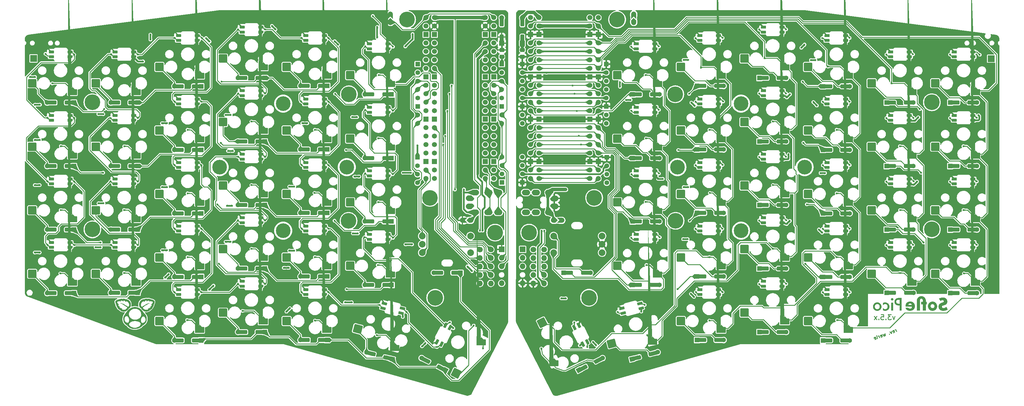
<source format=gbl>
%TF.GenerationSoftware,KiCad,Pcbnew,7.0.10*%
%TF.CreationDate,2024-03-01T16:46:11-05:00*%
%TF.ProjectId,Sofle_Chico_Panel,536f666c-655f-4436-9869-636f5f50616e,v3.5.4*%
%TF.SameCoordinates,Original*%
%TF.FileFunction,Copper,L2,Bot*%
%TF.FilePolarity,Positive*%
%FSLAX46Y46*%
G04 Gerber Fmt 4.6, Leading zero omitted, Abs format (unit mm)*
G04 Created by KiCad (PCBNEW 7.0.10) date 2024-03-01 16:46:11*
%MOMM*%
%LPD*%
G01*
G04 APERTURE LIST*
G04 Aperture macros list*
%AMRoundRect*
0 Rectangle with rounded corners*
0 $1 Rounding radius*
0 $2 $3 $4 $5 $6 $7 $8 $9 X,Y pos of 4 corners*
0 Add a 4 corners polygon primitive as box body*
4,1,4,$2,$3,$4,$5,$6,$7,$8,$9,$2,$3,0*
0 Add four circle primitives for the rounded corners*
1,1,$1+$1,$2,$3*
1,1,$1+$1,$4,$5*
1,1,$1+$1,$6,$7*
1,1,$1+$1,$8,$9*
0 Add four rect primitives between the rounded corners*
20,1,$1+$1,$2,$3,$4,$5,0*
20,1,$1+$1,$4,$5,$6,$7,0*
20,1,$1+$1,$6,$7,$8,$9,0*
20,1,$1+$1,$8,$9,$2,$3,0*%
%AMRotRect*
0 Rectangle, with rotation*
0 The origin of the aperture is its center*
0 $1 length*
0 $2 width*
0 $3 Rotation angle, in degrees counterclockwise*
0 Add horizontal line*
21,1,$1,$2,0,0,$3*%
%AMFreePoly0*
4,1,53,-0.191039,1.347088,-0.181694,1.348311,-0.162261,1.337738,-0.141221,1.330902,-0.135680,1.323276,-0.127405,1.318774,0.743013,0.400000,1.300000,0.400000,1.315063,0.395106,1.330902,0.395106,1.343715,0.385796,1.358779,0.380902,1.368088,0.368088,1.380902,0.358779,1.385796,0.343715,1.395106,0.330902,1.395106,0.315062,1.400000,0.300000,1.400000,-1.250000,1.395106,-1.265062,
1.395106,-1.280902,1.385796,-1.293715,1.380902,-1.308779,1.368088,-1.318088,1.358779,-1.330902,1.343715,-1.335796,1.330902,-1.345106,1.315063,-1.345106,1.300000,-1.350000,-1.250000,-1.350000,-1.265063,-1.345106,-1.280902,-1.345106,-1.293715,-1.335796,-1.308779,-1.330902,-1.318088,-1.318088,-1.330902,-1.308779,-1.335796,-1.293715,-1.345106,-1.280902,-1.345106,-1.265062,-1.350000,-1.250000,
-1.350000,1.250000,-1.345106,1.265062,-1.345106,1.280902,-1.335796,1.293715,-1.330902,1.308779,-1.318088,1.318088,-1.308779,1.330902,-1.293715,1.335796,-1.280902,1.345106,-1.265063,1.345106,-1.250000,1.350000,-0.200000,1.350000,-0.191039,1.347088,-0.191039,1.347088,$1*%
%AMFreePoly1*
4,1,18,-0.800000,0.287000,-0.790637,0.334070,-0.763974,0.373974,-0.724070,0.400637,-0.677000,0.410000,0.677000,0.410000,0.724070,0.400637,0.763974,0.373974,0.790637,0.334070,0.800000,0.287000,0.800000,-0.082000,0.472000,-0.410000,-0.677000,-0.410000,-0.724070,-0.400637,-0.763974,-0.373974,-0.790637,-0.334070,-0.800000,-0.287000,-0.800000,0.287000,-0.800000,0.287000,$1*%
%AMFreePoly2*
4,1,21,-0.750000,0.000000,-0.734505,0.151663,-0.679731,0.316964,-0.588312,0.465177,-0.465177,0.588312,-0.316964,0.679731,-0.151663,0.734505,0.000000,0.750000,0.525000,0.750000,0.750000,0.525000,0.750000,-0.525000,0.525000,-0.750000,0.000000,-0.750000,-0.151663,-0.734505,-0.316964,-0.679731,-0.465177,-0.588312,-0.588312,-0.465177,-0.679731,-0.316964,-0.734505,-0.151663,-0.750000,0.000000,
-0.750000,0.000000,-0.750000,0.000000,$1*%
%AMFreePoly3*
4,1,6,0.500000,0.000000,-0.250000,-0.750000,-0.500000,-0.750000,-0.500000,0.750000,-0.250000,0.750000,0.500000,0.000000,0.500000,0.000000,$1*%
%AMFreePoly4*
4,1,6,0.260000,-0.750000,-0.990000,-0.750000,-0.240000,0.000000,-0.990000,0.750000,0.260000,0.750000,0.260000,-0.750000,0.260000,-0.750000,$1*%
%AMFreePoly5*
4,1,20,-0.750000,0.600000,-0.600000,0.750000,0.000000,0.750000,0.151663,0.734505,0.316964,0.679731,0.465177,0.588312,0.588312,0.465177,0.679731,0.316964,0.734505,0.151663,0.750000,0.000000,0.734505,-0.151663,0.679731,-0.316964,0.588312,-0.465177,0.465177,-0.588312,0.316964,-0.679731,0.151663,-0.734505,0.000000,-0.750000,-0.600000,-0.750000,-0.750000,-0.600000,-0.750000,0.600000,
-0.750000,0.600000,$1*%
%AMFreePoly6*
4,1,28,-0.850000,0.400000,-0.842219,0.514750,-0.797860,0.693119,-0.716195,0.857783,-0.601041,1.001041,-0.457783,1.116195,-0.293119,1.197860,-0.114750,1.242219,0.000000,1.250000,0.114750,1.242219,0.293119,1.197860,0.457783,1.116195,0.601041,1.001041,0.716195,0.857783,0.797860,0.693119,0.842219,0.514750,0.850000,0.400000,0.850000,-0.400000,0.842219,-0.514750,0.797860,-0.693119,
0.716195,-0.857783,0.601041,-1.001041,0.457783,-1.116195,0.293119,-1.197860,0.114750,-1.242219,0.000000,-1.250000,-0.850000,-0.400000,-0.850000,0.400000,-0.850000,0.400000,$1*%
%AMFreePoly7*
4,1,28,-0.850000,0.400000,-0.842219,0.514750,-0.797860,0.693119,-0.716195,0.857783,-0.601041,1.001041,-0.457783,1.116195,-0.293119,1.197860,-0.114750,1.242219,0.000000,1.250000,0.114750,1.242219,0.293119,1.197860,0.457783,1.116195,0.601041,1.001041,0.716195,0.857783,0.797860,0.693119,0.842219,0.514750,0.850000,0.400000,0.850000,-0.400000,0.000000,-1.250000,-0.114750,-1.242219,
-0.293119,-1.197860,-0.457783,-1.116195,-0.601041,-1.001041,-0.716195,-0.857783,-0.797860,-0.693119,-0.842219,-0.514750,-0.850000,-0.400000,-0.850000,0.400000,-0.850000,0.400000,$1*%
%AMFreePoly8*
4,1,28,-0.850000,0.400000,-0.842219,0.514750,-0.797860,0.693119,-0.716195,0.857783,-0.601041,1.001041,-0.457783,1.116195,-0.293119,1.197860,-0.114750,1.242219,0.000000,1.250000,0.850000,0.400000,0.850000,-0.400000,0.842219,-0.514750,0.797860,-0.693119,0.716195,-0.857783,0.601041,-1.001041,0.457783,-1.116195,0.293119,-1.197860,0.114750,-1.242219,0.000000,-1.250000,-0.114750,-1.242219,
-0.293119,-1.197860,-0.457783,-1.116195,-0.601041,-1.001041,-0.716195,-0.857783,-0.797860,-0.693119,-0.842219,-0.514750,-0.850000,-0.400000,-0.850000,0.400000,-0.850000,0.400000,$1*%
%AMFreePoly9*
4,1,28,-0.850000,0.400000,0.000000,1.250000,0.114750,1.242219,0.293119,1.197860,0.457783,1.116195,0.601041,1.001041,0.716195,0.857783,0.797860,0.693119,0.842219,0.514750,0.850000,0.400000,0.850000,-0.400000,0.842219,-0.514750,0.797860,-0.693119,0.716195,-0.857783,0.601041,-1.001041,0.457783,-1.116195,0.293119,-1.197860,0.114750,-1.242219,0.000000,-1.250000,-0.114750,-1.242219,
-0.293119,-1.197860,-0.457783,-1.116195,-0.601041,-1.001041,-0.716195,-0.857783,-0.797860,-0.693119,-0.842219,-0.514750,-0.850000,-0.400000,-0.850000,0.400000,-0.850000,0.400000,$1*%
%AMFreePoly10*
4,1,6,0.500000,-0.750000,0.250000,-0.750000,-0.500000,0.000000,0.250000,0.750000,0.500000,0.750000,0.500000,-0.750000,0.500000,-0.750000,$1*%
%AMFreePoly11*
4,1,6,0.240000,0.000000,0.990000,-0.750000,-0.260000,-0.750000,-0.260000,0.750000,0.990000,0.750000,0.240000,0.000000,0.240000,0.000000,$1*%
G04 Aperture macros list end*
%ADD10C,0.250000*%
%TA.AperFunction,NonConductor*%
%ADD11C,0.250000*%
%TD*%
%TA.AperFunction,EtchedComponent*%
%ADD12C,0.022619*%
%TD*%
%TA.AperFunction,ComponentPad*%
%ADD13R,1.400000X1.400000*%
%TD*%
%TA.AperFunction,SMDPad,CuDef*%
%ADD14R,1.600000X1.200000*%
%TD*%
%TA.AperFunction,SMDPad,CuDef*%
%ADD15RoundRect,0.300000X-0.400000X-0.300000X0.400000X-0.300000X0.400000X0.300000X-0.400000X0.300000X0*%
%TD*%
%TA.AperFunction,SMDPad,CuDef*%
%ADD16R,2.140000X1.200000*%
%TD*%
%TA.AperFunction,ComponentPad*%
%ADD17C,1.400000*%
%TD*%
%TA.AperFunction,ComponentPad*%
%ADD18RotRect,1.400000X1.400000X27.000000*%
%TD*%
%TA.AperFunction,SMDPad,CuDef*%
%ADD19RotRect,1.600000X1.200000X27.000000*%
%TD*%
%TA.AperFunction,SMDPad,CuDef*%
%ADD20RoundRect,0.300000X-0.220205X-0.448898X0.492600X-0.085706X0.220205X0.448898X-0.492600X0.085706X0*%
%TD*%
%TA.AperFunction,SMDPad,CuDef*%
%ADD21RotRect,2.140000X1.200000X27.000000*%
%TD*%
%TA.AperFunction,SMDPad,CuDef*%
%ADD22FreePoly0,0.000000*%
%TD*%
%TA.AperFunction,SMDPad,CuDef*%
%ADD23RoundRect,0.250000X1.025000X1.000000X-1.025000X1.000000X-1.025000X-1.000000X1.025000X-1.000000X0*%
%TD*%
%TA.AperFunction,SMDPad,CuDef*%
%ADD24FreePoly0,297.000000*%
%TD*%
%TA.AperFunction,SMDPad,CuDef*%
%ADD25RoundRect,0.250000X1.356347X-0.459291X0.425666X1.367272X-1.356347X0.459291X-0.425666X-1.367272X0*%
%TD*%
%TA.AperFunction,SMDPad,CuDef*%
%ADD26FreePoly0,15.000000*%
%TD*%
%TA.AperFunction,SMDPad,CuDef*%
%ADD27RoundRect,0.250000X0.731255X1.231215X-1.248893X0.700636X-0.731255X-1.231215X1.248893X-0.700636X0*%
%TD*%
%TA.AperFunction,ComponentPad*%
%ADD28C,4.700000*%
%TD*%
%TA.AperFunction,ComponentPad*%
%ADD29RotRect,1.400000X1.400000X15.000000*%
%TD*%
%TA.AperFunction,SMDPad,CuDef*%
%ADD30RotRect,1.600000X1.200000X15.000000*%
%TD*%
%TA.AperFunction,SMDPad,CuDef*%
%ADD31RoundRect,0.300000X-0.308725X-0.393305X0.464016X-0.186250X0.308725X0.393305X-0.464016X0.186250X0*%
%TD*%
%TA.AperFunction,SMDPad,CuDef*%
%ADD32RotRect,2.140000X1.200000X15.000000*%
%TD*%
%TA.AperFunction,SMDPad,CuDef*%
%ADD33FreePoly1,0.000000*%
%TD*%
%TA.AperFunction,SMDPad,CuDef*%
%ADD34RoundRect,0.123000X0.677000X0.287000X-0.677000X0.287000X-0.677000X-0.287000X0.677000X-0.287000X0*%
%TD*%
%TA.AperFunction,SMDPad,CuDef*%
%ADD35RoundRect,0.123000X-0.677000X-0.287000X0.677000X-0.287000X0.677000X0.287000X-0.677000X0.287000X0*%
%TD*%
%TA.AperFunction,SMDPad,CuDef*%
%ADD36FreePoly1,180.000000*%
%TD*%
%TA.AperFunction,SMDPad,CuDef*%
%ADD37RoundRect,0.300000X0.400000X0.300000X-0.400000X0.300000X-0.400000X-0.300000X0.400000X-0.300000X0*%
%TD*%
%TA.AperFunction,ComponentPad*%
%ADD38FreePoly2,90.000000*%
%TD*%
%TA.AperFunction,SMDPad,CuDef*%
%ADD39FreePoly3,90.000000*%
%TD*%
%TA.AperFunction,SMDPad,CuDef*%
%ADD40FreePoly4,90.000000*%
%TD*%
%TA.AperFunction,ComponentPad*%
%ADD41FreePoly5,90.000000*%
%TD*%
%TA.AperFunction,SMDPad,CuDef*%
%ADD42FreePoly1,195.000000*%
%TD*%
%TA.AperFunction,SMDPad,CuDef*%
%ADD43RoundRect,0.123000X-0.579651X-0.452441X0.728213X-0.102000X0.579651X0.452441X-0.728213X0.102000X0*%
%TD*%
%TA.AperFunction,SMDPad,CuDef*%
%ADD44RoundRect,0.123000X0.579651X0.452441X-0.728213X0.102000X-0.579651X-0.452441X0.728213X-0.102000X0*%
%TD*%
%TA.AperFunction,ComponentPad*%
%ADD45C,1.397000*%
%TD*%
%TA.AperFunction,ComponentPad*%
%ADD46R,1.397000X1.397000*%
%TD*%
%TA.AperFunction,SMDPad,CuDef*%
%ADD47FreePoly1,117.000000*%
%TD*%
%TA.AperFunction,SMDPad,CuDef*%
%ADD48RoundRect,0.123000X-0.563070X0.472916X0.051633X-0.733507X0.563070X-0.472916X-0.051633X0.733507X0*%
%TD*%
%TA.AperFunction,SMDPad,CuDef*%
%ADD49RoundRect,0.123000X0.563070X-0.472916X-0.051633X0.733507X-0.563070X0.472916X0.051633X-0.733507X0*%
%TD*%
%TA.AperFunction,ComponentPad*%
%ADD50R,1.500000X1.500000*%
%TD*%
%TA.AperFunction,SMDPad,CuDef*%
%ADD51R,1.200000X1.200000*%
%TD*%
%TA.AperFunction,SMDPad,CuDef*%
%ADD52RoundRect,0.300000X0.300000X-0.450000X0.300000X0.450000X-0.300000X0.450000X-0.300000X-0.450000X0*%
%TD*%
%TA.AperFunction,SMDPad,CuDef*%
%ADD53RoundRect,0.300000X0.300000X-0.400000X0.300000X0.400000X-0.300000X0.400000X-0.300000X-0.400000X0*%
%TD*%
%TA.AperFunction,ComponentPad*%
%ADD54O,1.500000X1.500000*%
%TD*%
%TA.AperFunction,ComponentPad*%
%ADD55FreePoly2,180.000000*%
%TD*%
%TA.AperFunction,SMDPad,CuDef*%
%ADD56FreePoly3,180.000000*%
%TD*%
%TA.AperFunction,SMDPad,CuDef*%
%ADD57FreePoly4,180.000000*%
%TD*%
%TA.AperFunction,ComponentPad*%
%ADD58FreePoly5,180.000000*%
%TD*%
%TA.AperFunction,ComponentPad*%
%ADD59R,2.000000X2.000000*%
%TD*%
%TA.AperFunction,ComponentPad*%
%ADD60C,4.400000*%
%TD*%
%TA.AperFunction,SMDPad,CuDef*%
%ADD61FreePoly0,63.000000*%
%TD*%
%TA.AperFunction,SMDPad,CuDef*%
%ADD62RoundRect,0.250000X-0.425666X1.367272X-1.356347X-0.459291X0.425666X-1.367272X1.356347X0.459291X0*%
%TD*%
%TA.AperFunction,SMDPad,CuDef*%
%ADD63FreePoly1,345.000000*%
%TD*%
%TA.AperFunction,SMDPad,CuDef*%
%ADD64RoundRect,0.123000X0.728213X0.102000X-0.579651X0.452441X-0.728213X-0.102000X0.579651X-0.452441X0*%
%TD*%
%TA.AperFunction,SMDPad,CuDef*%
%ADD65RoundRect,0.123000X-0.728213X-0.102000X0.579651X-0.452441X0.728213X0.102000X-0.579651X0.452441X0*%
%TD*%
%TA.AperFunction,SMDPad,CuDef*%
%ADD66FreePoly1,63.000000*%
%TD*%
%TA.AperFunction,SMDPad,CuDef*%
%ADD67RoundRect,0.123000X0.051633X0.733507X-0.563070X-0.472916X-0.051633X-0.733507X0.563070X0.472916X0*%
%TD*%
%TA.AperFunction,SMDPad,CuDef*%
%ADD68RoundRect,0.123000X-0.051633X-0.733507X0.563070X0.472916X0.051633X0.733507X-0.563070X-0.472916X0*%
%TD*%
%TA.AperFunction,ComponentPad*%
%ADD69FreePoly2,0.000000*%
%TD*%
%TA.AperFunction,SMDPad,CuDef*%
%ADD70FreePoly3,0.000000*%
%TD*%
%TA.AperFunction,SMDPad,CuDef*%
%ADD71FreePoly4,0.000000*%
%TD*%
%TA.AperFunction,ComponentPad*%
%ADD72FreePoly5,0.000000*%
%TD*%
%TA.AperFunction,ComponentPad*%
%ADD73RotRect,1.400000X1.400000X153.000000*%
%TD*%
%TA.AperFunction,SMDPad,CuDef*%
%ADD74RotRect,1.600000X1.200000X153.000000*%
%TD*%
%TA.AperFunction,SMDPad,CuDef*%
%ADD75RoundRect,0.300000X0.492600X0.085706X-0.220205X0.448898X-0.492600X-0.085706X0.220205X-0.448898X0*%
%TD*%
%TA.AperFunction,SMDPad,CuDef*%
%ADD76RotRect,2.140000X1.200000X153.000000*%
%TD*%
%TA.AperFunction,ComponentPad*%
%ADD77RotRect,1.400000X1.400000X165.000000*%
%TD*%
%TA.AperFunction,SMDPad,CuDef*%
%ADD78RotRect,1.600000X1.200000X165.000000*%
%TD*%
%TA.AperFunction,SMDPad,CuDef*%
%ADD79RoundRect,0.300000X0.464016X0.186250X-0.308725X0.393305X-0.464016X-0.186250X0.308725X-0.393305X0*%
%TD*%
%TA.AperFunction,SMDPad,CuDef*%
%ADD80RotRect,2.140000X1.200000X165.000000*%
%TD*%
%TA.AperFunction,SMDPad,CuDef*%
%ADD81FreePoly0,345.000000*%
%TD*%
%TA.AperFunction,SMDPad,CuDef*%
%ADD82RoundRect,0.250000X1.248893X0.700636X-0.731255X1.231215X-1.248893X-0.700636X0.731255X-1.231215X0*%
%TD*%
%TA.AperFunction,ComponentPad*%
%ADD83FreePoly6,270.000000*%
%TD*%
%TA.AperFunction,ComponentPad*%
%ADD84FreePoly7,270.000000*%
%TD*%
%TA.AperFunction,ComponentPad*%
%ADD85FreePoly8,270.000000*%
%TD*%
%TA.AperFunction,ComponentPad*%
%ADD86FreePoly9,270.000000*%
%TD*%
%TA.AperFunction,ComponentPad*%
%ADD87O,2.500000X1.700000*%
%TD*%
%TA.AperFunction,ComponentPad*%
%ADD88R,1.700000X1.700000*%
%TD*%
%TA.AperFunction,ComponentPad*%
%ADD89O,1.700000X1.700000*%
%TD*%
%TA.AperFunction,ComponentPad*%
%ADD90C,1.700000*%
%TD*%
%TA.AperFunction,SMDPad,CuDef*%
%ADD91FreePoly10,270.000000*%
%TD*%
%TA.AperFunction,SMDPad,CuDef*%
%ADD92FreePoly11,270.000000*%
%TD*%
%TA.AperFunction,ComponentPad*%
%ADD93FreePoly6,90.000000*%
%TD*%
%TA.AperFunction,ComponentPad*%
%ADD94FreePoly7,90.000000*%
%TD*%
%TA.AperFunction,ComponentPad*%
%ADD95FreePoly8,90.000000*%
%TD*%
%TA.AperFunction,ComponentPad*%
%ADD96FreePoly9,90.000000*%
%TD*%
%TA.AperFunction,SMDPad,CuDef*%
%ADD97RoundRect,0.250000X-0.475000X0.337500X-0.475000X-0.337500X0.475000X-0.337500X0.475000X0.337500X0*%
%TD*%
%TA.AperFunction,ComponentPad*%
%ADD98C,1.500000*%
%TD*%
%TA.AperFunction,ComponentPad*%
%ADD99C,2.000000*%
%TD*%
%TA.AperFunction,ViaPad*%
%ADD100C,0.600000*%
%TD*%
%TA.AperFunction,Conductor*%
%ADD101C,0.250000*%
%TD*%
%TA.AperFunction,Conductor*%
%ADD102C,0.500000*%
%TD*%
%TA.AperFunction,Conductor*%
%ADD103C,1.000000*%
%TD*%
%TA.AperFunction,Conductor*%
%ADD104C,0.750000*%
%TD*%
G04 APERTURE END LIST*
D10*
D11*
X234160547Y-140059131D02*
X233803404Y-141059131D01*
X233803404Y-141059131D02*
X233446261Y-140059131D01*
X233017690Y-139559131D02*
X232089118Y-139559131D01*
X232089118Y-139559131D02*
X232589118Y-140130560D01*
X232589118Y-140130560D02*
X232374833Y-140130560D01*
X232374833Y-140130560D02*
X232231976Y-140201988D01*
X232231976Y-140201988D02*
X232160547Y-140273417D01*
X232160547Y-140273417D02*
X232089118Y-140416274D01*
X232089118Y-140416274D02*
X232089118Y-140773417D01*
X232089118Y-140773417D02*
X232160547Y-140916274D01*
X232160547Y-140916274D02*
X232231976Y-140987703D01*
X232231976Y-140987703D02*
X232374833Y-141059131D01*
X232374833Y-141059131D02*
X232803404Y-141059131D01*
X232803404Y-141059131D02*
X232946261Y-140987703D01*
X232946261Y-140987703D02*
X233017690Y-140916274D01*
X231446262Y-140916274D02*
X231374833Y-140987703D01*
X231374833Y-140987703D02*
X231446262Y-141059131D01*
X231446262Y-141059131D02*
X231517690Y-140987703D01*
X231517690Y-140987703D02*
X231446262Y-140916274D01*
X231446262Y-140916274D02*
X231446262Y-141059131D01*
X230017690Y-139559131D02*
X230731976Y-139559131D01*
X230731976Y-139559131D02*
X230803404Y-140273417D01*
X230803404Y-140273417D02*
X230731976Y-140201988D01*
X230731976Y-140201988D02*
X230589119Y-140130560D01*
X230589119Y-140130560D02*
X230231976Y-140130560D01*
X230231976Y-140130560D02*
X230089119Y-140201988D01*
X230089119Y-140201988D02*
X230017690Y-140273417D01*
X230017690Y-140273417D02*
X229946261Y-140416274D01*
X229946261Y-140416274D02*
X229946261Y-140773417D01*
X229946261Y-140773417D02*
X230017690Y-140916274D01*
X230017690Y-140916274D02*
X230089119Y-140987703D01*
X230089119Y-140987703D02*
X230231976Y-141059131D01*
X230231976Y-141059131D02*
X230589119Y-141059131D01*
X230589119Y-141059131D02*
X230731976Y-140987703D01*
X230731976Y-140987703D02*
X230803404Y-140916274D01*
X229303405Y-140916274D02*
X229231976Y-140987703D01*
X229231976Y-140987703D02*
X229303405Y-141059131D01*
X229303405Y-141059131D02*
X229374833Y-140987703D01*
X229374833Y-140987703D02*
X229303405Y-140916274D01*
X229303405Y-140916274D02*
X229303405Y-141059131D01*
X228731976Y-141059131D02*
X227946262Y-140059131D01*
X228731976Y-140059131D02*
X227946262Y-141059131D01*
D10*
D11*
X234620632Y-144653890D02*
X234390433Y-144028228D01*
X234456204Y-144206989D02*
X234378629Y-144134051D01*
X234378629Y-144134051D02*
X234317496Y-144105804D01*
X234317496Y-144105804D02*
X234211673Y-144093999D01*
X234211673Y-144093999D02*
X234122292Y-144126885D01*
X233665696Y-144954499D02*
X233771519Y-144966303D01*
X233771519Y-144966303D02*
X233950280Y-144900532D01*
X233950280Y-144900532D02*
X234023217Y-144822956D01*
X234023217Y-144822956D02*
X234035022Y-144717133D01*
X234035022Y-144717133D02*
X233903479Y-144359612D01*
X233903479Y-144359612D02*
X233825904Y-144286675D01*
X233825904Y-144286675D02*
X233720081Y-144274870D01*
X233720081Y-144274870D02*
X233541320Y-144340641D01*
X233541320Y-144340641D02*
X233468383Y-144418217D01*
X233468383Y-144418217D02*
X233456578Y-144524040D01*
X233456578Y-144524040D02*
X233489464Y-144613420D01*
X233489464Y-144613420D02*
X233969251Y-144538373D01*
X233094419Y-144505069D02*
X233101167Y-145212945D01*
X233101167Y-145212945D02*
X232647517Y-144669497D01*
X232487309Y-145337321D02*
X232459062Y-145398453D01*
X232459062Y-145398453D02*
X232520195Y-145426701D01*
X232520195Y-145426701D02*
X232548442Y-145365568D01*
X232548442Y-145365568D02*
X232487309Y-145337321D01*
X232487309Y-145337321D02*
X232520195Y-145426701D01*
X231217433Y-145195665D02*
X231268871Y-145887098D01*
X231268871Y-145887098D02*
X230925682Y-145505968D01*
X230925682Y-145505968D02*
X230911350Y-146018641D01*
X230911350Y-146018641D02*
X230502390Y-145458750D01*
X230001104Y-146302806D02*
X230106927Y-146314610D01*
X230106927Y-146314610D02*
X230285688Y-146248839D01*
X230285688Y-146248839D02*
X230358625Y-146171264D01*
X230358625Y-146171264D02*
X230370430Y-146065441D01*
X230370430Y-146065441D02*
X230238888Y-145707919D01*
X230238888Y-145707919D02*
X230161312Y-145634982D01*
X230161312Y-145634982D02*
X230055489Y-145623177D01*
X230055489Y-145623177D02*
X229876728Y-145688948D01*
X229876728Y-145688948D02*
X229803791Y-145766524D01*
X229803791Y-145766524D02*
X229791986Y-145872347D01*
X229791986Y-145872347D02*
X229824872Y-145961727D01*
X229824872Y-145961727D02*
X230304659Y-145886680D01*
X229570645Y-146511924D02*
X229340446Y-145886262D01*
X229406217Y-146065022D02*
X229328642Y-145992085D01*
X229328642Y-145992085D02*
X229267509Y-145963837D01*
X229267509Y-145963837D02*
X229161686Y-145952033D01*
X229161686Y-145952033D02*
X229072306Y-145984918D01*
X228855603Y-146775008D02*
X228928540Y-146697433D01*
X228928540Y-146697433D02*
X228940345Y-146591609D01*
X228940345Y-146591609D02*
X228644375Y-145787187D01*
X228124117Y-146993403D02*
X228229940Y-147005207D01*
X228229940Y-147005207D02*
X228408701Y-146939436D01*
X228408701Y-146939436D02*
X228481638Y-146861860D01*
X228481638Y-146861860D02*
X228493443Y-146756037D01*
X228493443Y-146756037D02*
X228361901Y-146398516D01*
X228361901Y-146398516D02*
X228284325Y-146325579D01*
X228284325Y-146325579D02*
X228178502Y-146313774D01*
X228178502Y-146313774D02*
X227999741Y-146379545D01*
X227999741Y-146379545D02*
X227926804Y-146457121D01*
X227926804Y-146457121D02*
X227914999Y-146562944D01*
X227914999Y-146562944D02*
X227947885Y-146652324D01*
X227947885Y-146652324D02*
X228427672Y-146577277D01*
D12*
X12344006Y-135712137D02*
X12343141Y-135732040D01*
X12341817Y-135751921D01*
X12340066Y-135771775D01*
X12335407Y-135811391D01*
X12329419Y-135850866D01*
X12322353Y-135890173D01*
X12314463Y-135929290D01*
X12306001Y-135968190D01*
X12288224Y-136035590D01*
X12268527Y-136104810D01*
X12246547Y-136174758D01*
X12221923Y-136244343D01*
X12208506Y-136278659D01*
X12194292Y-136312474D01*
X12179236Y-136345653D01*
X12163292Y-136378060D01*
X12146415Y-136409557D01*
X12128560Y-136440008D01*
X12109682Y-136469277D01*
X12089735Y-136497228D01*
X12089285Y-136545289D01*
X12086191Y-136594683D01*
X12080483Y-136645101D01*
X12072190Y-136696230D01*
X12061343Y-136747760D01*
X12047972Y-136799382D01*
X12032106Y-136850784D01*
X12013776Y-136901656D01*
X11993011Y-136951688D01*
X11969841Y-137000568D01*
X11944297Y-137047987D01*
X11916408Y-137093633D01*
X11886204Y-137137196D01*
X11853715Y-137178367D01*
X11818971Y-137216833D01*
X11782002Y-137252285D01*
X11765645Y-137308891D01*
X11747594Y-137362874D01*
X11727961Y-137414301D01*
X11706859Y-137463238D01*
X11684401Y-137509751D01*
X11660700Y-137553906D01*
X11635870Y-137595769D01*
X11610023Y-137635407D01*
X11583273Y-137672885D01*
X11555731Y-137708269D01*
X11527512Y-137741626D01*
X11498728Y-137773022D01*
X11439917Y-137830194D01*
X11380203Y-137880315D01*
X11320489Y-137923912D01*
X11261680Y-137961514D01*
X11204679Y-137993652D01*
X11150390Y-138020852D01*
X11099717Y-138043645D01*
X11053564Y-138062559D01*
X10978434Y-138090864D01*
X10954483Y-138137903D01*
X10926405Y-138182189D01*
X10894447Y-138223780D01*
X10858855Y-138262738D01*
X10819876Y-138299119D01*
X10777755Y-138332984D01*
X10732740Y-138364391D01*
X10685077Y-138393401D01*
X10635012Y-138420071D01*
X10582792Y-138444460D01*
X10528664Y-138466629D01*
X10472873Y-138486637D01*
X10357291Y-138520402D01*
X10238018Y-138546230D01*
X10117026Y-138564592D01*
X9996287Y-138575963D01*
X9877771Y-138580816D01*
X9763453Y-138579622D01*
X9655302Y-138572855D01*
X9555291Y-138560989D01*
X9465391Y-138544495D01*
X9387575Y-138523848D01*
X9297105Y-138483869D01*
X9211190Y-138442127D01*
X9129575Y-138398549D01*
X9052007Y-138353060D01*
X8978232Y-138305587D01*
X8907994Y-138256055D01*
X8841040Y-138204390D01*
X8777117Y-138150518D01*
X8715968Y-138094365D01*
X8657341Y-138035857D01*
X8600981Y-137974920D01*
X8546634Y-137911480D01*
X8494046Y-137845462D01*
X8442963Y-137776792D01*
X8393129Y-137705397D01*
X8344292Y-137631202D01*
X8302196Y-137606157D01*
X8261111Y-137579389D01*
X8221122Y-137550947D01*
X8182314Y-137520879D01*
X8144770Y-137489236D01*
X8108576Y-137456065D01*
X8073815Y-137421416D01*
X8040571Y-137385338D01*
X8008928Y-137347880D01*
X7978971Y-137309090D01*
X7950785Y-137269018D01*
X7924452Y-137227712D01*
X7900058Y-137185222D01*
X7877687Y-137141596D01*
X7857422Y-137096884D01*
X7839349Y-137051135D01*
X7807292Y-136934889D01*
X7783233Y-136820575D01*
X7766882Y-136708323D01*
X7760621Y-136631194D01*
X8222971Y-136631194D01*
X8227291Y-136698885D01*
X8237069Y-136765067D01*
X8252436Y-136829416D01*
X8273523Y-136891602D01*
X8300462Y-136951300D01*
X8333384Y-137008183D01*
X8372420Y-137061922D01*
X8417702Y-137112192D01*
X8469362Y-137158666D01*
X8527531Y-137201015D01*
X8592339Y-137238914D01*
X8713018Y-137142626D01*
X8836653Y-137049659D01*
X8963177Y-136959939D01*
X9092525Y-136873393D01*
X9224630Y-136789950D01*
X9359426Y-136709534D01*
X9496847Y-136632075D01*
X9636825Y-136557498D01*
X9779295Y-136485732D01*
X9924191Y-136416702D01*
X10071445Y-136350335D01*
X10220992Y-136286560D01*
X10372766Y-136225303D01*
X10526699Y-136166491D01*
X10682726Y-136110052D01*
X10840781Y-136055911D01*
X10453014Y-136258730D01*
X10106097Y-136451902D01*
X9798040Y-136635955D01*
X9526855Y-136811421D01*
X9290555Y-136978828D01*
X9184865Y-137059675D01*
X9087151Y-137138706D01*
X8997163Y-137215988D01*
X8914653Y-137291586D01*
X8839373Y-137365567D01*
X8771075Y-137437997D01*
X8827099Y-137520845D01*
X8884002Y-137597548D01*
X8941695Y-137668287D01*
X9000092Y-137733244D01*
X9059107Y-137792600D01*
X9118652Y-137846537D01*
X9178640Y-137895236D01*
X9238984Y-137938880D01*
X9299598Y-137977649D01*
X9360395Y-138011725D01*
X9421287Y-138041290D01*
X9482188Y-138066525D01*
X9543011Y-138087612D01*
X9603669Y-138104733D01*
X9664075Y-138118069D01*
X9724141Y-138127802D01*
X9783782Y-138134113D01*
X9842910Y-138137183D01*
X9901439Y-138137196D01*
X9959281Y-138134331D01*
X10072557Y-138120697D01*
X10182043Y-138097734D01*
X10287045Y-138066895D01*
X10386867Y-138029633D01*
X10480812Y-137987400D01*
X10568188Y-137941648D01*
X10511123Y-137923140D01*
X10464376Y-137905541D01*
X10427425Y-137888749D01*
X10399746Y-137872660D01*
X10380818Y-137857172D01*
X10370118Y-137842182D01*
X10367123Y-137827587D01*
X10371312Y-137813285D01*
X10382162Y-137799172D01*
X10399150Y-137785146D01*
X10421755Y-137771104D01*
X10449453Y-137756944D01*
X10518041Y-137727855D01*
X10600734Y-137697057D01*
X10791723Y-137627045D01*
X10891660Y-137586186D01*
X10988985Y-137540328D01*
X11035363Y-137515267D01*
X11079521Y-137488649D01*
X11120937Y-137460369D01*
X11159088Y-137430326D01*
X11193452Y-137398417D01*
X11223506Y-137364538D01*
X11248729Y-137328587D01*
X11268597Y-137290461D01*
X11151344Y-137292943D01*
X11070473Y-137291199D01*
X11042469Y-137288609D01*
X11022107Y-137284803D01*
X11008902Y-137279728D01*
X11002369Y-137273331D01*
X11002024Y-137265560D01*
X11007382Y-137256360D01*
X11017959Y-137245680D01*
X11033270Y-137233466D01*
X11132161Y-137168212D01*
X11197410Y-137125004D01*
X11268026Y-137074177D01*
X11340131Y-137015307D01*
X11375531Y-136982723D01*
X11409849Y-136947969D01*
X11442602Y-136910992D01*
X11473304Y-136871740D01*
X11501470Y-136830159D01*
X11526616Y-136786196D01*
X11548259Y-136739798D01*
X11565911Y-136690912D01*
X11579091Y-136639486D01*
X11587311Y-136585465D01*
X11497447Y-136578421D01*
X11463702Y-136573351D01*
X11436884Y-136567169D01*
X11416594Y-136559814D01*
X11402435Y-136551228D01*
X11394006Y-136541349D01*
X11390911Y-136530118D01*
X11392749Y-136517475D01*
X11399124Y-136503360D01*
X11409636Y-136487712D01*
X11423886Y-136470472D01*
X11462010Y-136430975D01*
X11510306Y-136384388D01*
X11565587Y-136330231D01*
X11624664Y-136268023D01*
X11684350Y-136197285D01*
X11713424Y-136158567D01*
X11741455Y-136117536D01*
X11768045Y-136074133D01*
X11792793Y-136028296D01*
X11815303Y-135979967D01*
X11835175Y-135929085D01*
X11852011Y-135875590D01*
X11865412Y-135819422D01*
X11874980Y-135760521D01*
X11880317Y-135698827D01*
X11818084Y-135657162D01*
X11755647Y-135621138D01*
X11693227Y-135590387D01*
X11631046Y-135564539D01*
X11569325Y-135543224D01*
X11508287Y-135526073D01*
X11448153Y-135512716D01*
X11389144Y-135502785D01*
X11275389Y-135491721D01*
X11168795Y-135489926D01*
X11071135Y-135494444D01*
X10984183Y-135502319D01*
X10849491Y-135516324D01*
X10805297Y-135516544D01*
X10789764Y-135513665D01*
X10778902Y-135508300D01*
X10772934Y-135500082D01*
X10772080Y-135488640D01*
X10776562Y-135473604D01*
X10786602Y-135454606D01*
X10824242Y-135403245D01*
X10886773Y-135331601D01*
X10838815Y-135316786D01*
X10790386Y-135306302D01*
X10741663Y-135299794D01*
X10692823Y-135296908D01*
X10644042Y-135297289D01*
X10595499Y-135300583D01*
X10547369Y-135306435D01*
X10499829Y-135314492D01*
X10407230Y-135335797D01*
X10319116Y-135361665D01*
X10162007Y-135415739D01*
X10095842Y-135438275D01*
X10039824Y-135454029D01*
X10016062Y-135458476D01*
X9995368Y-135460163D01*
X9977918Y-135458738D01*
X9963890Y-135453844D01*
X9953460Y-135445128D01*
X9946806Y-135432234D01*
X9944103Y-135414809D01*
X9945530Y-135392498D01*
X9951262Y-135364947D01*
X9961478Y-135331800D01*
X9996065Y-135247304D01*
X9986155Y-135244302D01*
X9976224Y-135241658D01*
X9966274Y-135239365D01*
X9956310Y-135237417D01*
X9946332Y-135235810D01*
X9936346Y-135234535D01*
X9926352Y-135233589D01*
X9916354Y-135232964D01*
X9878832Y-135233349D01*
X9841318Y-135237759D01*
X9803900Y-135245832D01*
X9766667Y-135257203D01*
X9729709Y-135271510D01*
X9693113Y-135288390D01*
X9656969Y-135307479D01*
X9621365Y-135328414D01*
X9552136Y-135374372D01*
X9486136Y-135423357D01*
X9366666Y-135518792D01*
X9314619Y-135559431D01*
X9268644Y-135591477D01*
X9248156Y-135603371D01*
X9229452Y-135612027D01*
X9212623Y-135617082D01*
X9197756Y-135618174D01*
X9184940Y-135614939D01*
X9174265Y-135607014D01*
X9165818Y-135594036D01*
X9159690Y-135575641D01*
X9155969Y-135551467D01*
X9154743Y-135521151D01*
X9156102Y-135484329D01*
X9160134Y-135440639D01*
X9080210Y-135464442D01*
X9002982Y-135493605D01*
X8928584Y-135527802D01*
X8857146Y-135566705D01*
X8788800Y-135609987D01*
X8723676Y-135657321D01*
X8661907Y-135708380D01*
X8603625Y-135762837D01*
X8548959Y-135820365D01*
X8498043Y-135880637D01*
X8451006Y-135943325D01*
X8407982Y-136008104D01*
X8369100Y-136074645D01*
X8334493Y-136142623D01*
X8304292Y-136211709D01*
X8278628Y-136281576D01*
X8257633Y-136351899D01*
X8241439Y-136422349D01*
X8230176Y-136492599D01*
X8223976Y-136562324D01*
X8222971Y-136631194D01*
X7760621Y-136631194D01*
X7757948Y-136598261D01*
X7756142Y-136490517D01*
X7761172Y-136385220D01*
X7772750Y-136282499D01*
X7790585Y-136182481D01*
X7814386Y-136085296D01*
X7843864Y-135991073D01*
X7878728Y-135899939D01*
X7918689Y-135812024D01*
X7963455Y-135727456D01*
X8012738Y-135646364D01*
X8066246Y-135568876D01*
X8123690Y-135495120D01*
X8184779Y-135425226D01*
X8249223Y-135359322D01*
X8316733Y-135297536D01*
X8387017Y-135239998D01*
X8459787Y-135186835D01*
X8534751Y-135138177D01*
X8611619Y-135094152D01*
X8690102Y-135054888D01*
X8769909Y-135020514D01*
X8850750Y-134991159D01*
X8932334Y-134966951D01*
X9014373Y-134948019D01*
X9096575Y-134934491D01*
X9178650Y-134926497D01*
X9260308Y-134924164D01*
X9341260Y-134927621D01*
X9378588Y-134912538D01*
X9416387Y-134898588D01*
X9454611Y-134885754D01*
X9493211Y-134874021D01*
X9532141Y-134863373D01*
X9571354Y-134853794D01*
X9610802Y-134845268D01*
X9650437Y-134837781D01*
X9690213Y-134831315D01*
X9730083Y-134825856D01*
X9769998Y-134821387D01*
X9809913Y-134817893D01*
X9849778Y-134815358D01*
X9889548Y-134813767D01*
X9929175Y-134813103D01*
X9968612Y-134813351D01*
X10015618Y-134814831D01*
X10062200Y-134817573D01*
X10108276Y-134821552D01*
X10153765Y-134826738D01*
X10198585Y-134833106D01*
X10242655Y-134840627D01*
X10285892Y-134849274D01*
X10328215Y-134859020D01*
X10367558Y-134850420D01*
X10408571Y-134843321D01*
X10451009Y-134837699D01*
X10494626Y-134833532D01*
X10539175Y-134830795D01*
X10584410Y-134829466D01*
X10630085Y-134829521D01*
X10675954Y-134830936D01*
X10721772Y-134833688D01*
X10767290Y-134837753D01*
X10812265Y-134843108D01*
X10856449Y-134849730D01*
X10899596Y-134857594D01*
X10941460Y-134866678D01*
X10981796Y-134876959D01*
X11020356Y-134888411D01*
X11046638Y-134898190D01*
X11072747Y-134907273D01*
X11124368Y-134923904D01*
X11224675Y-134954894D01*
X11273047Y-134971464D01*
X11296719Y-134980500D01*
X11320023Y-134990222D01*
X11342938Y-135000767D01*
X11365445Y-135012274D01*
X11387524Y-135024881D01*
X11409157Y-135038725D01*
X11463333Y-135045982D01*
X11517277Y-135055042D01*
X11570920Y-135065896D01*
X11624189Y-135078540D01*
X11677013Y-135092966D01*
X11729321Y-135109169D01*
X11781042Y-135127143D01*
X11832104Y-135146880D01*
X11882436Y-135168374D01*
X11931967Y-135191620D01*
X11980625Y-135216611D01*
X12028340Y-135243340D01*
X12075039Y-135271802D01*
X12120652Y-135301989D01*
X12165107Y-135333896D01*
X12208333Y-135367516D01*
X12223426Y-135381164D01*
X12237724Y-135395585D01*
X12251208Y-135410732D01*
X12263858Y-135426559D01*
X12275656Y-135443018D01*
X12286580Y-135460062D01*
X12296613Y-135477644D01*
X12305733Y-135495717D01*
X12313923Y-135514234D01*
X12321161Y-135533147D01*
X12327430Y-135552410D01*
X12332708Y-135571975D01*
X12336977Y-135591796D01*
X12340217Y-135611825D01*
X12342408Y-135632014D01*
X12343531Y-135652318D01*
X12344233Y-135672273D01*
X12344381Y-135692213D01*
X12344256Y-135698827D01*
X12344006Y-135712137D01*
%TA.AperFunction,EtchedComponent*%
G36*
X12344006Y-135712137D02*
G01*
X12343141Y-135732040D01*
X12341817Y-135751921D01*
X12340066Y-135771775D01*
X12335407Y-135811391D01*
X12329419Y-135850866D01*
X12322353Y-135890173D01*
X12314463Y-135929290D01*
X12306001Y-135968190D01*
X12288224Y-136035590D01*
X12268527Y-136104810D01*
X12246547Y-136174758D01*
X12221923Y-136244343D01*
X12208506Y-136278659D01*
X12194292Y-136312474D01*
X12179236Y-136345653D01*
X12163292Y-136378060D01*
X12146415Y-136409557D01*
X12128560Y-136440008D01*
X12109682Y-136469277D01*
X12089735Y-136497228D01*
X12089285Y-136545289D01*
X12086191Y-136594683D01*
X12080483Y-136645101D01*
X12072190Y-136696230D01*
X12061343Y-136747760D01*
X12047972Y-136799382D01*
X12032106Y-136850784D01*
X12013776Y-136901656D01*
X11993011Y-136951688D01*
X11969841Y-137000568D01*
X11944297Y-137047987D01*
X11916408Y-137093633D01*
X11886204Y-137137196D01*
X11853715Y-137178367D01*
X11818971Y-137216833D01*
X11782002Y-137252285D01*
X11765645Y-137308891D01*
X11747594Y-137362874D01*
X11727961Y-137414301D01*
X11706859Y-137463238D01*
X11684401Y-137509751D01*
X11660700Y-137553906D01*
X11635870Y-137595769D01*
X11610023Y-137635407D01*
X11583273Y-137672885D01*
X11555731Y-137708269D01*
X11527512Y-137741626D01*
X11498728Y-137773022D01*
X11439917Y-137830194D01*
X11380203Y-137880315D01*
X11320489Y-137923912D01*
X11261680Y-137961514D01*
X11204679Y-137993652D01*
X11150390Y-138020852D01*
X11099717Y-138043645D01*
X11053564Y-138062559D01*
X10978434Y-138090864D01*
X10954483Y-138137903D01*
X10926405Y-138182189D01*
X10894447Y-138223780D01*
X10858855Y-138262738D01*
X10819876Y-138299119D01*
X10777755Y-138332984D01*
X10732740Y-138364391D01*
X10685077Y-138393401D01*
X10635012Y-138420071D01*
X10582792Y-138444460D01*
X10528664Y-138466629D01*
X10472873Y-138486637D01*
X10357291Y-138520402D01*
X10238018Y-138546230D01*
X10117026Y-138564592D01*
X9996287Y-138575963D01*
X9877771Y-138580816D01*
X9763453Y-138579622D01*
X9655302Y-138572855D01*
X9555291Y-138560989D01*
X9465391Y-138544495D01*
X9387575Y-138523848D01*
X9297105Y-138483869D01*
X9211190Y-138442127D01*
X9129575Y-138398549D01*
X9052007Y-138353060D01*
X8978232Y-138305587D01*
X8907994Y-138256055D01*
X8841040Y-138204390D01*
X8777117Y-138150518D01*
X8715968Y-138094365D01*
X8657341Y-138035857D01*
X8600981Y-137974920D01*
X8546634Y-137911480D01*
X8494046Y-137845462D01*
X8442963Y-137776792D01*
X8393129Y-137705397D01*
X8344292Y-137631202D01*
X8302196Y-137606157D01*
X8261111Y-137579389D01*
X8221122Y-137550947D01*
X8182314Y-137520879D01*
X8144770Y-137489236D01*
X8108576Y-137456065D01*
X8073815Y-137421416D01*
X8040571Y-137385338D01*
X8008928Y-137347880D01*
X7978971Y-137309090D01*
X7950785Y-137269018D01*
X7924452Y-137227712D01*
X7900058Y-137185222D01*
X7877687Y-137141596D01*
X7857422Y-137096884D01*
X7839349Y-137051135D01*
X7807292Y-136934889D01*
X7783233Y-136820575D01*
X7766882Y-136708323D01*
X7760621Y-136631194D01*
X8222971Y-136631194D01*
X8227291Y-136698885D01*
X8237069Y-136765067D01*
X8252436Y-136829416D01*
X8273523Y-136891602D01*
X8300462Y-136951300D01*
X8333384Y-137008183D01*
X8372420Y-137061922D01*
X8417702Y-137112192D01*
X8469362Y-137158666D01*
X8527531Y-137201015D01*
X8592339Y-137238914D01*
X8713018Y-137142626D01*
X8836653Y-137049659D01*
X8963177Y-136959939D01*
X9092525Y-136873393D01*
X9224630Y-136789950D01*
X9359426Y-136709534D01*
X9496847Y-136632075D01*
X9636825Y-136557498D01*
X9779295Y-136485732D01*
X9924191Y-136416702D01*
X10071445Y-136350335D01*
X10220992Y-136286560D01*
X10372766Y-136225303D01*
X10526699Y-136166491D01*
X10682726Y-136110052D01*
X10840781Y-136055911D01*
X10453014Y-136258730D01*
X10106097Y-136451902D01*
X9798040Y-136635955D01*
X9526855Y-136811421D01*
X9290555Y-136978828D01*
X9184865Y-137059675D01*
X9087151Y-137138706D01*
X8997163Y-137215988D01*
X8914653Y-137291586D01*
X8839373Y-137365567D01*
X8771075Y-137437997D01*
X8827099Y-137520845D01*
X8884002Y-137597548D01*
X8941695Y-137668287D01*
X9000092Y-137733244D01*
X9059107Y-137792600D01*
X9118652Y-137846537D01*
X9178640Y-137895236D01*
X9238984Y-137938880D01*
X9299598Y-137977649D01*
X9360395Y-138011725D01*
X9421287Y-138041290D01*
X9482188Y-138066525D01*
X9543011Y-138087612D01*
X9603669Y-138104733D01*
X9664075Y-138118069D01*
X9724141Y-138127802D01*
X9783782Y-138134113D01*
X9842910Y-138137183D01*
X9901439Y-138137196D01*
X9959281Y-138134331D01*
X10072557Y-138120697D01*
X10182043Y-138097734D01*
X10287045Y-138066895D01*
X10386867Y-138029633D01*
X10480812Y-137987400D01*
X10568188Y-137941648D01*
X10511123Y-137923140D01*
X10464376Y-137905541D01*
X10427425Y-137888749D01*
X10399746Y-137872660D01*
X10380818Y-137857172D01*
X10370118Y-137842182D01*
X10367123Y-137827587D01*
X10371312Y-137813285D01*
X10382162Y-137799172D01*
X10399150Y-137785146D01*
X10421755Y-137771104D01*
X10449453Y-137756944D01*
X10518041Y-137727855D01*
X10600734Y-137697057D01*
X10791723Y-137627045D01*
X10891660Y-137586186D01*
X10988985Y-137540328D01*
X11035363Y-137515267D01*
X11079521Y-137488649D01*
X11120937Y-137460369D01*
X11159088Y-137430326D01*
X11193452Y-137398417D01*
X11223506Y-137364538D01*
X11248729Y-137328587D01*
X11268597Y-137290461D01*
X11151344Y-137292943D01*
X11070473Y-137291199D01*
X11042469Y-137288609D01*
X11022107Y-137284803D01*
X11008902Y-137279728D01*
X11002369Y-137273331D01*
X11002024Y-137265560D01*
X11007382Y-137256360D01*
X11017959Y-137245680D01*
X11033270Y-137233466D01*
X11132161Y-137168212D01*
X11197410Y-137125004D01*
X11268026Y-137074177D01*
X11340131Y-137015307D01*
X11375531Y-136982723D01*
X11409849Y-136947969D01*
X11442602Y-136910992D01*
X11473304Y-136871740D01*
X11501470Y-136830159D01*
X11526616Y-136786196D01*
X11548259Y-136739798D01*
X11565911Y-136690912D01*
X11579091Y-136639486D01*
X11587311Y-136585465D01*
X11497447Y-136578421D01*
X11463702Y-136573351D01*
X11436884Y-136567169D01*
X11416594Y-136559814D01*
X11402435Y-136551228D01*
X11394006Y-136541349D01*
X11390911Y-136530118D01*
X11392749Y-136517475D01*
X11399124Y-136503360D01*
X11409636Y-136487712D01*
X11423886Y-136470472D01*
X11462010Y-136430975D01*
X11510306Y-136384388D01*
X11565587Y-136330231D01*
X11624664Y-136268023D01*
X11684350Y-136197285D01*
X11713424Y-136158567D01*
X11741455Y-136117536D01*
X11768045Y-136074133D01*
X11792793Y-136028296D01*
X11815303Y-135979967D01*
X11835175Y-135929085D01*
X11852011Y-135875590D01*
X11865412Y-135819422D01*
X11874980Y-135760521D01*
X11880317Y-135698827D01*
X11818084Y-135657162D01*
X11755647Y-135621138D01*
X11693227Y-135590387D01*
X11631046Y-135564539D01*
X11569325Y-135543224D01*
X11508287Y-135526073D01*
X11448153Y-135512716D01*
X11389144Y-135502785D01*
X11275389Y-135491721D01*
X11168795Y-135489926D01*
X11071135Y-135494444D01*
X10984183Y-135502319D01*
X10849491Y-135516324D01*
X10805297Y-135516544D01*
X10789764Y-135513665D01*
X10778902Y-135508300D01*
X10772934Y-135500082D01*
X10772080Y-135488640D01*
X10776562Y-135473604D01*
X10786602Y-135454606D01*
X10824242Y-135403245D01*
X10886773Y-135331601D01*
X10838815Y-135316786D01*
X10790386Y-135306302D01*
X10741663Y-135299794D01*
X10692823Y-135296908D01*
X10644042Y-135297289D01*
X10595499Y-135300583D01*
X10547369Y-135306435D01*
X10499829Y-135314492D01*
X10407230Y-135335797D01*
X10319116Y-135361665D01*
X10162007Y-135415739D01*
X10095842Y-135438275D01*
X10039824Y-135454029D01*
X10016062Y-135458476D01*
X9995368Y-135460163D01*
X9977918Y-135458738D01*
X9963890Y-135453844D01*
X9953460Y-135445128D01*
X9946806Y-135432234D01*
X9944103Y-135414809D01*
X9945530Y-135392498D01*
X9951262Y-135364947D01*
X9961478Y-135331800D01*
X9996065Y-135247304D01*
X9986155Y-135244302D01*
X9976224Y-135241658D01*
X9966274Y-135239365D01*
X9956310Y-135237417D01*
X9946332Y-135235810D01*
X9936346Y-135234535D01*
X9926352Y-135233589D01*
X9916354Y-135232964D01*
X9878832Y-135233349D01*
X9841318Y-135237759D01*
X9803900Y-135245832D01*
X9766667Y-135257203D01*
X9729709Y-135271510D01*
X9693113Y-135288390D01*
X9656969Y-135307479D01*
X9621365Y-135328414D01*
X9552136Y-135374372D01*
X9486136Y-135423357D01*
X9366666Y-135518792D01*
X9314619Y-135559431D01*
X9268644Y-135591477D01*
X9248156Y-135603371D01*
X9229452Y-135612027D01*
X9212623Y-135617082D01*
X9197756Y-135618174D01*
X9184940Y-135614939D01*
X9174265Y-135607014D01*
X9165818Y-135594036D01*
X9159690Y-135575641D01*
X9155969Y-135551467D01*
X9154743Y-135521151D01*
X9156102Y-135484329D01*
X9160134Y-135440639D01*
X9080210Y-135464442D01*
X9002982Y-135493605D01*
X8928584Y-135527802D01*
X8857146Y-135566705D01*
X8788800Y-135609987D01*
X8723676Y-135657321D01*
X8661907Y-135708380D01*
X8603625Y-135762837D01*
X8548959Y-135820365D01*
X8498043Y-135880637D01*
X8451006Y-135943325D01*
X8407982Y-136008104D01*
X8369100Y-136074645D01*
X8334493Y-136142623D01*
X8304292Y-136211709D01*
X8278628Y-136281576D01*
X8257633Y-136351899D01*
X8241439Y-136422349D01*
X8230176Y-136492599D01*
X8223976Y-136562324D01*
X8222971Y-136631194D01*
X7760621Y-136631194D01*
X7757948Y-136598261D01*
X7756142Y-136490517D01*
X7761172Y-136385220D01*
X7772750Y-136282499D01*
X7790585Y-136182481D01*
X7814386Y-136085296D01*
X7843864Y-135991073D01*
X7878728Y-135899939D01*
X7918689Y-135812024D01*
X7963455Y-135727456D01*
X8012738Y-135646364D01*
X8066246Y-135568876D01*
X8123690Y-135495120D01*
X8184779Y-135425226D01*
X8249223Y-135359322D01*
X8316733Y-135297536D01*
X8387017Y-135239998D01*
X8459787Y-135186835D01*
X8534751Y-135138177D01*
X8611619Y-135094152D01*
X8690102Y-135054888D01*
X8769909Y-135020514D01*
X8850750Y-134991159D01*
X8932334Y-134966951D01*
X9014373Y-134948019D01*
X9096575Y-134934491D01*
X9178650Y-134926497D01*
X9260308Y-134924164D01*
X9341260Y-134927621D01*
X9378588Y-134912538D01*
X9416387Y-134898588D01*
X9454611Y-134885754D01*
X9493211Y-134874021D01*
X9532141Y-134863373D01*
X9571354Y-134853794D01*
X9610802Y-134845268D01*
X9650437Y-134837781D01*
X9690213Y-134831315D01*
X9730083Y-134825856D01*
X9769998Y-134821387D01*
X9809913Y-134817893D01*
X9849778Y-134815358D01*
X9889548Y-134813767D01*
X9929175Y-134813103D01*
X9968612Y-134813351D01*
X10015618Y-134814831D01*
X10062200Y-134817573D01*
X10108276Y-134821552D01*
X10153765Y-134826738D01*
X10198585Y-134833106D01*
X10242655Y-134840627D01*
X10285892Y-134849274D01*
X10328215Y-134859020D01*
X10367558Y-134850420D01*
X10408571Y-134843321D01*
X10451009Y-134837699D01*
X10494626Y-134833532D01*
X10539175Y-134830795D01*
X10584410Y-134829466D01*
X10630085Y-134829521D01*
X10675954Y-134830936D01*
X10721772Y-134833688D01*
X10767290Y-134837753D01*
X10812265Y-134843108D01*
X10856449Y-134849730D01*
X10899596Y-134857594D01*
X10941460Y-134866678D01*
X10981796Y-134876959D01*
X11020356Y-134888411D01*
X11046638Y-134898190D01*
X11072747Y-134907273D01*
X11124368Y-134923904D01*
X11224675Y-134954894D01*
X11273047Y-134971464D01*
X11296719Y-134980500D01*
X11320023Y-134990222D01*
X11342938Y-135000767D01*
X11365445Y-135012274D01*
X11387524Y-135024881D01*
X11409157Y-135038725D01*
X11463333Y-135045982D01*
X11517277Y-135055042D01*
X11570920Y-135065896D01*
X11624189Y-135078540D01*
X11677013Y-135092966D01*
X11729321Y-135109169D01*
X11781042Y-135127143D01*
X11832104Y-135146880D01*
X11882436Y-135168374D01*
X11931967Y-135191620D01*
X11980625Y-135216611D01*
X12028340Y-135243340D01*
X12075039Y-135271802D01*
X12120652Y-135301989D01*
X12165107Y-135333896D01*
X12208333Y-135367516D01*
X12223426Y-135381164D01*
X12237724Y-135395585D01*
X12251208Y-135410732D01*
X12263858Y-135426559D01*
X12275656Y-135443018D01*
X12286580Y-135460062D01*
X12296613Y-135477644D01*
X12305733Y-135495717D01*
X12313923Y-135514234D01*
X12321161Y-135533147D01*
X12327430Y-135552410D01*
X12332708Y-135571975D01*
X12336977Y-135591796D01*
X12340217Y-135611825D01*
X12342408Y-135632014D01*
X12343531Y-135652318D01*
X12344233Y-135672273D01*
X12344381Y-135692213D01*
X12344256Y-135698827D01*
X12344006Y-135712137D01*
G37*
%TD.AperFunction*%
X5238117Y-136708323D02*
X5221766Y-136820575D01*
X5197707Y-136934889D01*
X5165650Y-137051135D01*
X5147577Y-137096884D01*
X5127312Y-137141596D01*
X5104941Y-137185222D01*
X5080547Y-137227712D01*
X5054214Y-137269018D01*
X5026028Y-137309090D01*
X4996071Y-137347880D01*
X4964429Y-137385338D01*
X4931185Y-137421416D01*
X4896423Y-137456065D01*
X4860229Y-137489236D01*
X4822685Y-137520879D01*
X4783877Y-137550947D01*
X4743889Y-137579389D01*
X4702804Y-137606157D01*
X4660707Y-137631202D01*
X4611870Y-137705397D01*
X4562037Y-137776792D01*
X4510953Y-137845462D01*
X4458365Y-137911480D01*
X4404018Y-137974920D01*
X4347658Y-138035857D01*
X4289031Y-138094365D01*
X4227883Y-138150518D01*
X4163959Y-138204390D01*
X4097005Y-138256055D01*
X4026767Y-138305587D01*
X3952992Y-138353060D01*
X3875424Y-138398549D01*
X3793809Y-138442127D01*
X3707894Y-138483869D01*
X3617424Y-138523848D01*
X3539608Y-138544495D01*
X3449708Y-138560989D01*
X3349697Y-138572855D01*
X3241546Y-138579622D01*
X3127227Y-138580816D01*
X3008712Y-138575963D01*
X2887973Y-138564592D01*
X2766981Y-138546230D01*
X2647708Y-138520402D01*
X2532126Y-138486636D01*
X2476335Y-138466629D01*
X2422207Y-138444460D01*
X2369987Y-138420070D01*
X2319922Y-138393400D01*
X2272259Y-138364391D01*
X2227244Y-138332984D01*
X2185123Y-138299119D01*
X2146144Y-138262737D01*
X2110552Y-138223780D01*
X2078593Y-138182189D01*
X2050516Y-138137903D01*
X2026565Y-138090864D01*
X1951434Y-138062559D01*
X1905281Y-138043645D01*
X1854609Y-138020852D01*
X1800320Y-137993652D01*
X1743319Y-137961514D01*
X1684510Y-137923912D01*
X1624796Y-137880315D01*
X1565082Y-137830194D01*
X1506271Y-137773022D01*
X1477487Y-137741626D01*
X1449268Y-137708269D01*
X1421726Y-137672885D01*
X1394976Y-137635407D01*
X1369129Y-137595769D01*
X1344299Y-137553906D01*
X1320598Y-137509751D01*
X1298141Y-137463238D01*
X1277039Y-137414301D01*
X1257405Y-137362874D01*
X1239354Y-137308891D01*
X1222997Y-137252285D01*
X1186028Y-137216833D01*
X1151284Y-137178367D01*
X1118795Y-137137196D01*
X1088591Y-137093633D01*
X1060702Y-137047987D01*
X1035158Y-137000568D01*
X1011988Y-136951688D01*
X991223Y-136901656D01*
X972893Y-136850784D01*
X957027Y-136799382D01*
X943655Y-136747760D01*
X932809Y-136696230D01*
X924516Y-136645101D01*
X918808Y-136594683D01*
X915713Y-136545289D01*
X915263Y-136497228D01*
X895317Y-136469277D01*
X876438Y-136440008D01*
X858584Y-136409557D01*
X841707Y-136378060D01*
X825763Y-136345653D01*
X810707Y-136312474D01*
X796493Y-136278659D01*
X783076Y-136244343D01*
X758452Y-136174758D01*
X736472Y-136104810D01*
X716775Y-136035590D01*
X698998Y-135968190D01*
X690536Y-135929290D01*
X682646Y-135890173D01*
X675580Y-135850866D01*
X669592Y-135811391D01*
X664933Y-135771775D01*
X663182Y-135751921D01*
X661858Y-135732040D01*
X660993Y-135712137D01*
X660742Y-135698827D01*
X1124683Y-135698827D01*
X1130019Y-135760521D01*
X1139588Y-135819422D01*
X1152989Y-135875590D01*
X1169825Y-135929085D01*
X1189697Y-135979967D01*
X1212207Y-136028296D01*
X1236955Y-136074133D01*
X1263544Y-136117536D01*
X1291576Y-136158567D01*
X1320650Y-136197285D01*
X1380336Y-136268023D01*
X1439413Y-136330231D01*
X1494694Y-136384388D01*
X1542990Y-136430975D01*
X1581114Y-136470472D01*
X1595364Y-136487712D01*
X1605876Y-136503360D01*
X1612251Y-136517475D01*
X1614090Y-136530118D01*
X1610994Y-136541349D01*
X1602566Y-136551228D01*
X1588406Y-136559814D01*
X1568116Y-136567169D01*
X1541298Y-136573351D01*
X1507553Y-136578421D01*
X1417689Y-136585465D01*
X1425909Y-136639486D01*
X1439089Y-136690912D01*
X1456741Y-136739798D01*
X1478383Y-136786196D01*
X1503530Y-136830159D01*
X1531696Y-136871740D01*
X1562398Y-136910992D01*
X1595150Y-136947969D01*
X1629469Y-136982723D01*
X1664869Y-137015307D01*
X1736974Y-137074177D01*
X1807590Y-137125004D01*
X1872839Y-137168212D01*
X1971730Y-137233466D01*
X1987041Y-137245680D01*
X1997618Y-137256360D01*
X2002976Y-137265560D01*
X2002631Y-137273331D01*
X1996098Y-137279728D01*
X1982893Y-137284803D01*
X1962531Y-137288609D01*
X1934527Y-137291199D01*
X1853656Y-137292943D01*
X1736403Y-137290461D01*
X1756271Y-137328587D01*
X1781494Y-137364538D01*
X1811548Y-137398417D01*
X1845912Y-137430326D01*
X1884063Y-137460369D01*
X1925479Y-137488649D01*
X1969637Y-137515267D01*
X2016015Y-137540328D01*
X2113341Y-137586186D01*
X2213277Y-137627045D01*
X2404266Y-137697057D01*
X2486960Y-137727855D01*
X2555548Y-137756944D01*
X2583246Y-137771104D01*
X2605850Y-137785146D01*
X2622838Y-137799172D01*
X2633688Y-137813285D01*
X2637877Y-137827587D01*
X2634883Y-137842182D01*
X2624183Y-137857172D01*
X2605254Y-137872660D01*
X2577576Y-137888749D01*
X2540624Y-137905541D01*
X2493877Y-137923140D01*
X2436813Y-137941648D01*
X2524188Y-137987400D01*
X2618133Y-138029633D01*
X2717955Y-138066895D01*
X2822956Y-138097734D01*
X2932443Y-138120697D01*
X3045719Y-138134331D01*
X3103561Y-138137196D01*
X3162089Y-138137183D01*
X3221217Y-138134113D01*
X3280858Y-138127802D01*
X3340925Y-138118069D01*
X3401331Y-138104733D01*
X3461988Y-138087612D01*
X3522811Y-138066525D01*
X3583712Y-138041290D01*
X3644605Y-138011725D01*
X3705401Y-137977649D01*
X3766015Y-137938880D01*
X3826360Y-137895236D01*
X3886348Y-137846537D01*
X3945893Y-137792600D01*
X4004908Y-137733244D01*
X4063305Y-137668287D01*
X4120998Y-137597548D01*
X4177901Y-137520845D01*
X4233925Y-137437997D01*
X4165627Y-137365567D01*
X4090347Y-137291586D01*
X4007837Y-137215988D01*
X3917849Y-137138706D01*
X3820135Y-137059675D01*
X3714445Y-136978828D01*
X3478144Y-136811421D01*
X3206960Y-136635955D01*
X2898903Y-136451902D01*
X2551986Y-136258730D01*
X2164219Y-136055911D01*
X2322274Y-136110052D01*
X2478301Y-136166491D01*
X2632234Y-136225303D01*
X2784008Y-136286560D01*
X2933555Y-136350335D01*
X3080810Y-136416702D01*
X3225705Y-136485732D01*
X3368175Y-136557498D01*
X3508154Y-136632075D01*
X3645574Y-136709534D01*
X3780370Y-136789950D01*
X3912475Y-136873393D01*
X4041823Y-136959939D01*
X4168347Y-137049659D01*
X4291982Y-137142626D01*
X4412660Y-137238914D01*
X4477469Y-137201015D01*
X4535638Y-137158666D01*
X4587297Y-137112192D01*
X4632580Y-137061922D01*
X4671616Y-137008183D01*
X4704538Y-136951300D01*
X4731477Y-136891602D01*
X4752564Y-136829416D01*
X4767931Y-136765067D01*
X4777709Y-136698885D01*
X4782029Y-136631194D01*
X4781024Y-136562324D01*
X4774824Y-136492599D01*
X4763561Y-136422349D01*
X4747367Y-136351899D01*
X4726372Y-136281576D01*
X4700708Y-136211709D01*
X4670507Y-136142623D01*
X4635900Y-136074645D01*
X4597019Y-136008104D01*
X4553994Y-135943325D01*
X4506958Y-135880637D01*
X4456041Y-135820365D01*
X4401376Y-135762837D01*
X4343093Y-135708380D01*
X4281324Y-135657321D01*
X4216201Y-135609987D01*
X4147854Y-135566705D01*
X4076416Y-135527802D01*
X4002018Y-135493605D01*
X3924791Y-135464442D01*
X3844866Y-135440639D01*
X3848898Y-135484329D01*
X3850257Y-135521151D01*
X3849031Y-135551467D01*
X3845310Y-135575641D01*
X3839181Y-135594036D01*
X3830735Y-135607014D01*
X3820060Y-135614939D01*
X3807244Y-135618174D01*
X3792377Y-135617082D01*
X3775547Y-135612027D01*
X3756844Y-135603371D01*
X3736356Y-135591477D01*
X3690381Y-135559431D01*
X3638333Y-135518792D01*
X3518864Y-135423357D01*
X3452864Y-135374372D01*
X3383634Y-135328414D01*
X3348031Y-135307479D01*
X3311887Y-135288390D01*
X3275291Y-135271510D01*
X3238333Y-135257203D01*
X3201100Y-135245832D01*
X3163682Y-135237759D01*
X3126168Y-135233349D01*
X3088646Y-135232964D01*
X3078648Y-135233589D01*
X3068654Y-135234535D01*
X3058668Y-135235810D01*
X3048690Y-135237417D01*
X3038726Y-135239365D01*
X3028776Y-135241658D01*
X3018845Y-135244302D01*
X3008935Y-135247304D01*
X3043523Y-135331800D01*
X3053738Y-135364947D01*
X3059470Y-135392498D01*
X3060897Y-135414809D01*
X3058194Y-135432234D01*
X3051540Y-135445128D01*
X3041110Y-135453844D01*
X3027081Y-135458738D01*
X3009632Y-135460163D01*
X2988938Y-135458476D01*
X2965176Y-135454029D01*
X2909158Y-135438275D01*
X2842993Y-135415739D01*
X2685883Y-135361665D01*
X2597770Y-135335797D01*
X2505171Y-135314492D01*
X2457631Y-135306435D01*
X2409501Y-135300583D01*
X2360958Y-135297289D01*
X2312177Y-135296908D01*
X2263337Y-135299794D01*
X2214614Y-135306302D01*
X2166185Y-135316786D01*
X2118227Y-135331601D01*
X2180758Y-135403245D01*
X2218398Y-135454606D01*
X2228438Y-135473604D01*
X2232920Y-135488640D01*
X2232066Y-135500082D01*
X2226097Y-135508300D01*
X2215236Y-135513665D01*
X2199703Y-135516544D01*
X2155509Y-135516324D01*
X2020817Y-135502319D01*
X1933864Y-135494444D01*
X1836205Y-135489926D01*
X1729611Y-135491721D01*
X1615856Y-135502785D01*
X1556847Y-135512716D01*
X1496712Y-135526073D01*
X1435674Y-135543224D01*
X1373954Y-135564539D01*
X1311773Y-135590387D01*
X1249353Y-135621138D01*
X1186916Y-135657162D01*
X1124683Y-135698827D01*
X660742Y-135698827D01*
X660618Y-135692213D01*
X660766Y-135672273D01*
X661468Y-135652318D01*
X662591Y-135632014D01*
X664782Y-135611825D01*
X668022Y-135591796D01*
X672291Y-135571975D01*
X677569Y-135552410D01*
X683838Y-135533147D01*
X691076Y-135514234D01*
X699266Y-135495717D01*
X708386Y-135477644D01*
X718419Y-135460062D01*
X729343Y-135443018D01*
X741141Y-135426559D01*
X753791Y-135410732D01*
X767275Y-135395585D01*
X781574Y-135381164D01*
X796666Y-135367516D01*
X839892Y-135333896D01*
X884347Y-135301989D01*
X929960Y-135271802D01*
X976659Y-135243340D01*
X1024374Y-135216611D01*
X1073032Y-135191620D01*
X1122563Y-135168374D01*
X1172895Y-135146880D01*
X1223957Y-135127143D01*
X1275678Y-135109169D01*
X1327986Y-135092966D01*
X1380810Y-135078540D01*
X1434079Y-135065896D01*
X1487721Y-135055042D01*
X1541666Y-135045982D01*
X1595842Y-135038725D01*
X1617474Y-135024881D01*
X1639554Y-135012274D01*
X1662061Y-135000767D01*
X1684976Y-134990222D01*
X1708280Y-134980500D01*
X1731952Y-134971464D01*
X1780324Y-134954894D01*
X1880631Y-134923904D01*
X1932252Y-134907273D01*
X1958361Y-134898190D01*
X1984642Y-134888411D01*
X2023203Y-134876959D01*
X2063538Y-134866678D01*
X2105403Y-134857594D01*
X2148550Y-134849730D01*
X2192734Y-134843108D01*
X2237708Y-134837753D01*
X2283227Y-134833688D01*
X2329044Y-134830936D01*
X2374914Y-134829521D01*
X2420589Y-134829466D01*
X2465824Y-134830795D01*
X2510373Y-134833532D01*
X2553990Y-134837699D01*
X2596428Y-134843321D01*
X2637441Y-134850420D01*
X2676784Y-134859020D01*
X2719107Y-134849274D01*
X2762344Y-134840627D01*
X2806413Y-134833106D01*
X2851233Y-134826738D01*
X2896722Y-134821552D01*
X2942799Y-134817573D01*
X2989381Y-134814831D01*
X3036387Y-134813351D01*
X3075823Y-134813103D01*
X3115450Y-134813767D01*
X3155220Y-134815358D01*
X3195086Y-134817893D01*
X3235001Y-134821387D01*
X3274916Y-134825856D01*
X3314786Y-134831315D01*
X3354562Y-134837781D01*
X3394198Y-134845268D01*
X3433645Y-134853794D01*
X3472858Y-134863373D01*
X3511788Y-134874021D01*
X3550388Y-134885754D01*
X3588612Y-134898588D01*
X3626411Y-134912538D01*
X3663739Y-134927621D01*
X3744690Y-134924164D01*
X3826349Y-134926497D01*
X3908424Y-134934491D01*
X3990626Y-134948019D01*
X4072665Y-134966951D01*
X4154249Y-134991159D01*
X4235090Y-135020514D01*
X4314897Y-135054888D01*
X4393380Y-135094152D01*
X4470248Y-135138177D01*
X4545212Y-135186835D01*
X4617982Y-135239998D01*
X4688266Y-135297537D01*
X4755776Y-135359322D01*
X4820220Y-135425226D01*
X4881310Y-135495120D01*
X4938753Y-135568876D01*
X4992262Y-135646364D01*
X5041544Y-135727456D01*
X5086311Y-135812024D01*
X5126271Y-135899939D01*
X5161135Y-135991073D01*
X5190613Y-136085296D01*
X5214414Y-136182481D01*
X5232249Y-136282499D01*
X5243827Y-136385220D01*
X5248858Y-136490517D01*
X5247051Y-136598261D01*
X5244378Y-136631194D01*
X5238117Y-136708323D01*
%TA.AperFunction,EtchedComponent*%
G36*
X5238117Y-136708323D02*
G01*
X5221766Y-136820575D01*
X5197707Y-136934889D01*
X5165650Y-137051135D01*
X5147577Y-137096884D01*
X5127312Y-137141596D01*
X5104941Y-137185222D01*
X5080547Y-137227712D01*
X5054214Y-137269018D01*
X5026028Y-137309090D01*
X4996071Y-137347880D01*
X4964429Y-137385338D01*
X4931185Y-137421416D01*
X4896423Y-137456065D01*
X4860229Y-137489236D01*
X4822685Y-137520879D01*
X4783877Y-137550947D01*
X4743889Y-137579389D01*
X4702804Y-137606157D01*
X4660707Y-137631202D01*
X4611870Y-137705397D01*
X4562037Y-137776792D01*
X4510953Y-137845462D01*
X4458365Y-137911480D01*
X4404018Y-137974920D01*
X4347658Y-138035857D01*
X4289031Y-138094365D01*
X4227883Y-138150518D01*
X4163959Y-138204390D01*
X4097005Y-138256055D01*
X4026767Y-138305587D01*
X3952992Y-138353060D01*
X3875424Y-138398549D01*
X3793809Y-138442127D01*
X3707894Y-138483869D01*
X3617424Y-138523848D01*
X3539608Y-138544495D01*
X3449708Y-138560989D01*
X3349697Y-138572855D01*
X3241546Y-138579622D01*
X3127227Y-138580816D01*
X3008712Y-138575963D01*
X2887973Y-138564592D01*
X2766981Y-138546230D01*
X2647708Y-138520402D01*
X2532126Y-138486636D01*
X2476335Y-138466629D01*
X2422207Y-138444460D01*
X2369987Y-138420070D01*
X2319922Y-138393400D01*
X2272259Y-138364391D01*
X2227244Y-138332984D01*
X2185123Y-138299119D01*
X2146144Y-138262737D01*
X2110552Y-138223780D01*
X2078593Y-138182189D01*
X2050516Y-138137903D01*
X2026565Y-138090864D01*
X1951434Y-138062559D01*
X1905281Y-138043645D01*
X1854609Y-138020852D01*
X1800320Y-137993652D01*
X1743319Y-137961514D01*
X1684510Y-137923912D01*
X1624796Y-137880315D01*
X1565082Y-137830194D01*
X1506271Y-137773022D01*
X1477487Y-137741626D01*
X1449268Y-137708269D01*
X1421726Y-137672885D01*
X1394976Y-137635407D01*
X1369129Y-137595769D01*
X1344299Y-137553906D01*
X1320598Y-137509751D01*
X1298141Y-137463238D01*
X1277039Y-137414301D01*
X1257405Y-137362874D01*
X1239354Y-137308891D01*
X1222997Y-137252285D01*
X1186028Y-137216833D01*
X1151284Y-137178367D01*
X1118795Y-137137196D01*
X1088591Y-137093633D01*
X1060702Y-137047987D01*
X1035158Y-137000568D01*
X1011988Y-136951688D01*
X991223Y-136901656D01*
X972893Y-136850784D01*
X957027Y-136799382D01*
X943655Y-136747760D01*
X932809Y-136696230D01*
X924516Y-136645101D01*
X918808Y-136594683D01*
X915713Y-136545289D01*
X915263Y-136497228D01*
X895317Y-136469277D01*
X876438Y-136440008D01*
X858584Y-136409557D01*
X841707Y-136378060D01*
X825763Y-136345653D01*
X810707Y-136312474D01*
X796493Y-136278659D01*
X783076Y-136244343D01*
X758452Y-136174758D01*
X736472Y-136104810D01*
X716775Y-136035590D01*
X698998Y-135968190D01*
X690536Y-135929290D01*
X682646Y-135890173D01*
X675580Y-135850866D01*
X669592Y-135811391D01*
X664933Y-135771775D01*
X663182Y-135751921D01*
X661858Y-135732040D01*
X660993Y-135712137D01*
X660742Y-135698827D01*
X1124683Y-135698827D01*
X1130019Y-135760521D01*
X1139588Y-135819422D01*
X1152989Y-135875590D01*
X1169825Y-135929085D01*
X1189697Y-135979967D01*
X1212207Y-136028296D01*
X1236955Y-136074133D01*
X1263544Y-136117536D01*
X1291576Y-136158567D01*
X1320650Y-136197285D01*
X1380336Y-136268023D01*
X1439413Y-136330231D01*
X1494694Y-136384388D01*
X1542990Y-136430975D01*
X1581114Y-136470472D01*
X1595364Y-136487712D01*
X1605876Y-136503360D01*
X1612251Y-136517475D01*
X1614090Y-136530118D01*
X1610994Y-136541349D01*
X1602566Y-136551228D01*
X1588406Y-136559814D01*
X1568116Y-136567169D01*
X1541298Y-136573351D01*
X1507553Y-136578421D01*
X1417689Y-136585465D01*
X1425909Y-136639486D01*
X1439089Y-136690912D01*
X1456741Y-136739798D01*
X1478383Y-136786196D01*
X1503530Y-136830159D01*
X1531696Y-136871740D01*
X1562398Y-136910992D01*
X1595150Y-136947969D01*
X1629469Y-136982723D01*
X1664869Y-137015307D01*
X1736974Y-137074177D01*
X1807590Y-137125004D01*
X1872839Y-137168212D01*
X1971730Y-137233466D01*
X1987041Y-137245680D01*
X1997618Y-137256360D01*
X2002976Y-137265560D01*
X2002631Y-137273331D01*
X1996098Y-137279728D01*
X1982893Y-137284803D01*
X1962531Y-137288609D01*
X1934527Y-137291199D01*
X1853656Y-137292943D01*
X1736403Y-137290461D01*
X1756271Y-137328587D01*
X1781494Y-137364538D01*
X1811548Y-137398417D01*
X1845912Y-137430326D01*
X1884063Y-137460369D01*
X1925479Y-137488649D01*
X1969637Y-137515267D01*
X2016015Y-137540328D01*
X2113341Y-137586186D01*
X2213277Y-137627045D01*
X2404266Y-137697057D01*
X2486960Y-137727855D01*
X2555548Y-137756944D01*
X2583246Y-137771104D01*
X2605850Y-137785146D01*
X2622838Y-137799172D01*
X2633688Y-137813285D01*
X2637877Y-137827587D01*
X2634883Y-137842182D01*
X2624183Y-137857172D01*
X2605254Y-137872660D01*
X2577576Y-137888749D01*
X2540624Y-137905541D01*
X2493877Y-137923140D01*
X2436813Y-137941648D01*
X2524188Y-137987400D01*
X2618133Y-138029633D01*
X2717955Y-138066895D01*
X2822956Y-138097734D01*
X2932443Y-138120697D01*
X3045719Y-138134331D01*
X3103561Y-138137196D01*
X3162089Y-138137183D01*
X3221217Y-138134113D01*
X3280858Y-138127802D01*
X3340925Y-138118069D01*
X3401331Y-138104733D01*
X3461988Y-138087612D01*
X3522811Y-138066525D01*
X3583712Y-138041290D01*
X3644605Y-138011725D01*
X3705401Y-137977649D01*
X3766015Y-137938880D01*
X3826360Y-137895236D01*
X3886348Y-137846537D01*
X3945893Y-137792600D01*
X4004908Y-137733244D01*
X4063305Y-137668287D01*
X4120998Y-137597548D01*
X4177901Y-137520845D01*
X4233925Y-137437997D01*
X4165627Y-137365567D01*
X4090347Y-137291586D01*
X4007837Y-137215988D01*
X3917849Y-137138706D01*
X3820135Y-137059675D01*
X3714445Y-136978828D01*
X3478144Y-136811421D01*
X3206960Y-136635955D01*
X2898903Y-136451902D01*
X2551986Y-136258730D01*
X2164219Y-136055911D01*
X2322274Y-136110052D01*
X2478301Y-136166491D01*
X2632234Y-136225303D01*
X2784008Y-136286560D01*
X2933555Y-136350335D01*
X3080810Y-136416702D01*
X3225705Y-136485732D01*
X3368175Y-136557498D01*
X3508154Y-136632075D01*
X3645574Y-136709534D01*
X3780370Y-136789950D01*
X3912475Y-136873393D01*
X4041823Y-136959939D01*
X4168347Y-137049659D01*
X4291982Y-137142626D01*
X4412660Y-137238914D01*
X4477469Y-137201015D01*
X4535638Y-137158666D01*
X4587297Y-137112192D01*
X4632580Y-137061922D01*
X4671616Y-137008183D01*
X4704538Y-136951300D01*
X4731477Y-136891602D01*
X4752564Y-136829416D01*
X4767931Y-136765067D01*
X4777709Y-136698885D01*
X4782029Y-136631194D01*
X4781024Y-136562324D01*
X4774824Y-136492599D01*
X4763561Y-136422349D01*
X4747367Y-136351899D01*
X4726372Y-136281576D01*
X4700708Y-136211709D01*
X4670507Y-136142623D01*
X4635900Y-136074645D01*
X4597019Y-136008104D01*
X4553994Y-135943325D01*
X4506958Y-135880637D01*
X4456041Y-135820365D01*
X4401376Y-135762837D01*
X4343093Y-135708380D01*
X4281324Y-135657321D01*
X4216201Y-135609987D01*
X4147854Y-135566705D01*
X4076416Y-135527802D01*
X4002018Y-135493605D01*
X3924791Y-135464442D01*
X3844866Y-135440639D01*
X3848898Y-135484329D01*
X3850257Y-135521151D01*
X3849031Y-135551467D01*
X3845310Y-135575641D01*
X3839181Y-135594036D01*
X3830735Y-135607014D01*
X3820060Y-135614939D01*
X3807244Y-135618174D01*
X3792377Y-135617082D01*
X3775547Y-135612027D01*
X3756844Y-135603371D01*
X3736356Y-135591477D01*
X3690381Y-135559431D01*
X3638333Y-135518792D01*
X3518864Y-135423357D01*
X3452864Y-135374372D01*
X3383634Y-135328414D01*
X3348031Y-135307479D01*
X3311887Y-135288390D01*
X3275291Y-135271510D01*
X3238333Y-135257203D01*
X3201100Y-135245832D01*
X3163682Y-135237759D01*
X3126168Y-135233349D01*
X3088646Y-135232964D01*
X3078648Y-135233589D01*
X3068654Y-135234535D01*
X3058668Y-135235810D01*
X3048690Y-135237417D01*
X3038726Y-135239365D01*
X3028776Y-135241658D01*
X3018845Y-135244302D01*
X3008935Y-135247304D01*
X3043523Y-135331800D01*
X3053738Y-135364947D01*
X3059470Y-135392498D01*
X3060897Y-135414809D01*
X3058194Y-135432234D01*
X3051540Y-135445128D01*
X3041110Y-135453844D01*
X3027081Y-135458738D01*
X3009632Y-135460163D01*
X2988938Y-135458476D01*
X2965176Y-135454029D01*
X2909158Y-135438275D01*
X2842993Y-135415739D01*
X2685883Y-135361665D01*
X2597770Y-135335797D01*
X2505171Y-135314492D01*
X2457631Y-135306435D01*
X2409501Y-135300583D01*
X2360958Y-135297289D01*
X2312177Y-135296908D01*
X2263337Y-135299794D01*
X2214614Y-135306302D01*
X2166185Y-135316786D01*
X2118227Y-135331601D01*
X2180758Y-135403245D01*
X2218398Y-135454606D01*
X2228438Y-135473604D01*
X2232920Y-135488640D01*
X2232066Y-135500082D01*
X2226097Y-135508300D01*
X2215236Y-135513665D01*
X2199703Y-135516544D01*
X2155509Y-135516324D01*
X2020817Y-135502319D01*
X1933864Y-135494444D01*
X1836205Y-135489926D01*
X1729611Y-135491721D01*
X1615856Y-135502785D01*
X1556847Y-135512716D01*
X1496712Y-135526073D01*
X1435674Y-135543224D01*
X1373954Y-135564539D01*
X1311773Y-135590387D01*
X1249353Y-135621138D01*
X1186916Y-135657162D01*
X1124683Y-135698827D01*
X660742Y-135698827D01*
X660618Y-135692213D01*
X660766Y-135672273D01*
X661468Y-135652318D01*
X662591Y-135632014D01*
X664782Y-135611825D01*
X668022Y-135591796D01*
X672291Y-135571975D01*
X677569Y-135552410D01*
X683838Y-135533147D01*
X691076Y-135514234D01*
X699266Y-135495717D01*
X708386Y-135477644D01*
X718419Y-135460062D01*
X729343Y-135443018D01*
X741141Y-135426559D01*
X753791Y-135410732D01*
X767275Y-135395585D01*
X781574Y-135381164D01*
X796666Y-135367516D01*
X839892Y-135333896D01*
X884347Y-135301989D01*
X929960Y-135271802D01*
X976659Y-135243340D01*
X1024374Y-135216611D01*
X1073032Y-135191620D01*
X1122563Y-135168374D01*
X1172895Y-135146880D01*
X1223957Y-135127143D01*
X1275678Y-135109169D01*
X1327986Y-135092966D01*
X1380810Y-135078540D01*
X1434079Y-135065896D01*
X1487721Y-135055042D01*
X1541666Y-135045982D01*
X1595842Y-135038725D01*
X1617474Y-135024881D01*
X1639554Y-135012274D01*
X1662061Y-135000767D01*
X1684976Y-134990222D01*
X1708280Y-134980500D01*
X1731952Y-134971464D01*
X1780324Y-134954894D01*
X1880631Y-134923904D01*
X1932252Y-134907273D01*
X1958361Y-134898190D01*
X1984642Y-134888411D01*
X2023203Y-134876959D01*
X2063538Y-134866678D01*
X2105403Y-134857594D01*
X2148550Y-134849730D01*
X2192734Y-134843108D01*
X2237708Y-134837753D01*
X2283227Y-134833688D01*
X2329044Y-134830936D01*
X2374914Y-134829521D01*
X2420589Y-134829466D01*
X2465824Y-134830795D01*
X2510373Y-134833532D01*
X2553990Y-134837699D01*
X2596428Y-134843321D01*
X2637441Y-134850420D01*
X2676784Y-134859020D01*
X2719107Y-134849274D01*
X2762344Y-134840627D01*
X2806413Y-134833106D01*
X2851233Y-134826738D01*
X2896722Y-134821552D01*
X2942799Y-134817573D01*
X2989381Y-134814831D01*
X3036387Y-134813351D01*
X3075823Y-134813103D01*
X3115450Y-134813767D01*
X3155220Y-134815358D01*
X3195086Y-134817893D01*
X3235001Y-134821387D01*
X3274916Y-134825856D01*
X3314786Y-134831315D01*
X3354562Y-134837781D01*
X3394198Y-134845268D01*
X3433645Y-134853794D01*
X3472858Y-134863373D01*
X3511788Y-134874021D01*
X3550388Y-134885754D01*
X3588612Y-134898588D01*
X3626411Y-134912538D01*
X3663739Y-134927621D01*
X3744690Y-134924164D01*
X3826349Y-134926497D01*
X3908424Y-134934491D01*
X3990626Y-134948019D01*
X4072665Y-134966951D01*
X4154249Y-134991159D01*
X4235090Y-135020514D01*
X4314897Y-135054888D01*
X4393380Y-135094152D01*
X4470248Y-135138177D01*
X4545212Y-135186835D01*
X4617982Y-135239998D01*
X4688266Y-135297537D01*
X4755776Y-135359322D01*
X4820220Y-135425226D01*
X4881310Y-135495120D01*
X4938753Y-135568876D01*
X4992262Y-135646364D01*
X5041544Y-135727456D01*
X5086311Y-135812024D01*
X5126271Y-135899939D01*
X5161135Y-135991073D01*
X5190613Y-136085296D01*
X5214414Y-136182481D01*
X5232249Y-136282499D01*
X5243827Y-136385220D01*
X5248858Y-136490517D01*
X5247051Y-136598261D01*
X5244378Y-136631194D01*
X5238117Y-136708323D01*
G37*
%TD.AperFunction*%
%TA.AperFunction,EtchedComponent*%
G36*
X9672845Y-139578922D02*
G01*
X9757752Y-139702053D01*
X9833203Y-139828274D01*
X9867323Y-139892647D01*
X9899008Y-139957914D01*
X9928236Y-140024119D01*
X9954983Y-140091300D01*
X9979225Y-140159500D01*
X10000939Y-140228759D01*
X10020102Y-140299118D01*
X10036689Y-140370618D01*
X10050679Y-140443300D01*
X10062047Y-140517205D01*
X10070770Y-140592374D01*
X10076824Y-140668848D01*
X10080187Y-140746667D01*
X10080834Y-140825873D01*
X10078743Y-140906507D01*
X10073889Y-140988609D01*
X10069471Y-141036970D01*
X10066251Y-141072220D01*
X10055803Y-141157382D01*
X10042523Y-141244135D01*
X10026388Y-141332521D01*
X10007156Y-141420075D01*
X9984736Y-141504344D01*
X9959326Y-141585386D01*
X9931126Y-141663255D01*
X9900335Y-141738008D01*
X9867153Y-141809701D01*
X9831778Y-141878391D01*
X9794410Y-141944134D01*
X9755249Y-142006985D01*
X9714493Y-142067001D01*
X9628995Y-142178753D01*
X9539510Y-142279838D01*
X9447634Y-142370707D01*
X9439227Y-142378064D01*
X9354959Y-142451809D01*
X9263080Y-142523593D01*
X9173592Y-142586508D01*
X9088089Y-142641005D01*
X9008164Y-142687531D01*
X8935412Y-142726538D01*
X8817806Y-142783789D01*
X8761904Y-142856872D01*
X8703792Y-142927034D01*
X8643572Y-142994315D01*
X8581348Y-143058755D01*
X8517222Y-143120392D01*
X8451296Y-143179266D01*
X8314459Y-143288879D01*
X8171660Y-143387910D01*
X8023721Y-143476671D01*
X7871465Y-143555476D01*
X7715714Y-143624640D01*
X7557292Y-143684475D01*
X7397021Y-143735295D01*
X7235723Y-143777414D01*
X7074221Y-143811147D01*
X6913338Y-143836805D01*
X6753896Y-143854704D01*
X6596718Y-143865157D01*
X6442628Y-143868477D01*
X6296471Y-143866056D01*
X6147552Y-143856389D01*
X5996637Y-143839172D01*
X5844490Y-143814098D01*
X5691876Y-143780860D01*
X5539558Y-143739153D01*
X5388303Y-143688670D01*
X5238874Y-143629105D01*
X5092037Y-143560153D01*
X4948556Y-143481505D01*
X4809195Y-143392857D01*
X4674721Y-143293903D01*
X4545896Y-143184335D01*
X4423486Y-143063848D01*
X4308255Y-142932136D01*
X4253571Y-142861974D01*
X4200969Y-142788892D01*
X4090306Y-142731644D01*
X4021851Y-142692641D01*
X3946647Y-142646118D01*
X3866193Y-142591626D01*
X3781990Y-142528717D01*
X3716074Y-142473989D01*
X4759010Y-142473989D01*
X4761465Y-142511040D01*
X4768732Y-142549526D01*
X4780660Y-142589269D01*
X4797101Y-142630096D01*
X4817904Y-142671831D01*
X4842921Y-142714300D01*
X4872000Y-142757326D01*
X4904994Y-142800737D01*
X4941751Y-142844355D01*
X4982124Y-142888007D01*
X5025961Y-142931516D01*
X5073115Y-142974710D01*
X5123434Y-143017411D01*
X5176769Y-143059446D01*
X5232971Y-143100639D01*
X5291891Y-143140815D01*
X5353378Y-143179799D01*
X5417283Y-143217417D01*
X5483457Y-143253492D01*
X5551750Y-143287851D01*
X5622012Y-143320319D01*
X5694094Y-143350719D01*
X5767846Y-143378877D01*
X5843119Y-143404619D01*
X5919763Y-143427769D01*
X5997628Y-143448151D01*
X6076566Y-143465592D01*
X6156425Y-143479916D01*
X6237057Y-143490949D01*
X6318313Y-143498514D01*
X6400042Y-143502437D01*
X6482096Y-143502544D01*
X6630333Y-143497618D01*
X6781225Y-143479728D01*
X6933087Y-143449785D01*
X7084233Y-143408699D01*
X7232976Y-143357381D01*
X7377630Y-143296742D01*
X7516510Y-143227692D01*
X7647928Y-143151143D01*
X7770201Y-143068005D01*
X7881640Y-142979190D01*
X7980561Y-142885607D01*
X8065276Y-142788168D01*
X8101781Y-142738287D01*
X8134101Y-142687783D01*
X8162028Y-142636771D01*
X8185350Y-142585364D01*
X8203856Y-142533676D01*
X8217335Y-142481821D01*
X8225577Y-142429912D01*
X8228371Y-142378064D01*
X8226103Y-142333076D01*
X8219954Y-142288686D01*
X8209976Y-142244950D01*
X8196222Y-142201924D01*
X8178745Y-142159662D01*
X8157598Y-142118222D01*
X8132833Y-142077658D01*
X8104503Y-142038027D01*
X8072660Y-141999385D01*
X8037358Y-141961786D01*
X7998649Y-141925286D01*
X7956585Y-141889942D01*
X7911220Y-141855810D01*
X7862606Y-141822944D01*
X7810796Y-141791400D01*
X7755842Y-141761235D01*
X7697797Y-141732504D01*
X7636714Y-141705263D01*
X7572645Y-141679567D01*
X7505644Y-141655472D01*
X7435762Y-141633034D01*
X7363053Y-141612309D01*
X7287569Y-141593353D01*
X7209363Y-141576220D01*
X7128488Y-141560967D01*
X7044996Y-141547650D01*
X6958940Y-141536324D01*
X6870373Y-141527045D01*
X6779347Y-141519869D01*
X6685915Y-141514852D01*
X6590129Y-141512048D01*
X6492043Y-141511515D01*
X6301407Y-141519344D01*
X6119282Y-141537407D01*
X5946196Y-141565005D01*
X5782679Y-141601440D01*
X5629258Y-141646015D01*
X5486462Y-141698032D01*
X5354817Y-141756792D01*
X5234853Y-141821599D01*
X5127098Y-141891755D01*
X5032079Y-141966561D01*
X4950325Y-142045321D01*
X4882363Y-142127335D01*
X4828723Y-142211907D01*
X4807439Y-142254934D01*
X4789932Y-142298338D01*
X4776270Y-142342033D01*
X4766518Y-142385931D01*
X4760743Y-142429946D01*
X4759010Y-142473989D01*
X3716074Y-142473989D01*
X3695538Y-142456939D01*
X3608338Y-142375843D01*
X3564925Y-142331660D01*
X3521888Y-142284980D01*
X3479413Y-142235745D01*
X3437689Y-142183900D01*
X3396902Y-142129388D01*
X3357240Y-142072154D01*
X3318892Y-142012140D01*
X3282043Y-141949292D01*
X3246883Y-141883551D01*
X3213597Y-141814863D01*
X3182374Y-141743172D01*
X3153402Y-141668420D01*
X3126867Y-141590552D01*
X3102958Y-141509512D01*
X3081861Y-141425243D01*
X3063765Y-141337689D01*
X3037248Y-141160544D01*
X3023512Y-140986099D01*
X3022833Y-140904869D01*
X3390861Y-140904869D01*
X3391878Y-140954463D01*
X3394950Y-141004816D01*
X3400160Y-141055864D01*
X3407588Y-141107544D01*
X3417317Y-141159792D01*
X3429429Y-141212546D01*
X3444005Y-141265741D01*
X3461128Y-141319315D01*
X3480880Y-141373203D01*
X3503341Y-141427343D01*
X3528594Y-141481672D01*
X3558667Y-141527222D01*
X3589532Y-141570368D01*
X3621121Y-141611140D01*
X3653369Y-141649567D01*
X3686208Y-141685680D01*
X3719570Y-141719509D01*
X3753389Y-141751084D01*
X3787598Y-141780436D01*
X3822130Y-141807595D01*
X3856917Y-141832590D01*
X3891893Y-141855453D01*
X3926991Y-141876213D01*
X3962143Y-141894901D01*
X3997282Y-141911546D01*
X4032342Y-141926179D01*
X4067255Y-141938831D01*
X4101955Y-141949531D01*
X4136373Y-141958309D01*
X4170444Y-141965197D01*
X4204100Y-141970223D01*
X4237274Y-141973418D01*
X4269899Y-141974813D01*
X4301908Y-141974438D01*
X4333234Y-141972322D01*
X4363810Y-141968496D01*
X4393569Y-141962991D01*
X4422444Y-141955836D01*
X4450367Y-141947062D01*
X4477272Y-141936698D01*
X4503091Y-141924776D01*
X4527758Y-141911325D01*
X4551206Y-141896375D01*
X4574809Y-141873698D01*
X4597160Y-141847367D01*
X4618232Y-141817586D01*
X4637997Y-141784558D01*
X4656429Y-141748487D01*
X4673500Y-141709578D01*
X4703449Y-141624056D01*
X4727626Y-141529622D01*
X4745812Y-141427906D01*
X4757787Y-141320536D01*
X4759902Y-141278066D01*
X8342837Y-141278066D01*
X8348385Y-141389459D01*
X8360361Y-141496828D01*
X8378546Y-141598545D01*
X8402723Y-141692979D01*
X8432672Y-141778500D01*
X8468174Y-141853481D01*
X8487940Y-141886508D01*
X8509012Y-141916290D01*
X8531363Y-141942621D01*
X8554965Y-141965298D01*
X8578413Y-141980248D01*
X8603080Y-141993699D01*
X8628899Y-142005621D01*
X8655804Y-142015985D01*
X8683728Y-142024759D01*
X8712602Y-142031914D01*
X8742361Y-142037419D01*
X8772937Y-142041245D01*
X8804263Y-142043361D01*
X8836272Y-142043736D01*
X8868897Y-142042341D01*
X8902071Y-142039146D01*
X8935727Y-142034120D01*
X8969798Y-142027232D01*
X9004217Y-142018454D01*
X9038916Y-142007754D01*
X9073829Y-141995103D01*
X9108889Y-141980469D01*
X9144028Y-141963824D01*
X9179180Y-141945136D01*
X9214278Y-141924376D01*
X9249254Y-141901514D01*
X9284041Y-141876518D01*
X9318573Y-141849359D01*
X9352782Y-141820008D01*
X9386601Y-141788432D01*
X9419964Y-141754603D01*
X9452802Y-141718490D01*
X9485050Y-141680063D01*
X9516640Y-141639292D01*
X9547504Y-141596146D01*
X9577577Y-141550595D01*
X9602636Y-141496425D01*
X9624541Y-141442750D01*
X9643413Y-141389619D01*
X9659376Y-141337079D01*
X9672551Y-141285180D01*
X9683061Y-141233968D01*
X9691027Y-141183493D01*
X9696571Y-141133803D01*
X9700883Y-141036970D01*
X9696974Y-140943856D01*
X9685821Y-140854847D01*
X9668401Y-140770329D01*
X9645689Y-140690688D01*
X9618664Y-140616311D01*
X9588301Y-140547584D01*
X9555577Y-140484894D01*
X9521469Y-140428626D01*
X9486954Y-140379167D01*
X9453009Y-140336903D01*
X9420610Y-140302221D01*
X9404452Y-140286835D01*
X9387298Y-140271521D01*
X9369177Y-140256397D01*
X9350120Y-140241584D01*
X9330156Y-140227200D01*
X9309314Y-140213365D01*
X9287624Y-140200199D01*
X9265115Y-140187820D01*
X9241818Y-140176349D01*
X9217761Y-140165905D01*
X9192975Y-140156607D01*
X9167488Y-140148575D01*
X9141331Y-140141929D01*
X9114533Y-140136787D01*
X9100903Y-140134817D01*
X9087124Y-140133269D01*
X9073199Y-140132157D01*
X9059133Y-140131495D01*
X9059135Y-140131496D01*
X9030591Y-140131585D01*
X9001524Y-140133657D01*
X8971963Y-140137831D01*
X8941937Y-140144226D01*
X8911476Y-140152962D01*
X8880610Y-140164157D01*
X8849368Y-140177931D01*
X8817779Y-140194403D01*
X8785873Y-140213692D01*
X8753680Y-140235917D01*
X8721228Y-140261199D01*
X8688548Y-140289655D01*
X8655668Y-140321406D01*
X8622619Y-140356569D01*
X8589430Y-140395266D01*
X8556129Y-140437614D01*
X8528216Y-140478845D01*
X8502375Y-140522533D01*
X8478579Y-140568474D01*
X8456799Y-140616465D01*
X8419183Y-140717780D01*
X8389307Y-140824848D01*
X8366953Y-140936041D01*
X8351903Y-141049727D01*
X8343937Y-141164279D01*
X8343504Y-141209143D01*
X8342837Y-141278066D01*
X4759902Y-141278066D01*
X4763335Y-141209143D01*
X4762235Y-141095356D01*
X4754269Y-140980804D01*
X4739219Y-140867118D01*
X4716865Y-140755925D01*
X4686989Y-140648857D01*
X4669162Y-140597379D01*
X4649372Y-140547542D01*
X4627593Y-140499551D01*
X4603796Y-140453610D01*
X4577955Y-140409922D01*
X4550041Y-140368691D01*
X4512930Y-140320912D01*
X4476605Y-140276987D01*
X4441035Y-140236810D01*
X4406193Y-140200276D01*
X4372047Y-140167279D01*
X4338569Y-140137714D01*
X4305728Y-140111475D01*
X4273496Y-140088457D01*
X4241842Y-140068554D01*
X4210738Y-140051661D01*
X4180153Y-140037672D01*
X4150059Y-140026482D01*
X4120424Y-140017986D01*
X4091221Y-140012077D01*
X4062419Y-140008651D01*
X4033988Y-140007602D01*
X4033989Y-140007601D01*
X4012115Y-140008361D01*
X3990433Y-140010445D01*
X3968931Y-140013803D01*
X3947593Y-140018386D01*
X3926407Y-140024145D01*
X3905357Y-140031029D01*
X3884431Y-140038989D01*
X3863613Y-140047976D01*
X3842891Y-140057939D01*
X3822250Y-140068830D01*
X3801675Y-140080599D01*
X3781154Y-140093196D01*
X3760672Y-140106572D01*
X3740215Y-140120676D01*
X3719769Y-140135460D01*
X3699320Y-140150874D01*
X3676084Y-140169897D01*
X3653184Y-140191010D01*
X3630702Y-140214148D01*
X3608721Y-140239250D01*
X3587321Y-140266251D01*
X3566585Y-140295087D01*
X3546595Y-140325697D01*
X3527432Y-140358016D01*
X3509179Y-140391981D01*
X3491916Y-140427528D01*
X3475727Y-140464594D01*
X3460693Y-140503117D01*
X3446895Y-140543031D01*
X3434417Y-140584275D01*
X3423338Y-140626784D01*
X3413742Y-140670496D01*
X3405710Y-140715346D01*
X3399324Y-140761272D01*
X3394666Y-140808210D01*
X3391818Y-140856097D01*
X3390861Y-140904869D01*
X3022833Y-140904869D01*
X3022079Y-140814552D01*
X3032469Y-140646098D01*
X3054203Y-140480933D01*
X3086802Y-140319253D01*
X3129786Y-140161254D01*
X3182677Y-140007132D01*
X3244995Y-139857084D01*
X3316261Y-139711304D01*
X3395995Y-139569989D01*
X3483720Y-139433336D01*
X3544624Y-139349050D01*
X4715149Y-139349050D01*
X4715762Y-139427088D01*
X4720912Y-139505270D01*
X4730505Y-139583425D01*
X4744448Y-139661383D01*
X4762650Y-139738972D01*
X4785017Y-139816023D01*
X4811456Y-139892364D01*
X4841874Y-139967825D01*
X4876179Y-140042235D01*
X4914278Y-140115425D01*
X4956077Y-140187222D01*
X5001484Y-140257458D01*
X5050406Y-140325960D01*
X5102750Y-140392559D01*
X5158424Y-140457084D01*
X5217334Y-140519364D01*
X5279387Y-140579229D01*
X5344491Y-140636508D01*
X5412554Y-140691030D01*
X5483481Y-140742625D01*
X5557180Y-140791123D01*
X5633559Y-140836352D01*
X5712524Y-140878143D01*
X5793982Y-140916324D01*
X5877842Y-140950725D01*
X5964009Y-140981175D01*
X6052391Y-141007504D01*
X6142895Y-141029542D01*
X6235429Y-141047116D01*
X6329899Y-141060058D01*
X6426212Y-141068197D01*
X6524277Y-141071361D01*
X6622750Y-141069836D01*
X6720246Y-141064077D01*
X6816603Y-141054167D01*
X6911658Y-141040188D01*
X7005249Y-141022225D01*
X7097216Y-141000359D01*
X7187395Y-140974675D01*
X7275625Y-140945255D01*
X7361744Y-140912183D01*
X7445591Y-140875540D01*
X7527003Y-140835412D01*
X7605818Y-140791880D01*
X7681875Y-140745028D01*
X7755011Y-140694939D01*
X7825065Y-140641696D01*
X7891875Y-140585381D01*
X7955280Y-140526079D01*
X8015116Y-140463873D01*
X8071222Y-140398844D01*
X8123437Y-140331077D01*
X8171598Y-140260655D01*
X8215544Y-140187660D01*
X8255112Y-140112176D01*
X8290141Y-140034286D01*
X8320469Y-139954073D01*
X8345934Y-139871620D01*
X8366374Y-139787010D01*
X8381627Y-139700326D01*
X8391532Y-139611652D01*
X8395926Y-139521070D01*
X8394648Y-139428663D01*
X8387535Y-139334516D01*
X8375463Y-139240995D01*
X8359476Y-139150414D01*
X8339668Y-139062773D01*
X8316133Y-138978075D01*
X8288965Y-138896320D01*
X8258255Y-138817509D01*
X8224099Y-138741644D01*
X8186590Y-138668724D01*
X8145821Y-138598752D01*
X8101885Y-138531729D01*
X8054877Y-138467654D01*
X8004889Y-138406531D01*
X7952016Y-138348358D01*
X7896350Y-138293139D01*
X7837986Y-138240873D01*
X7777017Y-138191561D01*
X7713535Y-138145206D01*
X7647636Y-138101807D01*
X7579412Y-138061366D01*
X7508956Y-138023884D01*
X7436364Y-137989362D01*
X7361726Y-137957802D01*
X7285139Y-137929203D01*
X7206694Y-137903567D01*
X7126486Y-137880895D01*
X7044607Y-137861189D01*
X6961152Y-137844449D01*
X6876214Y-137830677D01*
X6789886Y-137819873D01*
X6702263Y-137812038D01*
X6523501Y-137805281D01*
X6433472Y-137806970D01*
X6344381Y-137812774D01*
X6256352Y-137822583D01*
X6169507Y-137836285D01*
X6083968Y-137853769D01*
X5999858Y-137874924D01*
X5917299Y-137899639D01*
X5836413Y-137927802D01*
X5757322Y-137959302D01*
X5680149Y-137994028D01*
X5605016Y-138031869D01*
X5532046Y-138072713D01*
X5461361Y-138116450D01*
X5393082Y-138162967D01*
X5327334Y-138212155D01*
X5264237Y-138263901D01*
X5203914Y-138318094D01*
X5146487Y-138374624D01*
X5092080Y-138433378D01*
X5040813Y-138494247D01*
X4992810Y-138557117D01*
X4948193Y-138621879D01*
X4907084Y-138688421D01*
X4869605Y-138756632D01*
X4835879Y-138826401D01*
X4806028Y-138897616D01*
X4780175Y-138970165D01*
X4758441Y-139043939D01*
X4740949Y-139118826D01*
X4727822Y-139194714D01*
X4719181Y-139271492D01*
X4715149Y-139349050D01*
X3544624Y-139349050D01*
X3578954Y-139301540D01*
X3681220Y-139174796D01*
X3790037Y-139053302D01*
X3904928Y-138937254D01*
X4031270Y-138731443D01*
X4159727Y-138540813D01*
X4290956Y-138365002D01*
X4425620Y-138203648D01*
X4564379Y-138056393D01*
X4635500Y-137987939D01*
X4707892Y-137922874D01*
X4781638Y-137861153D01*
X4856821Y-137802731D01*
X4933522Y-137747563D01*
X5011826Y-137695603D01*
X5091813Y-137646808D01*
X5173567Y-137601130D01*
X5257170Y-137558527D01*
X5342705Y-137518951D01*
X5430255Y-137482359D01*
X5519901Y-137448705D01*
X5611727Y-137417944D01*
X5705814Y-137390031D01*
X5802247Y-137364920D01*
X5901106Y-137342568D01*
X6106437Y-137305956D01*
X6322467Y-137279834D01*
X6549856Y-137263842D01*
X6549856Y-137263841D01*
X6775493Y-137284336D01*
X6990416Y-137317861D01*
X7195285Y-137364334D01*
X7390755Y-137423678D01*
X7577484Y-137495813D01*
X7756127Y-137580659D01*
X7927343Y-137678137D01*
X8091787Y-137788167D01*
X8250116Y-137910670D01*
X8402988Y-138045566D01*
X8551060Y-138192776D01*
X8694987Y-138352221D01*
X8835427Y-138523821D01*
X8973037Y-138707497D01*
X9108473Y-138903169D01*
X9242392Y-139110757D01*
X9363255Y-139224799D01*
X9475409Y-139340622D01*
X9578669Y-139458554D01*
X9627582Y-139521070D01*
X9672845Y-139578922D01*
G37*
%TD.AperFunction*%
%TA.AperFunction,EtchedComponent*%
G36*
X233620645Y-138349987D02*
G01*
X233069340Y-138349987D01*
X233069340Y-135963461D01*
X233620645Y-135963461D01*
X233620645Y-138349987D01*
G37*
%TD.AperFunction*%
%TA.AperFunction,EtchedComponent*%
G36*
X233364432Y-134616245D02*
G01*
X233382320Y-134617479D01*
X233399883Y-134619537D01*
X233417121Y-134622418D01*
X233434033Y-134626122D01*
X233450620Y-134630649D01*
X233466882Y-134636000D01*
X233482818Y-134642173D01*
X233498428Y-134649170D01*
X233513714Y-134656989D01*
X233528674Y-134665632D01*
X233543308Y-134675098D01*
X233557617Y-134685387D01*
X233571601Y-134696499D01*
X233585259Y-134708435D01*
X233598592Y-134721193D01*
X233611350Y-134734516D01*
X233623285Y-134748146D01*
X233634397Y-134762081D01*
X233644686Y-134776323D01*
X233654152Y-134790872D01*
X233662795Y-134805726D01*
X233670615Y-134820887D01*
X233677611Y-134836354D01*
X233683784Y-134852127D01*
X233689135Y-134868207D01*
X233693662Y-134884593D01*
X233697366Y-134901285D01*
X233700247Y-134918284D01*
X233702305Y-134935588D01*
X233703539Y-134953199D01*
X233703951Y-134971117D01*
X233703539Y-134989924D01*
X233702305Y-135008368D01*
X233700247Y-135026448D01*
X233697366Y-135044164D01*
X233693662Y-135061517D01*
X233689135Y-135078506D01*
X233683784Y-135095131D01*
X233677611Y-135111392D01*
X233670615Y-135127290D01*
X233662795Y-135142824D01*
X233654152Y-135157995D01*
X233644686Y-135172801D01*
X233634397Y-135187244D01*
X233623285Y-135201324D01*
X233611350Y-135215039D01*
X233598592Y-135228391D01*
X233585249Y-135241149D01*
X233571563Y-135253085D01*
X233557531Y-135264197D01*
X233543155Y-135274486D01*
X233528435Y-135283952D01*
X233513370Y-135292595D01*
X233497960Y-135300414D01*
X233482206Y-135307411D01*
X233466107Y-135313584D01*
X233449664Y-135318935D01*
X233432876Y-135323462D01*
X233415744Y-135327166D01*
X233398267Y-135330047D01*
X233380445Y-135332105D01*
X233362279Y-135333339D01*
X233343768Y-135333751D01*
X233325267Y-135333339D01*
X233307129Y-135332105D01*
X233289355Y-135330047D01*
X233271945Y-135327166D01*
X233254899Y-135323462D01*
X233238216Y-135318935D01*
X233221897Y-135313584D01*
X233205942Y-135307411D01*
X233190350Y-135300414D01*
X233175122Y-135292595D01*
X233160258Y-135283952D01*
X233145758Y-135274486D01*
X233131621Y-135264197D01*
X233117848Y-135253085D01*
X233104439Y-135241149D01*
X233091393Y-135228391D01*
X233078635Y-135215049D01*
X233066700Y-135201362D01*
X233055588Y-135187331D01*
X233045299Y-135172955D01*
X233035833Y-135158234D01*
X233027190Y-135143169D01*
X233019371Y-135127759D01*
X233012374Y-135112005D01*
X233006201Y-135095906D01*
X233000851Y-135079463D01*
X232996323Y-135062675D01*
X232992619Y-135045542D01*
X232989739Y-135028065D01*
X232987681Y-135010244D01*
X232986446Y-134992078D01*
X232986035Y-134973567D01*
X232986446Y-134955066D01*
X232987681Y-134936928D01*
X232989739Y-134919155D01*
X232992619Y-134901745D01*
X232996323Y-134884698D01*
X233000851Y-134868016D01*
X233006201Y-134851697D01*
X233012374Y-134835741D01*
X233019371Y-134820150D01*
X233027190Y-134804922D01*
X233035833Y-134790058D01*
X233045299Y-134775558D01*
X233055588Y-134761421D01*
X233066700Y-134747648D01*
X233078635Y-134734239D01*
X233091393Y-134721193D01*
X233104736Y-134708435D01*
X233118422Y-134696499D01*
X233132454Y-134685387D01*
X233146829Y-134675098D01*
X233161550Y-134665632D01*
X233176615Y-134656989D01*
X233192024Y-134649170D01*
X233207779Y-134642173D01*
X233223877Y-134636000D01*
X233240321Y-134630649D01*
X233257109Y-134626122D01*
X233274241Y-134622418D01*
X233291719Y-134619537D01*
X233309540Y-134617479D01*
X233327707Y-134616245D01*
X233346218Y-134615833D01*
X233364432Y-134616245D01*
G37*
%TD.AperFunction*%
%TA.AperFunction,EtchedComponent*%
G36*
X236161741Y-138349987D02*
G01*
X235590836Y-138349987D01*
X235590836Y-136813691D01*
X235326212Y-136813691D01*
X235253346Y-136812504D01*
X235182376Y-136808944D01*
X235113300Y-136803010D01*
X235046120Y-136794702D01*
X234980834Y-136784020D01*
X234917444Y-136770965D01*
X234855949Y-136755536D01*
X234796349Y-136737734D01*
X234738644Y-136717558D01*
X234682835Y-136695008D01*
X234628920Y-136670085D01*
X234576900Y-136642787D01*
X234526776Y-136613117D01*
X234478546Y-136581072D01*
X234432212Y-136546654D01*
X234387773Y-136509862D01*
X234345640Y-136471041D01*
X234306226Y-136430536D01*
X234269530Y-136388346D01*
X234235552Y-136344472D01*
X234204292Y-136298913D01*
X234175751Y-136251669D01*
X234149927Y-136202741D01*
X234126823Y-136152129D01*
X234106436Y-136099831D01*
X234088767Y-136045850D01*
X234073817Y-135990184D01*
X234061585Y-135932833D01*
X234052071Y-135873798D01*
X234045276Y-135813078D01*
X234041199Y-135750673D01*
X234039839Y-135686584D01*
X234039995Y-135679234D01*
X234591141Y-135679234D01*
X234591909Y-135716468D01*
X234594213Y-135752521D01*
X234598054Y-135787391D01*
X234603430Y-135821079D01*
X234610343Y-135853585D01*
X234618792Y-135884910D01*
X234628777Y-135915052D01*
X234640299Y-135944012D01*
X234653356Y-135971790D01*
X234667950Y-135998386D01*
X234684080Y-136023800D01*
X234701746Y-136048032D01*
X234720948Y-136071082D01*
X234741687Y-136092950D01*
X234763961Y-136113636D01*
X234787772Y-136133139D01*
X234813119Y-136151461D01*
X234840003Y-136168601D01*
X234868422Y-136184558D01*
X234898377Y-136199334D01*
X234929869Y-136212927D01*
X234962897Y-136225339D01*
X234997461Y-136236568D01*
X235033561Y-136246616D01*
X235110370Y-136263164D01*
X235193324Y-136274985D01*
X235282423Y-136282077D01*
X235377666Y-136284441D01*
X235590836Y-136284441D01*
X235590836Y-135093629D01*
X235402169Y-135093629D01*
X235352272Y-135094200D01*
X235303958Y-135095916D01*
X235257229Y-135098775D01*
X235212084Y-135102779D01*
X235168523Y-135107926D01*
X235126546Y-135114216D01*
X235086153Y-135121651D01*
X235047344Y-135130229D01*
X235010119Y-135139951D01*
X234974478Y-135150817D01*
X234940421Y-135162826D01*
X234907948Y-135175979D01*
X234877060Y-135190276D01*
X234847755Y-135205717D01*
X234820034Y-135222302D01*
X234793898Y-135240030D01*
X234769345Y-135258902D01*
X234746376Y-135278918D01*
X234724992Y-135300077D01*
X234705191Y-135322381D01*
X234686975Y-135345828D01*
X234670343Y-135370419D01*
X234655294Y-135396153D01*
X234641830Y-135423031D01*
X234629950Y-135451054D01*
X234619653Y-135480219D01*
X234610941Y-135510529D01*
X234603813Y-135541983D01*
X234598269Y-135574580D01*
X234594309Y-135608321D01*
X234591933Y-135643205D01*
X234591141Y-135679234D01*
X234039995Y-135679234D01*
X234041112Y-135626592D01*
X234044931Y-135567901D01*
X234051296Y-135510512D01*
X234060207Y-135454425D01*
X234071664Y-135399639D01*
X234085667Y-135346155D01*
X234102215Y-135293973D01*
X234121310Y-135243092D01*
X234142951Y-135193514D01*
X234167137Y-135145236D01*
X234193870Y-135098261D01*
X234223148Y-135052587D01*
X234254972Y-135008215D01*
X234289343Y-134965144D01*
X234326259Y-134923376D01*
X234365721Y-134882909D01*
X234389228Y-134860397D01*
X234413194Y-134838804D01*
X234437620Y-134818131D01*
X234462505Y-134798376D01*
X234487849Y-134779539D01*
X234513653Y-134761622D01*
X234539916Y-134744624D01*
X234566639Y-134728544D01*
X234593822Y-134713383D01*
X234621463Y-134699141D01*
X234649564Y-134685818D01*
X234678125Y-134673414D01*
X234707145Y-134661928D01*
X234736624Y-134651362D01*
X234766563Y-134641714D01*
X234796961Y-134632985D01*
X234861242Y-134617479D01*
X234932796Y-134604041D01*
X235011625Y-134592671D01*
X235097728Y-134583368D01*
X235191105Y-134576132D01*
X235291756Y-134570963D01*
X235399680Y-134567862D01*
X235514879Y-134566829D01*
X236161741Y-134566829D01*
X236161741Y-135093629D01*
X236161741Y-138349987D01*
G37*
%TD.AperFunction*%
%TA.AperFunction,EtchedComponent*%
G36*
X231311646Y-135898740D02*
G01*
X231378243Y-135903047D01*
X231443500Y-135910225D01*
X231507416Y-135920275D01*
X231569993Y-135933196D01*
X231631230Y-135948989D01*
X231691127Y-135967653D01*
X231749684Y-135989188D01*
X231806900Y-136013595D01*
X231862777Y-136040873D01*
X231917314Y-136071022D01*
X231970511Y-136104043D01*
X232022368Y-136139935D01*
X232072885Y-136178698D01*
X232122062Y-136220333D01*
X232169899Y-136264839D01*
X232215592Y-136311432D01*
X232258337Y-136359326D01*
X232298134Y-136408522D01*
X232334983Y-136459020D01*
X232368884Y-136510819D01*
X232399837Y-136563921D01*
X232427843Y-136618323D01*
X232452900Y-136674028D01*
X232475009Y-136731034D01*
X232494171Y-136789342D01*
X232510384Y-136848951D01*
X232523650Y-136909863D01*
X232533968Y-136972076D01*
X232541337Y-137035590D01*
X232545759Y-137100407D01*
X232547233Y-137166524D01*
X232545778Y-137232614D01*
X232541414Y-137297344D01*
X232534140Y-137360715D01*
X232523956Y-137422727D01*
X232510863Y-137483380D01*
X232494859Y-137542673D01*
X232475947Y-137600608D01*
X232454124Y-137657183D01*
X232429392Y-137712400D01*
X232401751Y-137766257D01*
X232371199Y-137818755D01*
X232337738Y-137869894D01*
X232301368Y-137919674D01*
X232262088Y-137968095D01*
X232219898Y-138015156D01*
X232174799Y-138060859D01*
X232127536Y-138104178D01*
X232078856Y-138144703D01*
X232028761Y-138182433D01*
X231977248Y-138217368D01*
X231924319Y-138249508D01*
X231869974Y-138278853D01*
X231814212Y-138305404D01*
X231757034Y-138329160D01*
X231698439Y-138350120D01*
X231638427Y-138368287D01*
X231576999Y-138383658D01*
X231514155Y-138396235D01*
X231449893Y-138406016D01*
X231384216Y-138413003D01*
X231317122Y-138417196D01*
X231248611Y-138418593D01*
X231206650Y-138417913D01*
X231164690Y-138415875D01*
X231122729Y-138412477D01*
X231080769Y-138407720D01*
X231038809Y-138401604D01*
X230996848Y-138394129D01*
X230954888Y-138385295D01*
X230912928Y-138375101D01*
X230870967Y-138363549D01*
X230829007Y-138350637D01*
X230787047Y-138336367D01*
X230745087Y-138320737D01*
X230703127Y-138303748D01*
X230661167Y-138285400D01*
X230619207Y-138265693D01*
X230577247Y-138244626D01*
X230577247Y-137516908D01*
X230601855Y-137546310D01*
X230626061Y-137574488D01*
X230649865Y-137601441D01*
X230673266Y-137627168D01*
X230696266Y-137651670D01*
X230718864Y-137674947D01*
X230741059Y-137697000D01*
X230762853Y-137717827D01*
X230784245Y-137737428D01*
X230805234Y-137755805D01*
X230825822Y-137772957D01*
X230846007Y-137788883D01*
X230865791Y-137803585D01*
X230885172Y-137817061D01*
X230904152Y-137829312D01*
X230922729Y-137840338D01*
X230941901Y-137850723D01*
X230961436Y-137860438D01*
X230981335Y-137869482D01*
X231001598Y-137877857D01*
X231022224Y-137885562D01*
X231043214Y-137892597D01*
X231064568Y-137898962D01*
X231086285Y-137904657D01*
X231108366Y-137909682D01*
X231130811Y-137914037D01*
X231153619Y-137917722D01*
X231176791Y-137920737D01*
X231200327Y-137923082D01*
X231224226Y-137924757D01*
X231248489Y-137925762D01*
X231273116Y-137926097D01*
X231311582Y-137925254D01*
X231349187Y-137922727D01*
X231385931Y-137918516D01*
X231421813Y-137912620D01*
X231456834Y-137905040D01*
X231490994Y-137895775D01*
X231524292Y-137884825D01*
X231556729Y-137872191D01*
X231588305Y-137857873D01*
X231619019Y-137841870D01*
X231648871Y-137824182D01*
X231677863Y-137804810D01*
X231705993Y-137783753D01*
X231733261Y-137761012D01*
X231759668Y-137736586D01*
X231785214Y-137710476D01*
X231809247Y-137683054D01*
X231831730Y-137654695D01*
X231852662Y-137625397D01*
X231872044Y-137595162D01*
X231889875Y-137563988D01*
X231906155Y-137531877D01*
X231920885Y-137498828D01*
X231934064Y-137464840D01*
X231945693Y-137429915D01*
X231955771Y-137394051D01*
X231964299Y-137357250D01*
X231971276Y-137319511D01*
X231976703Y-137280834D01*
X231980579Y-137241218D01*
X231982905Y-137200665D01*
X231983680Y-137159174D01*
X231982876Y-137118563D01*
X231980465Y-137078814D01*
X231976445Y-137039926D01*
X231970817Y-137001900D01*
X231963581Y-136964734D01*
X231954737Y-136928431D01*
X231944286Y-136892989D01*
X231932226Y-136858408D01*
X231918558Y-136824688D01*
X231903283Y-136791830D01*
X231886399Y-136759834D01*
X231867908Y-136728699D01*
X231847808Y-136698425D01*
X231826101Y-136669013D01*
X231802786Y-136640462D01*
X231777863Y-136612772D01*
X231751723Y-136586365D01*
X231724761Y-136561662D01*
X231696976Y-136538662D01*
X231668367Y-136517366D01*
X231638936Y-136497774D01*
X231608681Y-136479885D01*
X231577603Y-136463700D01*
X231545702Y-136449219D01*
X231512978Y-136436442D01*
X231479431Y-136425368D01*
X231445061Y-136415997D01*
X231409868Y-136408331D01*
X231373852Y-136402368D01*
X231337012Y-136398109D01*
X231299350Y-136395553D01*
X231260864Y-136394702D01*
X231236256Y-136395046D01*
X231212051Y-136396080D01*
X231188247Y-136397803D01*
X231164845Y-136400215D01*
X231141845Y-136403316D01*
X231119247Y-136407106D01*
X231097051Y-136411585D01*
X231075258Y-136416754D01*
X231053866Y-136422611D01*
X231032876Y-136429158D01*
X231012288Y-136436394D01*
X230992103Y-136444319D01*
X230972319Y-136452933D01*
X230952938Y-136462236D01*
X230933958Y-136472229D01*
X230915381Y-136482910D01*
X230896545Y-136494194D01*
X230877402Y-136506608D01*
X230857954Y-136520152D01*
X230838199Y-136534824D01*
X230818138Y-136550626D01*
X230797770Y-136567558D01*
X230777096Y-136585619D01*
X230756116Y-136604809D01*
X230734830Y-136625129D01*
X230713237Y-136646578D01*
X230691338Y-136669156D01*
X230669133Y-136692864D01*
X230646621Y-136717701D01*
X230623804Y-136743668D01*
X230577249Y-136798990D01*
X230577249Y-136066370D01*
X230577248Y-136066370D01*
X230577247Y-136066370D01*
X230616604Y-136045897D01*
X230656267Y-136026745D01*
X230696237Y-136008914D01*
X230736512Y-135992404D01*
X230777094Y-135977214D01*
X230817982Y-135963346D01*
X230859177Y-135950798D01*
X230900678Y-135939571D01*
X230942485Y-135929664D01*
X230984598Y-135921079D01*
X231027018Y-135913815D01*
X231069743Y-135907871D01*
X231112775Y-135903248D01*
X231156114Y-135899946D01*
X231199758Y-135897965D01*
X231243709Y-135897304D01*
X231311646Y-135898740D01*
G37*
%TD.AperFunction*%
%TA.AperFunction,EtchedComponent*%
G36*
X230154393Y-137207451D02*
G01*
X230150144Y-137273875D01*
X230143061Y-137338845D01*
X230133145Y-137402359D01*
X230120396Y-137464419D01*
X230104814Y-137525024D01*
X230086399Y-137584174D01*
X230065151Y-137641870D01*
X230041069Y-137698110D01*
X230014155Y-137752896D01*
X229984407Y-137806226D01*
X229951827Y-137858102D01*
X229916413Y-137908524D01*
X229878166Y-137957490D01*
X229837086Y-138005002D01*
X229793173Y-138051058D01*
X229747164Y-138095564D01*
X229699796Y-138137199D01*
X229651069Y-138175963D01*
X229600982Y-138211855D01*
X229549537Y-138244875D01*
X229496732Y-138275025D01*
X229442569Y-138302303D01*
X229387046Y-138326709D01*
X229330164Y-138348245D01*
X229271923Y-138366908D01*
X229212324Y-138382701D01*
X229151365Y-138395622D01*
X229089047Y-138405672D01*
X229025370Y-138412850D01*
X228960334Y-138417157D01*
X228893939Y-138418593D01*
X228826911Y-138417186D01*
X228761205Y-138412965D01*
X228696819Y-138405930D01*
X228633754Y-138396081D01*
X228572010Y-138383419D01*
X228511587Y-138367942D01*
X228452485Y-138349651D01*
X228394703Y-138328547D01*
X228338243Y-138304628D01*
X228283103Y-138277896D01*
X228229284Y-138248350D01*
X228176786Y-138215989D01*
X228125609Y-138180815D01*
X228075753Y-138142827D01*
X228027217Y-138102025D01*
X227980002Y-138058409D01*
X227935199Y-138012400D01*
X227893287Y-137965032D01*
X227854265Y-137916305D01*
X227818133Y-137866219D01*
X227784892Y-137814774D01*
X227754542Y-137761969D01*
X227727082Y-137707806D01*
X227702512Y-137652283D01*
X227680834Y-137595401D01*
X227662045Y-137537160D01*
X227646147Y-137477560D01*
X227633140Y-137416601D01*
X227623023Y-137354283D01*
X227615797Y-137290606D01*
X227611461Y-137225569D01*
X227610069Y-137161624D01*
X228173574Y-137161624D01*
X228174330Y-137204570D01*
X228176599Y-137246425D01*
X228180379Y-137287189D01*
X228185672Y-137326861D01*
X228192477Y-137365443D01*
X228200795Y-137402934D01*
X228210624Y-137439333D01*
X228221966Y-137474641D01*
X228234820Y-137508858D01*
X228249186Y-137541984D01*
X228265065Y-137574019D01*
X228282455Y-137604963D01*
X228301358Y-137634816D01*
X228321774Y-137663577D01*
X228343701Y-137691247D01*
X228367140Y-137717827D01*
X228391844Y-137743047D01*
X228417562Y-137766640D01*
X228444294Y-137788606D01*
X228472041Y-137808945D01*
X228500802Y-137827656D01*
X228530578Y-137844741D01*
X228561369Y-137860199D01*
X228593174Y-137874029D01*
X228625993Y-137886232D01*
X228659827Y-137896809D01*
X228694676Y-137905758D01*
X228730540Y-137913080D01*
X228767417Y-137918775D01*
X228805310Y-137922842D01*
X228844217Y-137925283D01*
X228884139Y-137926097D01*
X228923773Y-137925273D01*
X228962431Y-137922804D01*
X229000112Y-137918688D01*
X229036818Y-137912927D01*
X229072547Y-137905518D01*
X229107300Y-137896464D01*
X229141077Y-137885763D01*
X229173878Y-137873416D01*
X229205702Y-137859423D01*
X229236551Y-137843784D01*
X229266423Y-137826498D01*
X229295318Y-137807566D01*
X229323238Y-137786988D01*
X229350181Y-137764764D01*
X229376148Y-137740893D01*
X229401139Y-137715376D01*
X229424282Y-137688759D01*
X229445932Y-137660974D01*
X229466089Y-137632021D01*
X229484753Y-137601900D01*
X229501924Y-137570612D01*
X229517602Y-137538156D01*
X229531786Y-137504532D01*
X229544478Y-137469741D01*
X229555676Y-137433782D01*
X229565381Y-137396655D01*
X229573593Y-137358360D01*
X229580312Y-137318898D01*
X229585538Y-137278268D01*
X229589271Y-137236471D01*
X229591511Y-137193506D01*
X229592257Y-137149373D01*
X229591491Y-137108197D01*
X229589194Y-137067979D01*
X229585366Y-137028718D01*
X229580006Y-136990414D01*
X229573115Y-136953067D01*
X229564692Y-136916677D01*
X229554738Y-136881245D01*
X229543253Y-136846769D01*
X229530236Y-136813251D01*
X229515688Y-136780690D01*
X229499608Y-136749085D01*
X229481997Y-136718438D01*
X229462855Y-136688748D01*
X229442181Y-136660016D01*
X229419976Y-136632240D01*
X229396239Y-136605421D01*
X229371267Y-136579904D01*
X229345358Y-136556034D01*
X229318510Y-136533810D01*
X229290725Y-136513231D01*
X229262002Y-136494300D01*
X229232340Y-136477014D01*
X229201741Y-136461375D01*
X229170204Y-136447381D01*
X229137728Y-136435035D01*
X229104315Y-136424334D01*
X229069964Y-136415280D01*
X229034675Y-136407871D01*
X228998448Y-136402110D01*
X228961283Y-136397994D01*
X228923180Y-136395525D01*
X228884139Y-136394702D01*
X228844505Y-136395525D01*
X228805847Y-136397994D01*
X228768165Y-136402110D01*
X228731460Y-136407871D01*
X228695731Y-136415280D01*
X228660978Y-136424334D01*
X228627201Y-136435035D01*
X228594401Y-136447381D01*
X228562576Y-136461375D01*
X228531728Y-136477014D01*
X228501856Y-136494300D01*
X228472961Y-136513231D01*
X228445041Y-136533810D01*
X228418098Y-136556034D01*
X228392131Y-136579904D01*
X228367140Y-136605421D01*
X228343701Y-136632001D01*
X228321774Y-136659671D01*
X228301358Y-136688432D01*
X228282455Y-136718285D01*
X228265065Y-136749229D01*
X228249186Y-136781264D01*
X228234820Y-136814390D01*
X228221966Y-136848607D01*
X228210624Y-136883915D01*
X228200795Y-136920314D01*
X228192477Y-136957805D01*
X228185672Y-136996386D01*
X228180379Y-137036059D01*
X228176599Y-137076823D01*
X228174330Y-137118678D01*
X228173574Y-137161624D01*
X227610069Y-137161624D01*
X227610016Y-137159174D01*
X227611452Y-137093362D01*
X227615759Y-137028852D01*
X227622937Y-136965644D01*
X227632987Y-136903737D01*
X227645908Y-136843132D01*
X227661701Y-136783829D01*
X227680365Y-136725827D01*
X227701900Y-136669127D01*
X227726307Y-136613729D01*
X227753585Y-136559633D01*
X227783734Y-136506838D01*
X227816755Y-136455345D01*
X227852647Y-136405153D01*
X227891411Y-136356263D01*
X227933046Y-136308675D01*
X227977552Y-136262389D01*
X228024739Y-136218180D01*
X228073188Y-136176822D01*
X228122901Y-136138317D01*
X228173878Y-136102665D01*
X228226118Y-136069864D01*
X228279621Y-136039916D01*
X228334387Y-136012819D01*
X228390417Y-135988576D01*
X228447711Y-135967184D01*
X228506267Y-135948644D01*
X228566087Y-135932957D01*
X228627171Y-135920122D01*
X228689518Y-135910139D01*
X228753128Y-135903009D01*
X228818002Y-135898731D01*
X228884139Y-135897304D01*
X228949970Y-135898721D01*
X229014538Y-135902971D01*
X229077842Y-135910053D01*
X229139883Y-135919969D01*
X229200660Y-135932718D01*
X229260174Y-135948300D01*
X229318425Y-135966715D01*
X229375412Y-135987963D01*
X229431135Y-136012044D01*
X229485596Y-136038958D01*
X229538792Y-136068706D01*
X229590726Y-136101286D01*
X229641396Y-136136700D01*
X229690802Y-136174946D01*
X229738945Y-136216026D01*
X229785825Y-136259939D01*
X229830628Y-136305871D01*
X229872541Y-136353009D01*
X229911563Y-136401353D01*
X229947694Y-136450904D01*
X229980935Y-136501660D01*
X230011286Y-136553622D01*
X230038746Y-136606790D01*
X230063315Y-136661164D01*
X230084994Y-136716744D01*
X230103782Y-136773530D01*
X230119680Y-136831522D01*
X230132688Y-136890720D01*
X230142804Y-136951124D01*
X230150031Y-137012734D01*
X230154366Y-137075550D01*
X230155812Y-137139572D01*
X230155810Y-137139572D01*
X230155605Y-137149373D01*
X230154393Y-137207451D01*
G37*
%TD.AperFunction*%
%TA.AperFunction,EtchedComponent*%
G36*
X242121536Y-134038185D02*
G01*
X242155114Y-134039303D01*
X242188496Y-134041165D01*
X242221682Y-134043772D01*
X242254671Y-134047124D01*
X242287465Y-134051221D01*
X242320063Y-134056062D01*
X242352465Y-134061649D01*
X242384671Y-134067980D01*
X242416681Y-134075057D01*
X242448495Y-134082878D01*
X242480112Y-134091444D01*
X242511534Y-134100755D01*
X242542760Y-134110810D01*
X242573790Y-134121611D01*
X242604623Y-134133157D01*
X242634516Y-134145349D01*
X242663978Y-134158090D01*
X242693008Y-134171380D01*
X242721607Y-134185219D01*
X242749775Y-134199607D01*
X242777512Y-134214543D01*
X242804817Y-134230029D01*
X242831691Y-134246063D01*
X242858134Y-134262646D01*
X242884146Y-134279778D01*
X242909726Y-134297459D01*
X242934875Y-134315689D01*
X242959593Y-134334468D01*
X242983880Y-134353795D01*
X243007735Y-134373671D01*
X243031159Y-134394096D01*
X243053466Y-134415031D01*
X243075224Y-134436436D01*
X243096434Y-134458312D01*
X243117094Y-134480658D01*
X243137205Y-134503475D01*
X243156768Y-134526762D01*
X243175782Y-134550519D01*
X243194247Y-134574747D01*
X243212163Y-134599445D01*
X243229530Y-134624614D01*
X243246348Y-134650253D01*
X243262618Y-134676363D01*
X243278339Y-134702943D01*
X243293511Y-134729994D01*
X243308134Y-134757515D01*
X243322208Y-134785506D01*
X243334969Y-134813243D01*
X243346906Y-134841254D01*
X243358020Y-134869539D01*
X243368311Y-134898099D01*
X243377779Y-134926933D01*
X243386423Y-134956042D01*
X243394245Y-134985425D01*
X243401242Y-135015083D01*
X243407417Y-135045015D01*
X243412768Y-135075222D01*
X243417296Y-135105702D01*
X243421001Y-135136458D01*
X243423883Y-135167488D01*
X243425941Y-135198792D01*
X243427176Y-135230370D01*
X243427587Y-135262223D01*
X243427587Y-135738940D01*
X243753762Y-135738940D01*
X243753762Y-136496670D01*
X243427587Y-136496670D01*
X243427587Y-138313213D01*
X242519316Y-138313213D01*
X242519316Y-136496670D01*
X241997437Y-136496670D01*
X241997437Y-135738940D01*
X242519316Y-135738940D01*
X242519316Y-135262223D01*
X242519199Y-135250952D01*
X242518846Y-135239720D01*
X242518258Y-135228528D01*
X242517435Y-135217374D01*
X242516376Y-135206260D01*
X242515082Y-135195185D01*
X242513553Y-135184149D01*
X242511789Y-135173152D01*
X242509790Y-135162195D01*
X242507555Y-135151277D01*
X242505085Y-135140398D01*
X242502380Y-135129558D01*
X242499440Y-135118757D01*
X242496264Y-135107996D01*
X242492854Y-135097274D01*
X242489208Y-135086591D01*
X242484739Y-135076025D01*
X242480113Y-135065656D01*
X242475330Y-135055482D01*
X242470390Y-135045505D01*
X242465294Y-135035724D01*
X242460040Y-135026138D01*
X242454630Y-135016749D01*
X242449063Y-135007556D01*
X242443340Y-134998559D01*
X242437459Y-134989757D01*
X242431422Y-134981152D01*
X242425227Y-134972743D01*
X242418876Y-134964530D01*
X242412369Y-134956513D01*
X242405704Y-134948691D01*
X242398882Y-134941066D01*
X242391885Y-134933010D01*
X242384691Y-134925150D01*
X242377301Y-134917485D01*
X242369715Y-134910017D01*
X242361933Y-134902745D01*
X242353955Y-134895668D01*
X242345781Y-134888788D01*
X242337411Y-134882104D01*
X242328845Y-134875616D01*
X242320083Y-134869324D01*
X242311125Y-134863227D01*
X242301971Y-134857327D01*
X242292621Y-134851623D01*
X242283075Y-134846115D01*
X242273333Y-134840803D01*
X242263394Y-134835687D01*
X242253299Y-134830826D01*
X242243087Y-134826278D01*
X242232757Y-134822044D01*
X242222309Y-134818124D01*
X242211743Y-134814517D01*
X242201060Y-134811224D01*
X242190260Y-134808244D01*
X242179341Y-134805578D01*
X242168306Y-134803226D01*
X242157152Y-134801188D01*
X242145881Y-134799463D01*
X242134492Y-134798051D01*
X242122986Y-134796954D01*
X242111362Y-134796170D01*
X242099621Y-134795699D01*
X242087762Y-134795542D01*
X242075922Y-134795699D01*
X242064239Y-134796170D01*
X242052713Y-134796954D01*
X242041344Y-134798051D01*
X242030132Y-134799463D01*
X242019077Y-134801188D01*
X242008178Y-134803226D01*
X241997436Y-134805578D01*
X241986851Y-134808244D01*
X241976423Y-134811224D01*
X241966152Y-134814517D01*
X241956037Y-134818124D01*
X241946080Y-134822044D01*
X241936279Y-134826278D01*
X241926635Y-134830826D01*
X241917148Y-134835687D01*
X241907209Y-134840803D01*
X241897467Y-134846115D01*
X241887921Y-134851623D01*
X241878571Y-134857327D01*
X241869417Y-134863227D01*
X241860459Y-134869324D01*
X241851697Y-134875616D01*
X241843131Y-134882104D01*
X241834761Y-134888788D01*
X241826587Y-134895669D01*
X241818609Y-134902745D01*
X241810827Y-134910017D01*
X241803241Y-134917485D01*
X241795851Y-134925150D01*
X241788657Y-134933010D01*
X241781660Y-134941066D01*
X241774250Y-134949299D01*
X241767076Y-134957689D01*
X241760136Y-134966235D01*
X241753433Y-134974938D01*
X241746964Y-134983798D01*
X241740730Y-134992815D01*
X241734732Y-135001989D01*
X241728969Y-135011319D01*
X241723441Y-135020807D01*
X241718149Y-135030451D01*
X241713092Y-135040252D01*
X241708270Y-135050210D01*
X241703683Y-135060324D01*
X241699331Y-135070595D01*
X241695215Y-135081024D01*
X241691334Y-135091609D01*
X241687080Y-135101684D01*
X241683101Y-135111838D01*
X241679396Y-135122070D01*
X241675965Y-135132381D01*
X241672809Y-135142770D01*
X241669928Y-135153237D01*
X241667321Y-135163783D01*
X241664988Y-135174407D01*
X241662930Y-135185110D01*
X241661146Y-135195891D01*
X241659637Y-135206750D01*
X241658402Y-135217688D01*
X241657442Y-135228704D01*
X241656755Y-135239799D01*
X241656344Y-135250972D01*
X241656207Y-135262223D01*
X241656207Y-138313213D01*
X240747936Y-138313213D01*
X240747936Y-135262223D01*
X240748367Y-135230370D01*
X240749661Y-135198792D01*
X240751817Y-135167488D01*
X240754836Y-135136458D01*
X240758717Y-135105702D01*
X240763460Y-135075222D01*
X240769066Y-135045015D01*
X240775535Y-135015083D01*
X240782866Y-134985425D01*
X240791059Y-134956042D01*
X240800115Y-134926933D01*
X240810034Y-134898099D01*
X240820815Y-134869539D01*
X240832458Y-134841254D01*
X240844964Y-134813243D01*
X240858333Y-134785506D01*
X240871819Y-134757515D01*
X240885932Y-134729994D01*
X240900673Y-134702943D01*
X240916041Y-134676363D01*
X240932036Y-134650253D01*
X240948658Y-134624614D01*
X240965908Y-134599445D01*
X240983784Y-134574747D01*
X241002289Y-134550519D01*
X241021420Y-134526762D01*
X241041179Y-134503475D01*
X241061564Y-134480658D01*
X241082578Y-134458312D01*
X241104218Y-134436436D01*
X241126486Y-134415031D01*
X241149381Y-134394097D01*
X241172217Y-134373671D01*
X241195563Y-134353795D01*
X241219418Y-134334468D01*
X241243784Y-134315689D01*
X241268658Y-134297459D01*
X241294043Y-134279778D01*
X241319937Y-134262646D01*
X241346341Y-134246063D01*
X241373254Y-134230029D01*
X241400677Y-134214543D01*
X241428610Y-134199607D01*
X241457052Y-134185219D01*
X241486004Y-134171380D01*
X241515465Y-134158090D01*
X241545436Y-134145349D01*
X241575917Y-134133157D01*
X241606143Y-134121611D01*
X241636604Y-134110810D01*
X241667301Y-134100755D01*
X241698233Y-134091444D01*
X241729400Y-134082878D01*
X241760802Y-134075057D01*
X241792439Y-134067980D01*
X241824312Y-134061649D01*
X241856420Y-134056062D01*
X241888763Y-134051221D01*
X241921342Y-134047124D01*
X241954155Y-134043772D01*
X241987204Y-134041165D01*
X242020488Y-134039303D01*
X242054007Y-134038185D01*
X242087762Y-134037813D01*
X242121536Y-134038185D01*
G37*
%TD.AperFunction*%
%TA.AperFunction,EtchedComponent*%
G36*
X240123358Y-136662658D02*
G01*
X240130807Y-136697961D01*
X240137472Y-136733773D01*
X240143352Y-136770096D01*
X240148449Y-136806928D01*
X240152761Y-136844269D01*
X240156290Y-136882120D01*
X240159034Y-136920481D01*
X240160994Y-136959352D01*
X240162562Y-137038622D01*
X240162151Y-137077276D01*
X240160916Y-137115461D01*
X240158857Y-137153175D01*
X240155976Y-137190418D01*
X240152271Y-137227191D01*
X240147743Y-137263494D01*
X240142392Y-137299326D01*
X240136217Y-137334688D01*
X240129219Y-137369579D01*
X240121398Y-137404000D01*
X240112754Y-137437950D01*
X240103286Y-137471430D01*
X240092995Y-137504440D01*
X240081881Y-137536979D01*
X240069943Y-137569047D01*
X240057182Y-137600646D01*
X240043677Y-137631734D01*
X240029505Y-137662274D01*
X240014666Y-137692265D01*
X239999161Y-137721707D01*
X239982989Y-137750600D01*
X239966151Y-137778944D01*
X239948647Y-137806739D01*
X239930476Y-137833986D01*
X239911639Y-137860684D01*
X239892135Y-137886833D01*
X239871964Y-137912433D01*
X239851128Y-137937484D01*
X239829624Y-137961986D01*
X239807454Y-137985940D01*
X239784618Y-138009344D01*
X239761115Y-138032200D01*
X239736358Y-138054468D01*
X239711013Y-138076108D01*
X239685080Y-138097121D01*
X239658559Y-138117507D01*
X239631450Y-138137266D01*
X239603752Y-138156397D01*
X239575467Y-138174902D01*
X239546593Y-138192778D01*
X239517132Y-138210028D01*
X239487082Y-138226650D01*
X239456444Y-138242645D01*
X239425219Y-138258013D01*
X239393405Y-138272754D01*
X239361003Y-138286867D01*
X239328013Y-138300353D01*
X239294435Y-138313212D01*
X239260348Y-138324758D01*
X239225829Y-138335558D01*
X239155497Y-138354925D01*
X239083441Y-138371312D01*
X239009659Y-138384720D01*
X238934153Y-138395148D01*
X238856922Y-138402597D01*
X238777966Y-138407066D01*
X238697285Y-138408556D01*
X238567422Y-138405106D01*
X238504829Y-138400793D01*
X238443793Y-138394756D01*
X238384316Y-138386994D01*
X238326398Y-138377506D01*
X238270037Y-138366294D01*
X238215236Y-138353357D01*
X238161992Y-138338695D01*
X238110307Y-138322307D01*
X238060180Y-138304195D01*
X238011611Y-138284358D01*
X237964601Y-138262796D01*
X237919149Y-138239509D01*
X237875256Y-138214497D01*
X237832921Y-138187760D01*
X237792144Y-138159298D01*
X237752926Y-138129112D01*
X237715266Y-138097200D01*
X237679164Y-138063563D01*
X237644621Y-138028201D01*
X237611636Y-137991115D01*
X237580209Y-137952303D01*
X237550341Y-137911766D01*
X237522031Y-137869505D01*
X237495279Y-137825518D01*
X237470086Y-137779807D01*
X237446451Y-137732370D01*
X237424374Y-137683209D01*
X237403856Y-137632322D01*
X237384896Y-137579711D01*
X237367495Y-137525375D01*
X238245658Y-137525375D01*
X238265044Y-137554542D01*
X238285567Y-137581828D01*
X238307227Y-137607232D01*
X238330024Y-137630754D01*
X238353958Y-137652395D01*
X238379029Y-137672153D01*
X238405236Y-137690030D01*
X238432581Y-137706025D01*
X238461062Y-137720139D01*
X238490681Y-137732370D01*
X238521436Y-137742720D01*
X238553328Y-137751188D01*
X238586358Y-137757774D01*
X238620524Y-137762479D01*
X238655827Y-137765301D01*
X238692267Y-137766242D01*
X238726227Y-137765669D01*
X238759109Y-137763949D01*
X238790913Y-137761082D01*
X238821639Y-137757069D01*
X238851286Y-137751908D01*
X238879856Y-137745602D01*
X238907348Y-137738148D01*
X238933761Y-137729548D01*
X238959097Y-137719801D01*
X238983354Y-137708907D01*
X239006533Y-137696866D01*
X239028634Y-137683679D01*
X239049657Y-137669345D01*
X239069602Y-137653865D01*
X239088469Y-137637238D01*
X239106258Y-137619464D01*
X239122968Y-137600543D01*
X239138601Y-137580476D01*
X239153155Y-137559262D01*
X239166632Y-137536901D01*
X239179030Y-137513393D01*
X239190350Y-137488739D01*
X239200592Y-137462938D01*
X239209756Y-137435990D01*
X239217842Y-137407896D01*
X239224849Y-137378655D01*
X239230779Y-137348267D01*
X239235630Y-137316733D01*
X239239404Y-137284052D01*
X239242099Y-137250224D01*
X239244255Y-137179128D01*
X237332369Y-137179128D01*
X237332369Y-137083784D01*
X237333858Y-137000829D01*
X237335721Y-136960175D01*
X237338328Y-136920069D01*
X237341680Y-136880513D01*
X237345776Y-136841505D01*
X237350618Y-136803046D01*
X237356204Y-136765136D01*
X237362536Y-136727775D01*
X237369612Y-136690963D01*
X237377433Y-136654700D01*
X237378025Y-136652230D01*
X238180423Y-136652230D01*
X239219164Y-136652230D01*
X239214401Y-136627492D01*
X239208893Y-136603461D01*
X239202640Y-136580134D01*
X239195642Y-136557514D01*
X239187899Y-136535599D01*
X239179412Y-136514390D01*
X239170179Y-136493886D01*
X239160202Y-136474088D01*
X239149480Y-136454996D01*
X239138013Y-136436610D01*
X239125801Y-136418929D01*
X239112844Y-136401953D01*
X239099142Y-136385684D01*
X239084695Y-136370120D01*
X239069504Y-136355262D01*
X239053567Y-136341109D01*
X239036338Y-136327741D01*
X239018520Y-136315235D01*
X239000114Y-136303591D01*
X238981120Y-136292810D01*
X238961537Y-136282892D01*
X238941367Y-136273836D01*
X238920609Y-136265642D01*
X238899262Y-136258311D01*
X238877328Y-136251842D01*
X238854805Y-136246236D01*
X238831694Y-136241493D01*
X238807996Y-136237612D01*
X238783709Y-136234593D01*
X238758834Y-136232437D01*
X238733371Y-136231143D01*
X238707321Y-136230712D01*
X238682465Y-136231163D01*
X238658081Y-136232515D01*
X238634166Y-136234769D01*
X238610723Y-136237925D01*
X238587749Y-136241983D01*
X238565246Y-136246942D01*
X238543214Y-136252803D01*
X238521652Y-136259566D01*
X238500560Y-136267230D01*
X238479939Y-136275796D01*
X238459788Y-136285264D01*
X238440108Y-136295633D01*
X238420898Y-136306904D01*
X238402159Y-136319077D01*
X238383890Y-136332151D01*
X238366092Y-136346127D01*
X238348901Y-136360848D01*
X238332455Y-136376157D01*
X238316753Y-136392054D01*
X238301797Y-136408540D01*
X238287586Y-136425613D01*
X238274119Y-136443274D01*
X238261398Y-136461523D01*
X238249421Y-136480361D01*
X238238189Y-136499786D01*
X238227702Y-136519800D01*
X238217960Y-136540401D01*
X238208963Y-136561591D01*
X238200710Y-136583369D01*
X238193203Y-136605734D01*
X238186440Y-136628688D01*
X238180423Y-136652230D01*
X237378025Y-136652230D01*
X237385999Y-136618985D01*
X237395310Y-136583819D01*
X237405366Y-136549202D01*
X237416166Y-136515134D01*
X237427712Y-136481615D01*
X237439963Y-136448076D01*
X237452881Y-136415204D01*
X237466465Y-136382998D01*
X237480715Y-136351459D01*
X237495632Y-136320586D01*
X237511216Y-136290379D01*
X237527466Y-136260839D01*
X237544382Y-136231966D01*
X237561965Y-136203759D01*
X237580214Y-136176218D01*
X237599130Y-136149344D01*
X237618712Y-136123136D01*
X237638961Y-136097595D01*
X237659876Y-136072720D01*
X237681458Y-136048512D01*
X237703706Y-136024970D01*
X237726601Y-136002114D01*
X237750123Y-135979964D01*
X237774272Y-135958520D01*
X237799049Y-135937781D01*
X237824453Y-135917748D01*
X237850484Y-135898421D01*
X237877142Y-135879799D01*
X237904428Y-135861883D01*
X237932341Y-135844672D01*
X237960881Y-135828168D01*
X237990049Y-135812368D01*
X238019844Y-135797275D01*
X238050266Y-135782887D01*
X238081315Y-135769205D01*
X238112992Y-135756229D01*
X238145296Y-135743958D01*
X238178168Y-135731805D01*
X238211550Y-135720436D01*
X238245442Y-135709851D01*
X238279843Y-135700050D01*
X238314754Y-135691033D01*
X238350175Y-135682800D01*
X238386105Y-135675352D01*
X238422545Y-135668687D01*
X238459494Y-135662806D01*
X238496953Y-135657710D01*
X238534922Y-135653397D01*
X238573401Y-135649869D01*
X238651887Y-135645165D01*
X238732411Y-135643596D01*
X238773556Y-135643989D01*
X238814190Y-135645165D01*
X238854315Y-135647125D01*
X238893930Y-135649869D01*
X238933036Y-135653397D01*
X238971632Y-135657710D01*
X239009718Y-135662806D01*
X239047295Y-135668687D01*
X239084362Y-135675352D01*
X239120919Y-135682800D01*
X239156967Y-135691033D01*
X239192505Y-135700050D01*
X239227534Y-135709851D01*
X239262053Y-135720436D01*
X239296062Y-135731805D01*
X239329561Y-135743958D01*
X239361885Y-135756209D01*
X239393620Y-135769127D01*
X239424767Y-135782711D01*
X239455327Y-135796961D01*
X239485298Y-135811878D01*
X239514681Y-135827462D01*
X239543476Y-135843712D01*
X239571683Y-135860628D01*
X239599302Y-135878211D01*
X239626333Y-135896460D01*
X239652776Y-135915376D01*
X239678631Y-135934958D01*
X239703898Y-135955207D01*
X239728577Y-135976122D01*
X239752668Y-135997704D01*
X239776170Y-136019952D01*
X239799046Y-136042847D01*
X239821255Y-136066369D01*
X239842797Y-136090519D01*
X239863673Y-136115296D01*
X239883883Y-136140700D01*
X239903426Y-136166731D01*
X239922302Y-136193389D01*
X239940512Y-136220675D01*
X239958056Y-136248588D01*
X239974933Y-136277128D01*
X239991144Y-136306296D01*
X240006688Y-136336091D01*
X240021566Y-136366513D01*
X240035777Y-136397562D01*
X240049322Y-136429239D01*
X240062200Y-136461543D01*
X240074353Y-136493788D01*
X240085723Y-136526543D01*
X240096308Y-136559807D01*
X240106109Y-136593581D01*
X240115125Y-136627864D01*
X240120891Y-136652230D01*
X240123358Y-136662658D01*
G37*
%TD.AperFunction*%
%TA.AperFunction,EtchedComponent*%
G36*
X246829835Y-137030754D02*
G01*
X246828133Y-137099416D01*
X246823059Y-137167611D01*
X246814660Y-137235227D01*
X246802983Y-137302150D01*
X246788075Y-137368267D01*
X246769982Y-137433463D01*
X246748753Y-137497626D01*
X246724434Y-137560642D01*
X246697071Y-137622397D01*
X246666713Y-137682779D01*
X246633405Y-137741672D01*
X246597195Y-137798965D01*
X246558131Y-137854544D01*
X246516258Y-137908294D01*
X246471625Y-137960104D01*
X246424277Y-138009858D01*
X246374523Y-138057205D01*
X246322714Y-138101839D01*
X246268963Y-138143711D01*
X246213384Y-138182776D01*
X246156091Y-138218985D01*
X246097197Y-138252293D01*
X246036816Y-138282651D01*
X245975061Y-138310014D01*
X245912045Y-138334333D01*
X245847882Y-138355562D01*
X245782686Y-138373655D01*
X245716569Y-138388563D01*
X245649646Y-138400240D01*
X245582031Y-138408638D01*
X245513835Y-138413712D01*
X245445174Y-138415414D01*
X245376513Y-138413712D01*
X245308318Y-138408638D01*
X245240702Y-138400239D01*
X245173779Y-138388562D01*
X245107663Y-138373654D01*
X245042467Y-138355562D01*
X244978304Y-138334332D01*
X244915289Y-138310013D01*
X244853533Y-138282651D01*
X244793152Y-138252292D01*
X244734258Y-138218984D01*
X244676965Y-138182775D01*
X244621387Y-138143710D01*
X244567636Y-138101838D01*
X244515827Y-138057204D01*
X244466073Y-138009857D01*
X244418725Y-137960103D01*
X244374091Y-137908293D01*
X244332219Y-137854543D01*
X244293154Y-137798964D01*
X244256945Y-137741672D01*
X244223637Y-137682778D01*
X244193279Y-137622396D01*
X244165916Y-137560641D01*
X244141597Y-137497625D01*
X244120368Y-137433462D01*
X244102275Y-137368266D01*
X244087367Y-137302150D01*
X244075690Y-137235227D01*
X244067291Y-137167611D01*
X244062218Y-137099416D01*
X244060516Y-137030755D01*
X244060819Y-137018538D01*
X244856188Y-137018538D01*
X244856384Y-137034160D01*
X244856972Y-137049665D01*
X244857951Y-137065051D01*
X244859322Y-137080320D01*
X244861085Y-137095471D01*
X244863240Y-137110504D01*
X244865787Y-137125419D01*
X244868726Y-137140217D01*
X244872058Y-137154897D01*
X244875781Y-137169460D01*
X244879896Y-137183904D01*
X244884403Y-137198232D01*
X244889303Y-137212442D01*
X244894595Y-137226535D01*
X244900279Y-137240511D01*
X244906355Y-137254369D01*
X244912138Y-137267444D01*
X244918195Y-137280324D01*
X244924526Y-137293009D01*
X244931132Y-137305499D01*
X244938012Y-137317794D01*
X244945166Y-137329893D01*
X244952595Y-137341796D01*
X244960299Y-137353504D01*
X244968276Y-137365015D01*
X244976528Y-137376331D01*
X244985055Y-137387450D01*
X244993856Y-137398372D01*
X245002932Y-137409098D01*
X245012282Y-137419627D01*
X245021906Y-137429959D01*
X245031805Y-137440094D01*
X245041351Y-137449993D01*
X245051171Y-137459617D01*
X245061266Y-137468967D01*
X245071635Y-137478043D01*
X245082278Y-137486844D01*
X245093196Y-137495370D01*
X245104388Y-137503622D01*
X245115855Y-137511600D01*
X245127596Y-137519304D01*
X245139611Y-137526732D01*
X245151901Y-137533887D01*
X245164466Y-137540767D01*
X245177305Y-137547373D01*
X245190418Y-137553704D01*
X245203806Y-137559761D01*
X245217468Y-137565544D01*
X245230700Y-137571012D01*
X245244050Y-137576128D01*
X245257518Y-137580890D01*
X245271104Y-137585299D01*
X245284808Y-137589356D01*
X245298630Y-137593059D01*
X245312570Y-137596409D01*
X245326628Y-137599406D01*
X245340803Y-137602051D01*
X245355096Y-137604343D01*
X245369506Y-137606282D01*
X245384033Y-137607868D01*
X245398678Y-137609102D01*
X245413440Y-137609983D01*
X245428319Y-137610512D01*
X245443314Y-137610688D01*
X245458329Y-137610512D01*
X245473265Y-137609983D01*
X245488122Y-137609102D01*
X245502900Y-137607868D01*
X245517600Y-137606282D01*
X245532221Y-137604343D01*
X245546763Y-137602051D01*
X245561227Y-137599406D01*
X245575613Y-137596409D01*
X245589920Y-137593059D01*
X245604149Y-137589355D01*
X245618300Y-137585299D01*
X245632373Y-137580890D01*
X245646367Y-137576128D01*
X245660284Y-137571012D01*
X245674122Y-137565544D01*
X245687197Y-137559761D01*
X245700075Y-137553704D01*
X245712757Y-137547373D01*
X245725243Y-137540767D01*
X245737533Y-137533887D01*
X245749627Y-137526732D01*
X245761525Y-137519304D01*
X245773226Y-137511600D01*
X245784732Y-137503622D01*
X245796042Y-137495370D01*
X245807156Y-137486844D01*
X245818074Y-137478043D01*
X245828795Y-137468967D01*
X245839321Y-137459617D01*
X245849651Y-137449993D01*
X245859785Y-137440094D01*
X245869096Y-137429959D01*
X245878211Y-137419627D01*
X245887130Y-137409098D01*
X245895853Y-137398372D01*
X245904379Y-137387450D01*
X245912710Y-137376331D01*
X245920844Y-137365015D01*
X245928783Y-137353504D01*
X245936525Y-137341796D01*
X245944072Y-137329893D01*
X245951422Y-137317794D01*
X245958577Y-137305499D01*
X245965535Y-137293009D01*
X245972298Y-137280324D01*
X245978865Y-137267444D01*
X245985235Y-137254369D01*
X245990705Y-137240491D01*
X245995822Y-137226456D01*
X246000588Y-137212265D01*
X246005001Y-137197918D01*
X246009062Y-137183413D01*
X246012770Y-137168752D01*
X246016126Y-137153935D01*
X246019129Y-137138960D01*
X246021780Y-137123829D01*
X246024077Y-137108541D01*
X246026021Y-137093095D01*
X246027613Y-137077493D01*
X246028850Y-137061735D01*
X246029734Y-137045819D01*
X246030265Y-137029745D01*
X246030442Y-137013515D01*
X246030265Y-136998520D01*
X246029734Y-136983643D01*
X246028850Y-136968885D01*
X246027612Y-136954244D01*
X246026021Y-136939721D01*
X246024077Y-136925316D01*
X246021780Y-136911029D01*
X246019129Y-136896859D01*
X246016126Y-136882808D01*
X246012770Y-136868873D01*
X246009062Y-136855056D01*
X246005001Y-136841357D01*
X246000587Y-136827775D01*
X245995822Y-136814310D01*
X245990705Y-136800962D01*
X245985235Y-136787731D01*
X245972298Y-136761778D01*
X245965535Y-136749096D01*
X245958577Y-136736610D01*
X245951422Y-136724320D01*
X245944072Y-136712226D01*
X245936525Y-136700328D01*
X245928783Y-136688627D01*
X245920844Y-136677121D01*
X245912710Y-136665811D01*
X245904379Y-136654697D01*
X245895853Y-136643780D01*
X245887130Y-136633058D01*
X245878211Y-136622532D01*
X245869096Y-136612202D01*
X245859785Y-136602068D01*
X245849651Y-136592169D01*
X245839321Y-136582545D01*
X245828795Y-136573195D01*
X245818074Y-136564119D01*
X245807156Y-136555318D01*
X245796042Y-136546791D01*
X245784732Y-136538539D01*
X245773226Y-136530561D01*
X245761525Y-136522858D01*
X245749627Y-136515429D01*
X245737533Y-136508275D01*
X245725243Y-136501394D01*
X245712757Y-136494789D01*
X245700075Y-136488457D01*
X245687197Y-136482401D01*
X245674122Y-136476618D01*
X245660284Y-136471149D01*
X245646367Y-136466031D01*
X245632373Y-136461266D01*
X245618300Y-136456853D01*
X245604149Y-136452792D01*
X245589921Y-136449083D01*
X245575613Y-136445727D01*
X245561228Y-136442724D01*
X245546764Y-136440074D01*
X245532221Y-136437776D01*
X245517600Y-136435832D01*
X245502901Y-136434241D01*
X245488122Y-136433003D01*
X245473265Y-136432119D01*
X245458329Y-136431589D01*
X245443314Y-136431412D01*
X245443314Y-136431411D01*
X245428319Y-136431588D01*
X245413440Y-136432119D01*
X245398678Y-136433003D01*
X245384033Y-136434241D01*
X245369506Y-136435832D01*
X245355096Y-136437776D01*
X245340803Y-136440074D01*
X245326628Y-136442724D01*
X245312570Y-136445727D01*
X245298630Y-136449083D01*
X245284808Y-136452792D01*
X245271104Y-136456852D01*
X245257518Y-136461266D01*
X245244050Y-136466031D01*
X245230700Y-136471148D01*
X245217468Y-136476618D01*
X245203806Y-136482400D01*
X245190418Y-136488457D01*
X245177305Y-136494788D01*
X245164466Y-136501394D01*
X245151901Y-136508274D01*
X245139611Y-136515429D01*
X245127596Y-136522858D01*
X245115855Y-136530561D01*
X245104388Y-136538539D01*
X245093196Y-136546791D01*
X245082278Y-136555318D01*
X245071635Y-136564119D01*
X245061266Y-136573194D01*
X245051171Y-136582544D01*
X245041351Y-136592169D01*
X245031805Y-136602068D01*
X245021906Y-136612221D01*
X245012282Y-136622610D01*
X245002932Y-136633234D01*
X244993856Y-136644094D01*
X244985055Y-136655188D01*
X244976528Y-136666518D01*
X244968276Y-136678083D01*
X244960299Y-136689883D01*
X244952595Y-136701919D01*
X244945166Y-136714190D01*
X244938012Y-136726696D01*
X244931132Y-136739437D01*
X244924526Y-136752413D01*
X244918195Y-136765625D01*
X244912138Y-136779071D01*
X244906355Y-136792754D01*
X244900279Y-136805984D01*
X244894595Y-136819332D01*
X244889303Y-136832797D01*
X244884403Y-136846380D01*
X244879896Y-136860079D01*
X244875781Y-136873896D01*
X244872058Y-136887830D01*
X244868726Y-136901882D01*
X244865787Y-136916052D01*
X244863240Y-136930339D01*
X244861085Y-136944744D01*
X244859322Y-136959267D01*
X244857951Y-136973907D01*
X244856972Y-136988666D01*
X244856384Y-137003543D01*
X244856188Y-137018538D01*
X244060819Y-137018538D01*
X244062218Y-136962093D01*
X244067291Y-136893897D01*
X244075690Y-136826281D01*
X244087367Y-136759358D01*
X244102276Y-136693242D01*
X244120368Y-136628046D01*
X244141597Y-136563883D01*
X244165916Y-136500867D01*
X244193279Y-136439111D01*
X244223637Y-136378730D01*
X244256945Y-136319836D01*
X244293155Y-136262543D01*
X244332219Y-136206965D01*
X244374092Y-136153214D01*
X244418725Y-136101405D01*
X244466073Y-136051651D01*
X244515827Y-136004303D01*
X244567637Y-135959670D01*
X244621387Y-135917797D01*
X244676966Y-135878733D01*
X244734259Y-135842523D01*
X244793153Y-135809216D01*
X244853534Y-135778857D01*
X244915290Y-135751495D01*
X244978306Y-135727175D01*
X245042469Y-135705946D01*
X245107665Y-135687854D01*
X245173781Y-135672946D01*
X245240704Y-135661269D01*
X245308320Y-135652870D01*
X245376515Y-135647796D01*
X245445175Y-135646095D01*
X245513836Y-135647797D01*
X245582031Y-135652870D01*
X245649647Y-135661269D01*
X245716570Y-135672946D01*
X245782686Y-135687854D01*
X245847883Y-135705947D01*
X245912046Y-135727176D01*
X245975061Y-135751495D01*
X246036817Y-135778858D01*
X246097198Y-135809216D01*
X246156092Y-135842524D01*
X246213385Y-135878733D01*
X246268964Y-135917798D01*
X246322714Y-135959671D01*
X246374523Y-136004304D01*
X246424278Y-136051652D01*
X246471625Y-136101406D01*
X246516259Y-136153215D01*
X246558131Y-136206966D01*
X246597196Y-136262544D01*
X246633406Y-136319837D01*
X246666713Y-136378731D01*
X246697072Y-136439112D01*
X246724434Y-136500868D01*
X246748753Y-136563884D01*
X246769983Y-136628046D01*
X246788075Y-136693243D01*
X246802983Y-136759359D01*
X246814660Y-136826282D01*
X246823059Y-136893897D01*
X246828133Y-136962093D01*
X246829407Y-137013515D01*
X246829835Y-137030754D01*
G37*
%TD.AperFunction*%
%TA.AperFunction,EtchedComponent*%
G36*
X248597131Y-134424558D02*
G01*
X248634120Y-134425616D01*
X248670677Y-134427381D01*
X248706803Y-134429850D01*
X248742498Y-134433026D01*
X248777762Y-134436907D01*
X248812595Y-134441494D01*
X248846996Y-134446786D01*
X248880966Y-134452785D01*
X248914505Y-134459488D01*
X248947612Y-134466898D01*
X248980289Y-134475013D01*
X249012534Y-134483834D01*
X249044347Y-134493360D01*
X249075730Y-134503593D01*
X249106681Y-134514530D01*
X249136515Y-134526115D01*
X249165801Y-134538288D01*
X249194537Y-134551049D01*
X249222724Y-134564397D01*
X249250363Y-134578334D01*
X249277453Y-134592859D01*
X249303994Y-134607972D01*
X249329986Y-134623673D01*
X249355429Y-134639963D01*
X249380323Y-134656840D01*
X249404669Y-134674305D01*
X249428465Y-134692358D01*
X249451713Y-134711000D01*
X249474412Y-134730229D01*
X249496562Y-134750047D01*
X249518163Y-134770452D01*
X249538589Y-134790799D01*
X249558465Y-134811694D01*
X249577792Y-134833139D01*
X249596571Y-134855132D01*
X249614801Y-134877674D01*
X249632481Y-134900765D01*
X249649614Y-134924405D01*
X249666197Y-134948594D01*
X249682231Y-134973331D01*
X249697716Y-134998618D01*
X249712653Y-135024453D01*
X249727041Y-135050837D01*
X249740880Y-135077770D01*
X249754170Y-135105252D01*
X249766911Y-135133282D01*
X249779103Y-135161862D01*
X249790041Y-135190304D01*
X249800273Y-135219178D01*
X249809800Y-135248482D01*
X249818621Y-135278218D01*
X249826736Y-135308386D01*
X249834145Y-135338984D01*
X249840849Y-135370014D01*
X249846847Y-135401475D01*
X249852140Y-135433367D01*
X249856727Y-135465691D01*
X249860608Y-135498445D01*
X249863783Y-135531631D01*
X249866253Y-135565248D01*
X249868017Y-135599297D01*
X249869076Y-135633776D01*
X249869429Y-135668687D01*
X249869095Y-135703441D01*
X249868096Y-135737451D01*
X249866430Y-135770715D01*
X249864097Y-135803235D01*
X249861098Y-135835009D01*
X249857432Y-135866039D01*
X249853100Y-135896324D01*
X249848102Y-135925864D01*
X249842437Y-135954659D01*
X249836106Y-135982709D01*
X249829108Y-136010015D01*
X249821443Y-136036575D01*
X249813113Y-136062391D01*
X249804116Y-136087462D01*
X249794452Y-136111787D01*
X249784122Y-136135369D01*
X249772635Y-136157715D01*
X249760756Y-136179590D01*
X249748485Y-136200996D01*
X249735823Y-136221930D01*
X249722768Y-136242395D01*
X249709321Y-136262388D01*
X249695482Y-136281912D01*
X249681251Y-136300965D01*
X249666628Y-136319547D01*
X249651613Y-136337660D01*
X249636206Y-136355301D01*
X249620407Y-136372472D01*
X249604216Y-136389173D01*
X249587632Y-136405404D01*
X249570657Y-136421163D01*
X249553290Y-136436453D01*
X249516360Y-136465856D01*
X249478333Y-136493847D01*
X249439207Y-136520427D01*
X249398984Y-136545596D01*
X249357664Y-136569353D01*
X249315245Y-136591700D01*
X249271729Y-136612634D01*
X249227115Y-136632158D01*
X249133967Y-136666657D01*
X249040192Y-136699902D01*
X248945789Y-136731892D01*
X248850760Y-136762628D01*
X248773607Y-136789600D01*
X248702726Y-136815317D01*
X248638119Y-136839780D01*
X248579784Y-136862989D01*
X248551635Y-136874437D01*
X248524898Y-136886198D01*
X248512059Y-136892196D01*
X248499573Y-136898272D01*
X248487439Y-136904427D01*
X248475658Y-136910661D01*
X248464230Y-136916973D01*
X248453155Y-136923363D01*
X248442433Y-136929831D01*
X248432064Y-136936379D01*
X248422047Y-136943004D01*
X248412383Y-136949708D01*
X248403073Y-136956490D01*
X248394115Y-136963351D01*
X248385490Y-136969682D01*
X248377179Y-136976131D01*
X248369181Y-136982698D01*
X248361497Y-136989382D01*
X248354127Y-136996184D01*
X248347070Y-137003103D01*
X248340327Y-137010140D01*
X248333898Y-137017295D01*
X248327782Y-137024567D01*
X248321980Y-137031957D01*
X248316491Y-137039465D01*
X248311316Y-137047090D01*
X248306455Y-137054832D01*
X248301907Y-137062693D01*
X248297673Y-137070671D01*
X248293753Y-137078766D01*
X248290107Y-137086391D01*
X248286696Y-137094212D01*
X248283521Y-137102230D01*
X248280581Y-137110443D01*
X248277876Y-137118852D01*
X248275406Y-137127457D01*
X248273171Y-137136258D01*
X248271172Y-137145256D01*
X248269408Y-137154449D01*
X248267879Y-137163838D01*
X248266585Y-137173424D01*
X248265526Y-137183205D01*
X248264703Y-137193182D01*
X248264115Y-137203356D01*
X248263762Y-137213725D01*
X248263645Y-137224290D01*
X248264115Y-137241736D01*
X248265526Y-137258947D01*
X248267879Y-137275922D01*
X248271172Y-137292662D01*
X248275406Y-137309167D01*
X248280581Y-137325436D01*
X248286696Y-137341470D01*
X248293753Y-137357270D01*
X248301751Y-137372833D01*
X248310689Y-137388162D01*
X248320568Y-137403255D01*
X248331389Y-137418114D01*
X248343150Y-137432737D01*
X248355852Y-137447124D01*
X248369495Y-137461277D01*
X248384078Y-137475194D01*
X248398995Y-137488563D01*
X248414892Y-137501069D01*
X248431770Y-137512712D01*
X248449627Y-137523493D01*
X248468464Y-137533412D01*
X248488282Y-137542468D01*
X248509079Y-137550661D01*
X248530857Y-137557993D01*
X248553615Y-137564461D01*
X248577353Y-137570067D01*
X248602071Y-137574811D01*
X248627769Y-137578692D01*
X248654447Y-137581711D01*
X248682105Y-137583867D01*
X248710743Y-137585161D01*
X248740362Y-137585592D01*
X248766726Y-137585220D01*
X248793130Y-137584102D01*
X248819573Y-137582240D01*
X248846055Y-137579633D01*
X248872576Y-137576281D01*
X248899137Y-137572184D01*
X248925737Y-137567343D01*
X248952375Y-137561756D01*
X248979054Y-137555425D01*
X249005771Y-137548349D01*
X249032527Y-137540527D01*
X249059323Y-137531961D01*
X249086158Y-137522651D01*
X249113032Y-137512595D01*
X249139946Y-137501794D01*
X249166898Y-137490249D01*
X249193890Y-137477939D01*
X249220921Y-137464845D01*
X249247991Y-137450966D01*
X249275101Y-137436304D01*
X249302249Y-137420858D01*
X249329437Y-137404628D01*
X249356664Y-137387613D01*
X249383930Y-137369815D01*
X249411236Y-137351232D01*
X249438580Y-137331865D01*
X249465964Y-137311715D01*
X249493387Y-137290780D01*
X249520849Y-137269061D01*
X249548350Y-137246558D01*
X249603471Y-137199200D01*
X250024989Y-137992056D01*
X249948052Y-138043707D01*
X249870291Y-138092025D01*
X249791707Y-138137011D01*
X249712300Y-138178665D01*
X249632070Y-138216987D01*
X249551016Y-138251976D01*
X249469139Y-138283633D01*
X249386439Y-138311958D01*
X249302915Y-138336950D01*
X249218569Y-138358610D01*
X249133399Y-138376938D01*
X249047405Y-138391933D01*
X248960589Y-138403596D01*
X248872949Y-138411927D01*
X248784485Y-138416926D01*
X248695199Y-138418592D01*
X248609813Y-138417102D01*
X248568002Y-138415240D01*
X248526780Y-138412633D01*
X248486145Y-138409281D01*
X248446099Y-138405184D01*
X248406640Y-138400342D01*
X248367770Y-138394756D01*
X248329487Y-138388425D01*
X248291793Y-138381348D01*
X248254686Y-138373527D01*
X248218168Y-138364961D01*
X248182238Y-138355650D01*
X248146896Y-138345594D01*
X248112142Y-138334794D01*
X248077976Y-138323248D01*
X248043829Y-138311664D01*
X248010389Y-138299491D01*
X247977654Y-138286730D01*
X247945624Y-138273381D01*
X247914300Y-138259444D01*
X247883682Y-138244919D01*
X247853770Y-138229806D01*
X247824563Y-138214105D01*
X247796062Y-138197816D01*
X247768266Y-138180939D01*
X247741177Y-138163474D01*
X247714793Y-138145420D01*
X247689114Y-138126779D01*
X247664141Y-138107550D01*
X247639874Y-138087732D01*
X247616313Y-138067327D01*
X247592849Y-138045745D01*
X247570131Y-138023654D01*
X247548157Y-138001053D01*
X247526928Y-137977942D01*
X247506444Y-137954322D01*
X247486705Y-137930192D01*
X247467711Y-137905553D01*
X247449462Y-137880404D01*
X247431957Y-137854745D01*
X247415198Y-137828576D01*
X247399183Y-137801898D01*
X247383913Y-137774710D01*
X247369388Y-137747013D01*
X247355608Y-137718806D01*
X247342573Y-137690089D01*
X247330282Y-137660863D01*
X247318129Y-137631166D01*
X247306760Y-137601038D01*
X247296175Y-137570479D01*
X247286374Y-137539488D01*
X247277357Y-137508066D01*
X247269124Y-137476213D01*
X247261676Y-137443929D01*
X247255011Y-137411214D01*
X247249130Y-137378067D01*
X247244034Y-137344489D01*
X247239722Y-137310480D01*
X247236193Y-137276039D01*
X247233449Y-137241168D01*
X247231489Y-137205865D01*
X247230313Y-137170131D01*
X247229921Y-137133965D01*
X247230803Y-137080668D01*
X247233449Y-137028664D01*
X247237859Y-136977954D01*
X247244034Y-136928538D01*
X247251973Y-136880415D01*
X247261676Y-136833586D01*
X247273143Y-136788051D01*
X247286374Y-136743810D01*
X247301369Y-136700862D01*
X247318129Y-136659208D01*
X247336653Y-136618848D01*
X247356941Y-136579782D01*
X247378993Y-136542009D01*
X247402809Y-136505530D01*
X247428390Y-136470345D01*
X247455734Y-136436453D01*
X247484353Y-136403012D01*
X247515010Y-136370434D01*
X247547706Y-136338718D01*
X247582441Y-136307865D01*
X247619214Y-136277874D01*
X247658026Y-136248745D01*
X247698876Y-136220480D01*
X247741765Y-136193076D01*
X247786692Y-136166535D01*
X247833658Y-136140857D01*
X247882663Y-136116041D01*
X247933706Y-136092087D01*
X247986788Y-136068996D01*
X248041908Y-136046768D01*
X248099067Y-136025402D01*
X248158265Y-136004899D01*
X248218795Y-135985140D01*
X248279953Y-135966008D01*
X248341738Y-135947504D01*
X248404151Y-135929627D01*
X248433945Y-135920689D01*
X248463113Y-135911437D01*
X248491653Y-135901871D01*
X248519566Y-135891992D01*
X248546852Y-135881799D01*
X248573511Y-135871292D01*
X248599542Y-135860472D01*
X248624946Y-135849338D01*
X248636727Y-135843007D01*
X248648233Y-135836558D01*
X248659465Y-135829991D01*
X248670422Y-135823307D01*
X248681105Y-135816505D01*
X248691514Y-135809585D01*
X248701648Y-135802548D01*
X248711508Y-135795394D01*
X248721093Y-135788121D01*
X248730404Y-135780731D01*
X248739440Y-135773224D01*
X248748202Y-135765599D01*
X248756690Y-135757856D01*
X248764903Y-135749996D01*
X248772842Y-135742018D01*
X248780506Y-135733922D01*
X248787798Y-135725631D01*
X248794620Y-135717065D01*
X248800971Y-135708224D01*
X248806851Y-135699109D01*
X248812261Y-135689720D01*
X248817201Y-135680056D01*
X248821670Y-135670118D01*
X248825669Y-135659906D01*
X248829197Y-135649419D01*
X248832255Y-135638657D01*
X248834842Y-135627622D01*
X248836959Y-135616311D01*
X248838606Y-135604727D01*
X248839782Y-135592867D01*
X248840488Y-135580734D01*
X248840723Y-135568326D01*
X248840253Y-135550351D01*
X248838841Y-135532807D01*
X248836489Y-135515695D01*
X248833196Y-135499014D01*
X248828962Y-135482764D01*
X248823787Y-135466945D01*
X248817671Y-135451558D01*
X248810615Y-135436601D01*
X248802617Y-135422076D01*
X248793679Y-135407983D01*
X248783799Y-135394320D01*
X248772979Y-135381089D01*
X248761218Y-135368289D01*
X248748516Y-135355920D01*
X248734873Y-135343982D01*
X248720289Y-135332476D01*
X248704961Y-135321538D01*
X248689083Y-135311306D01*
X248672657Y-135301780D01*
X248655682Y-135292959D01*
X248638157Y-135284844D01*
X248620085Y-135277434D01*
X248601463Y-135270730D01*
X248582292Y-135264732D01*
X248562573Y-135259440D01*
X248542304Y-135254853D01*
X248521487Y-135250972D01*
X248500121Y-135247796D01*
X248478206Y-135245326D01*
X248455743Y-135243562D01*
X248432730Y-135242504D01*
X248409168Y-135242151D01*
X248390312Y-135242406D01*
X248371376Y-135243170D01*
X248352362Y-135244444D01*
X248333270Y-135246228D01*
X248314100Y-135248521D01*
X248294851Y-135251325D01*
X248275523Y-135254637D01*
X248256117Y-135258460D01*
X248236633Y-135262792D01*
X248217070Y-135267633D01*
X248197429Y-135272985D01*
X248177710Y-135278845D01*
X248157912Y-135285216D01*
X248138036Y-135292096D01*
X248118081Y-135299486D01*
X248098048Y-135307386D01*
X248077976Y-135315187D01*
X248057903Y-135323538D01*
X248037831Y-135332437D01*
X248017759Y-135341885D01*
X247997686Y-135351882D01*
X247977614Y-135362428D01*
X247957542Y-135373522D01*
X247937470Y-135385166D01*
X247917397Y-135397358D01*
X247897325Y-135410100D01*
X247877253Y-135423390D01*
X247857180Y-135437229D01*
X247837108Y-135451616D01*
X247817036Y-135466553D01*
X247796964Y-135482038D01*
X247776891Y-135498073D01*
X247385481Y-134730307D01*
X247456126Y-134693848D01*
X247527556Y-134659741D01*
X247599769Y-134627986D01*
X247672766Y-134598583D01*
X247746548Y-134571532D01*
X247821113Y-134546834D01*
X247896463Y-134524488D01*
X247972596Y-134504494D01*
X248048730Y-134485676D01*
X248124079Y-134469368D01*
X248198645Y-134455568D01*
X248272426Y-134444277D01*
X248345424Y-134435496D01*
X248417637Y-134429223D01*
X248489066Y-134425460D01*
X248559711Y-134424205D01*
X248597131Y-134424558D01*
G37*
%TD.AperFunction*%
D13*
X155597500Y-73538135D03*
D14*
X156847500Y-73538135D03*
D15*
X157697500Y-73538135D03*
X161497500Y-73538135D03*
D16*
X162567500Y-73538135D03*
D17*
X163597500Y-73538135D03*
D13*
X174870000Y-70996885D03*
D14*
X176120000Y-70996885D03*
D15*
X176970000Y-70996885D03*
X180770000Y-70996885D03*
D16*
X181840000Y-70996885D03*
D17*
X182870000Y-70996885D03*
D13*
X193575500Y-68620135D03*
D14*
X194825500Y-68620135D03*
D15*
X195675500Y-68620135D03*
X199475500Y-68620135D03*
D16*
X200545500Y-68620135D03*
D17*
X201575500Y-68620135D03*
D13*
X212625500Y-71085135D03*
D14*
X213875500Y-71085135D03*
D15*
X214725500Y-71085135D03*
X218525500Y-71085135D03*
D16*
X219595500Y-71085135D03*
D17*
X220625500Y-71085135D03*
D13*
X231675500Y-75985135D03*
D14*
X232925500Y-75985135D03*
D15*
X233775500Y-75985135D03*
X237575500Y-75985135D03*
D16*
X238645500Y-75985135D03*
D17*
X239675500Y-75985135D03*
D13*
X250725500Y-75985135D03*
D14*
X251975500Y-75985135D03*
D15*
X252825500Y-75985135D03*
X256625500Y-75985135D03*
D16*
X257695500Y-75985135D03*
D17*
X258725500Y-75985135D03*
D13*
X155597500Y-111638135D03*
D14*
X156847500Y-111638135D03*
D15*
X157697500Y-111638135D03*
X161497500Y-111638135D03*
D16*
X162567500Y-111638135D03*
D17*
X163597500Y-111638135D03*
D13*
X155597500Y-130688135D03*
D14*
X156847500Y-130688135D03*
D15*
X157697500Y-130688135D03*
X161497500Y-130688135D03*
D16*
X162567500Y-130688135D03*
D17*
X163597500Y-130688135D03*
D13*
X134947500Y-127015135D03*
D14*
X136197500Y-127015135D03*
D15*
X137047500Y-127015135D03*
X140847500Y-127015135D03*
D16*
X141917500Y-127015135D03*
D17*
X142947500Y-127015135D03*
D18*
X139483474Y-156241097D03*
D19*
X140597232Y-155673609D03*
D20*
X141354588Y-155287717D03*
X144740412Y-153562553D03*
D21*
X145693789Y-153076783D03*
D17*
X146611526Y-152609173D03*
D22*
X162997500Y-69975135D03*
D23*
X150997500Y-67775135D03*
D22*
X201097500Y-64975135D03*
D23*
X189097500Y-62775135D03*
D22*
X162997500Y-108075135D03*
D23*
X150997500Y-105875135D03*
D22*
X182047500Y-105575135D03*
D23*
X170047500Y-103375135D03*
D22*
X201097500Y-122125135D03*
D23*
X189097500Y-119925135D03*
D22*
X239197500Y-129525135D03*
D23*
X227197500Y-127325135D03*
D24*
X131986174Y-153658410D03*
D25*
X128498502Y-141967552D03*
D26*
X161481155Y-147264823D03*
D27*
X149320643Y-148245615D03*
D22*
X258247500Y-91425135D03*
D23*
X246247500Y-89225135D03*
D22*
X258247500Y-110475135D03*
D23*
X246247500Y-108275135D03*
D22*
X258247500Y-129525135D03*
D23*
X246247500Y-127325135D03*
D22*
X220147500Y-67475135D03*
D23*
X208147500Y-65275135D03*
D28*
X245237500Y-75885135D03*
D13*
X155597500Y-92638135D03*
D14*
X156847500Y-92638135D03*
D15*
X157697500Y-92638135D03*
X161497500Y-92638135D03*
D16*
X162567500Y-92638135D03*
D17*
X163597500Y-92638135D03*
D13*
X174870000Y-90046885D03*
D14*
X176120000Y-90046885D03*
D15*
X176970000Y-90046885D03*
X180770000Y-90046885D03*
D16*
X181840000Y-90046885D03*
D17*
X182870000Y-90046885D03*
D13*
X193575500Y-87635135D03*
D14*
X194825500Y-87635135D03*
D15*
X195675500Y-87635135D03*
X199475500Y-87635135D03*
D16*
X200545500Y-87635135D03*
D17*
X201575500Y-87635135D03*
D13*
X212625500Y-90135135D03*
D14*
X213875500Y-90135135D03*
D15*
X214725500Y-90135135D03*
X218525500Y-90135135D03*
D16*
X219595500Y-90135135D03*
D17*
X220625500Y-90135135D03*
D13*
X231675500Y-95035135D03*
D14*
X232925500Y-95035135D03*
D15*
X233775500Y-95035135D03*
X237575500Y-95035135D03*
D16*
X238645500Y-95035135D03*
D17*
X239675500Y-95035135D03*
D13*
X250725500Y-95035135D03*
D14*
X251975500Y-95035135D03*
D15*
X252825500Y-95035135D03*
X256625500Y-95035135D03*
D16*
X257695500Y-95035135D03*
D17*
X258725500Y-95035135D03*
D22*
X239197500Y-72375135D03*
D23*
X227197500Y-70175135D03*
D22*
X182047500Y-86525135D03*
D23*
X170047500Y-84325135D03*
D22*
X220147500Y-86525135D03*
D23*
X208147500Y-84325135D03*
D22*
X201097500Y-84025135D03*
D23*
X189097500Y-81825135D03*
D22*
X220147500Y-105575135D03*
D23*
X208147500Y-103375135D03*
D22*
X258247500Y-72375135D03*
D23*
X246247500Y-70175135D03*
D22*
X220147500Y-143675135D03*
D23*
X208147500Y-141475135D03*
D22*
X239197500Y-91425135D03*
D23*
X227197500Y-89225135D03*
D22*
X220147500Y-124625135D03*
D23*
X208147500Y-122425135D03*
D22*
X239197500Y-110475135D03*
D23*
X227197500Y-108275135D03*
D22*
X201097500Y-141175135D03*
D23*
X189097500Y-138975135D03*
D22*
X201097500Y-103075135D03*
D23*
X189097500Y-100875135D03*
D22*
X182047500Y-67475135D03*
D23*
X170047500Y-65275135D03*
D29*
X155386297Y-152910276D03*
D30*
X156593704Y-152586752D03*
D31*
X157414741Y-152366756D03*
X161085259Y-151383244D03*
D32*
X162118800Y-151106307D03*
D17*
X163113703Y-150839724D03*
D22*
X182047500Y-124625135D03*
D23*
X170047500Y-122425135D03*
D13*
X193575500Y-106685135D03*
D14*
X194825500Y-106685135D03*
D15*
X195675500Y-106685135D03*
X199475500Y-106685135D03*
D16*
X200545500Y-106685135D03*
D17*
X201575500Y-106685135D03*
D13*
X231675500Y-114085135D03*
D14*
X232925500Y-114085135D03*
D15*
X233775500Y-114085135D03*
X237575500Y-114085135D03*
D16*
X238645500Y-114085135D03*
D17*
X239675500Y-114085135D03*
D13*
X250725500Y-114085135D03*
D14*
X251975500Y-114085135D03*
D15*
X252825500Y-114085135D03*
X256625500Y-114085135D03*
D16*
X257695500Y-114085135D03*
D17*
X258725500Y-114085135D03*
D13*
X174870000Y-147196885D03*
D14*
X176120000Y-147196885D03*
D15*
X176970000Y-147196885D03*
X180770000Y-147196885D03*
D16*
X181840000Y-147196885D03*
D17*
X182870000Y-147196885D03*
D13*
X193575500Y-144785135D03*
D14*
X194825500Y-144785135D03*
D15*
X195675500Y-144785135D03*
X199475500Y-144785135D03*
D16*
X200545500Y-144785135D03*
D17*
X201575500Y-144785135D03*
D13*
X250725500Y-133135135D03*
D14*
X251975500Y-133135135D03*
D15*
X252825500Y-133135135D03*
X256625500Y-133135135D03*
D16*
X257695500Y-133135135D03*
D17*
X258725500Y-133135135D03*
D13*
X174870000Y-128146885D03*
D14*
X176120000Y-128146885D03*
D15*
X176970000Y-128146885D03*
X180770000Y-128146885D03*
D16*
X181840000Y-128146885D03*
D17*
X182870000Y-128146885D03*
D13*
X193575500Y-125735135D03*
D14*
X194825500Y-125735135D03*
D15*
X195675500Y-125735135D03*
X199475500Y-125735135D03*
D16*
X200545500Y-125735135D03*
D17*
X201575500Y-125735135D03*
D13*
X212625500Y-128235135D03*
D14*
X213875500Y-128235135D03*
D15*
X214725500Y-128235135D03*
X218525500Y-128235135D03*
D16*
X219595500Y-128235135D03*
D17*
X220625500Y-128235135D03*
D13*
X231708000Y-133020135D03*
D14*
X232958000Y-133020135D03*
D15*
X233808000Y-133020135D03*
X237608000Y-133020135D03*
D16*
X238678000Y-133020135D03*
D17*
X239708000Y-133020135D03*
D13*
X174870000Y-109096885D03*
D14*
X176120000Y-109096885D03*
D15*
X176970000Y-109096885D03*
X180770000Y-109096885D03*
D16*
X181840000Y-109096885D03*
D17*
X182870000Y-109096885D03*
D13*
X212625500Y-147285135D03*
D14*
X213875500Y-147285135D03*
D15*
X214725500Y-147285135D03*
X218525500Y-147285135D03*
D16*
X219595500Y-147285135D03*
D17*
X220625500Y-147285135D03*
D22*
X182047500Y-143675135D03*
D23*
X170047500Y-141475135D03*
D28*
X168387500Y-73485135D03*
X168477500Y-111435135D03*
D33*
X-12932506Y-119405135D03*
D34*
X-12932506Y-117905135D03*
D35*
X-18532506Y-117905135D03*
D34*
X-18532506Y-119405135D03*
D22*
X83002500Y-108075135D03*
D23*
X71002500Y-105875135D03*
D36*
X175732506Y-55855135D03*
D35*
X175732506Y-57355135D03*
D34*
X181332506Y-57355135D03*
D35*
X181332506Y-55855135D03*
D13*
X-11725500Y-95035135D03*
D14*
X-12975500Y-95035135D03*
D37*
X-13825500Y-95035135D03*
X-17625500Y-95035135D03*
D16*
X-18695500Y-95035135D03*
D17*
X-19725500Y-95035135D03*
D38*
X155947500Y-51950135D03*
D39*
X155947500Y-51100135D03*
D40*
X155947500Y-49930135D03*
D41*
X155947500Y-49410135D03*
D42*
X152373861Y-137675206D03*
D43*
X152762090Y-139124095D03*
D44*
X158171275Y-137674708D03*
D43*
X157783046Y-136225819D03*
D45*
X122555000Y-92325135D03*
X122555000Y-94865135D03*
X122555000Y-97405135D03*
D46*
X122555000Y-99945135D03*
D36*
X232882506Y-98855135D03*
D35*
X232882506Y-100355135D03*
D34*
X238482506Y-100355135D03*
D35*
X238482506Y-98855135D03*
D47*
X139472722Y-142756340D03*
D48*
X138136213Y-143437326D03*
D49*
X140678560Y-148426962D03*
D48*
X142015069Y-147745976D03*
D22*
X83002500Y-69975135D03*
D23*
X71002500Y-67775135D03*
D50*
X116415000Y-58160135D03*
D51*
X116413852Y-57110028D03*
D52*
X116415000Y-56300135D03*
D53*
X116415000Y-52450135D03*
D51*
X116415000Y-51550135D03*
D54*
X116415000Y-50540135D03*
D22*
X162997500Y-127125135D03*
D23*
X150997500Y-124925135D03*
D33*
X44217494Y-73905135D03*
D34*
X44217494Y-72405135D03*
D35*
X38617494Y-72405135D03*
D34*
X38617494Y-73905135D03*
D33*
X44217494Y-54855135D03*
D34*
X44217494Y-53355135D03*
D35*
X38617494Y-53355135D03*
D34*
X38617494Y-54855135D03*
D33*
X-12932506Y-62255135D03*
D34*
X-12932506Y-60755135D03*
D35*
X-18532506Y-60755135D03*
D34*
X-18532506Y-62255135D03*
D13*
X26374500Y-109185135D03*
D14*
X25124500Y-109185135D03*
D37*
X24274500Y-109185135D03*
X20474500Y-109185135D03*
D16*
X19404500Y-109185135D03*
D17*
X18374500Y-109185135D03*
D36*
X232882506Y-79805135D03*
D35*
X232882506Y-81305135D03*
D34*
X238482506Y-81305135D03*
D35*
X238482506Y-79805135D03*
D13*
X45424500Y-125735135D03*
D14*
X44174500Y-125735135D03*
D37*
X43324500Y-125735135D03*
X39524500Y-125735135D03*
D16*
X38454500Y-125735135D03*
D17*
X37424500Y-125735135D03*
D22*
X-12247501Y-91425135D03*
D23*
X-24247501Y-89225135D03*
D36*
X232882506Y-60755135D03*
D35*
X232882506Y-62255135D03*
D34*
X238482506Y-62255135D03*
D35*
X238482506Y-60755135D03*
D36*
X232882506Y-117905135D03*
D35*
X232882506Y-119405135D03*
D34*
X238482506Y-119405135D03*
D35*
X238482506Y-117905135D03*
D33*
X25167494Y-133555135D03*
D34*
X25167494Y-132055135D03*
D35*
X19567494Y-132055135D03*
D34*
X19567494Y-133555135D03*
D22*
X6802500Y-72375135D03*
D23*
X-5197500Y-70175135D03*
D50*
X122585000Y-58160135D03*
D51*
X122583852Y-57110028D03*
D52*
X122585000Y-56300135D03*
D53*
X122585000Y-52450135D03*
D51*
X122585000Y-51550135D03*
D54*
X122585000Y-50540135D03*
D13*
X64130001Y-70996885D03*
D14*
X62880001Y-70996885D03*
D37*
X62030001Y-70996885D03*
X58230001Y-70996885D03*
D16*
X57160001Y-70996885D03*
D17*
X56130001Y-70996885D03*
D36*
X175732506Y-74905135D03*
D35*
X175732506Y-76405135D03*
D34*
X181332506Y-76405135D03*
D35*
X181332506Y-74905135D03*
D13*
X45424500Y-106685135D03*
D14*
X44174500Y-106685135D03*
D37*
X43324500Y-106685135D03*
X39524500Y-106685135D03*
D16*
X38454500Y-106685135D03*
D17*
X37424500Y-106685135D03*
D22*
X25852500Y-124625135D03*
D23*
X13852500Y-122425135D03*
D36*
X213832506Y-113005135D03*
D35*
X213832506Y-114505135D03*
D34*
X219432506Y-114505135D03*
D35*
X219432506Y-113005135D03*
D22*
X6802501Y-91425135D03*
D23*
X-5197499Y-89225135D03*
D33*
X25167494Y-95455135D03*
D34*
X25167494Y-93955135D03*
D35*
X19567494Y-93955135D03*
D34*
X19567494Y-95455135D03*
D36*
X194782506Y-110505135D03*
D35*
X194782506Y-112005135D03*
D34*
X200382506Y-112005135D03*
D35*
X200382506Y-110505135D03*
D33*
X-12932506Y-100355135D03*
D34*
X-12932506Y-98855135D03*
D35*
X-18532506Y-98855135D03*
D34*
X-18532506Y-100355135D03*
D22*
X44902500Y-84025135D03*
D23*
X32902500Y-81825135D03*
D22*
X83002500Y-89025135D03*
D23*
X71002500Y-86825135D03*
D22*
X-12247500Y-72375135D03*
D23*
X-24247500Y-70175135D03*
D55*
X107132500Y-111295135D03*
D56*
X106282500Y-111295135D03*
D57*
X105112500Y-111295135D03*
D58*
X104592500Y-111295135D03*
D22*
X6802500Y-110475135D03*
D23*
X-5197500Y-108275135D03*
D22*
X44902500Y-122125135D03*
D23*
X32902500Y-119925135D03*
D33*
X25167494Y-76405135D03*
D34*
X25167494Y-74905135D03*
D35*
X19567494Y-74905135D03*
D34*
X19567494Y-76405135D03*
D13*
X64130000Y-109096885D03*
D14*
X62880000Y-109096885D03*
D37*
X62030000Y-109096885D03*
X58230000Y-109096885D03*
D16*
X57160000Y-109096885D03*
D17*
X56130000Y-109096885D03*
D45*
X147857500Y-100025135D03*
X147857500Y-97485135D03*
X147857500Y-94945135D03*
D46*
X147857500Y-92405135D03*
D36*
X251932506Y-98855135D03*
D35*
X251932506Y-100355135D03*
D34*
X257532506Y-100355135D03*
D35*
X257532506Y-98855135D03*
D22*
X63952500Y-86525135D03*
D23*
X51952500Y-84325135D03*
D22*
X25852500Y-105575135D03*
D23*
X13852500Y-103375135D03*
D13*
X212625500Y-109185135D03*
D14*
X213875500Y-109185135D03*
D15*
X214725500Y-109185135D03*
X218525500Y-109185135D03*
D16*
X219595500Y-109185135D03*
D17*
X220625500Y-109185135D03*
D33*
X25167494Y-114505135D03*
D34*
X25167494Y-113005135D03*
D35*
X19567494Y-113005135D03*
D34*
X19567494Y-114505135D03*
D13*
X-11725500Y-114085135D03*
D14*
X-12975500Y-114085135D03*
D37*
X-13825500Y-114085135D03*
X-17625500Y-114085135D03*
D16*
X-18695500Y-114085135D03*
D17*
X-19725500Y-114085135D03*
D33*
X63267494Y-133555135D03*
D34*
X63267494Y-132055135D03*
D35*
X57667494Y-132055135D03*
D34*
X57667494Y-133555135D03*
D59*
X263000000Y-62800000D03*
D36*
X156682506Y-96455135D03*
D35*
X156682506Y-97955135D03*
D34*
X162282506Y-97955135D03*
D35*
X162282506Y-96455135D03*
D33*
X82317494Y-97955134D03*
D34*
X82317494Y-96455134D03*
D35*
X76717494Y-96455134D03*
D34*
X76717494Y-97955134D03*
D33*
X6117494Y-100355135D03*
D34*
X6117494Y-98855135D03*
D35*
X517494Y-98855135D03*
D34*
X517494Y-100355135D03*
D36*
X213832506Y-74905135D03*
D35*
X213832506Y-76405135D03*
D34*
X219432506Y-76405135D03*
D35*
X219432506Y-74905135D03*
D33*
X6117494Y-119405135D03*
D34*
X6117494Y-117905135D03*
D35*
X517494Y-117905135D03*
D34*
X517494Y-119405135D03*
D13*
X45424500Y-144785135D03*
D14*
X44174500Y-144785135D03*
D37*
X43324500Y-144785135D03*
X39524500Y-144785135D03*
D16*
X38454500Y-144785135D03*
D17*
X37424500Y-144785135D03*
D60*
X169022500Y-95345135D03*
X188072500Y-76295135D03*
X188072500Y-114395135D03*
X207122500Y-95345135D03*
D61*
X110191760Y-147421364D03*
D62*
X102783660Y-157114663D03*
D13*
X64130000Y-147196885D03*
D14*
X62880000Y-147196885D03*
D37*
X62030000Y-147196885D03*
X58230000Y-147196885D03*
D16*
X57160000Y-147196885D03*
D17*
X56130000Y-147196885D03*
D36*
X175732506Y-113005135D03*
D35*
X175732506Y-114505135D03*
D34*
X181332506Y-114505135D03*
D35*
X181332506Y-113005135D03*
D36*
X251932506Y-60755135D03*
D35*
X251932506Y-62255135D03*
D34*
X257532506Y-62255135D03*
D35*
X257532506Y-60755135D03*
D22*
X-12247500Y-129525135D03*
D23*
X-24247500Y-127325135D03*
D63*
X86237910Y-139124095D03*
D64*
X86626139Y-137675206D03*
D65*
X81216954Y-136225819D03*
D64*
X80828725Y-137674708D03*
D33*
X44217494Y-92955135D03*
D34*
X44217494Y-91455135D03*
D35*
X38617494Y-91455135D03*
D34*
X38617494Y-92955135D03*
D22*
X25852500Y-86525135D03*
D23*
X13852500Y-84325135D03*
D13*
X7324500Y-95035135D03*
D14*
X6074500Y-95035135D03*
D37*
X5224500Y-95035135D03*
X1424500Y-95035135D03*
D16*
X354500Y-95035135D03*
D17*
X-675500Y-95035135D03*
D13*
X45424500Y-68620135D03*
D14*
X44174500Y-68620135D03*
D37*
X43324500Y-68620135D03*
X39524500Y-68620135D03*
D16*
X38454500Y-68620135D03*
D17*
X37424500Y-68620135D03*
D66*
X100863787Y-143437326D03*
D67*
X99527278Y-142756340D03*
D68*
X96984931Y-147745976D03*
D67*
X98321440Y-148426962D03*
D13*
X26374500Y-71085135D03*
D14*
X25124500Y-71085135D03*
D37*
X24274500Y-71085135D03*
X20474500Y-71085135D03*
D16*
X19404500Y-71085135D03*
D17*
X18374500Y-71085135D03*
D36*
X156682506Y-58355135D03*
D35*
X156682506Y-59855135D03*
D34*
X162282506Y-59855135D03*
D35*
X162282506Y-58355135D03*
D33*
X63267494Y-76405135D03*
D34*
X63267494Y-74905135D03*
D35*
X57667494Y-74905135D03*
D34*
X57667494Y-76405135D03*
D36*
X194782506Y-53355135D03*
D35*
X194782506Y-54855135D03*
D34*
X200382506Y-54855135D03*
D35*
X200382506Y-53355135D03*
D33*
X82317494Y-59855135D03*
D34*
X82317494Y-58355135D03*
D35*
X76717494Y-58355135D03*
D34*
X76717494Y-59855135D03*
D36*
X194782506Y-129555135D03*
D35*
X194782506Y-131055135D03*
D34*
X200382506Y-131055135D03*
D35*
X200382506Y-129555135D03*
D13*
X83402500Y-92638135D03*
D14*
X82152500Y-92638135D03*
D37*
X81302500Y-92638135D03*
X77502500Y-92638135D03*
D16*
X76432500Y-92638135D03*
D17*
X75402500Y-92638135D03*
D13*
X-11725500Y-133135135D03*
D14*
X-12975500Y-133135135D03*
D37*
X-13825500Y-133135135D03*
X-17625500Y-133135135D03*
D16*
X-18695500Y-133135135D03*
D17*
X-19725500Y-133135135D03*
D36*
X194782506Y-72405135D03*
D35*
X194782506Y-73905135D03*
D34*
X200382506Y-73905135D03*
D35*
X200382506Y-72405135D03*
D13*
X26374500Y-128235135D03*
D14*
X25124500Y-128235135D03*
D37*
X24274500Y-128235135D03*
X20474500Y-128235135D03*
D16*
X19404500Y-128235135D03*
D17*
X18374500Y-128235135D03*
D13*
X83402500Y-73538135D03*
D14*
X82152500Y-73538135D03*
D37*
X81302500Y-73538135D03*
X77502500Y-73538135D03*
D16*
X76432500Y-73538135D03*
D17*
X75402500Y-73538135D03*
D22*
X44902500Y-103075135D03*
D23*
X32902500Y-100875135D03*
D22*
X44902500Y-141175134D03*
D23*
X32902500Y-138975134D03*
D33*
X63267494Y-114505136D03*
D34*
X63267494Y-113005136D03*
D35*
X57667494Y-113005136D03*
D34*
X57667494Y-114505136D03*
D22*
X63952500Y-67475136D03*
D23*
X51952500Y-65275136D03*
D28*
X142537500Y-134505135D03*
D22*
X162997500Y-89025135D03*
D23*
X150997500Y-86825135D03*
D33*
X25167495Y-57355135D03*
D34*
X25167495Y-55855135D03*
D35*
X19567495Y-55855135D03*
D34*
X19567495Y-57355135D03*
D36*
X175732506Y-132055135D03*
D35*
X175732506Y-133555135D03*
D34*
X181332506Y-133555135D03*
D35*
X181332506Y-132055135D03*
D13*
X64130000Y-128146885D03*
D14*
X62880000Y-128146885D03*
D37*
X62030000Y-128146885D03*
X58230000Y-128146885D03*
D16*
X57160000Y-128146885D03*
D17*
X56130000Y-128146885D03*
D22*
X25852500Y-143675135D03*
D23*
X13852500Y-141475135D03*
D22*
X25852500Y-67475135D03*
D23*
X13852500Y-65275135D03*
D33*
X44217494Y-131055135D03*
D34*
X44217494Y-129555135D03*
D35*
X38617494Y-129555135D03*
D34*
X38617494Y-131055135D03*
D22*
X63952500Y-143675135D03*
D23*
X51952500Y-141475135D03*
D28*
X144087500Y-104565135D03*
D13*
X26374501Y-147285135D03*
D14*
X25124501Y-147285135D03*
D37*
X24274501Y-147285135D03*
X20474501Y-147285135D03*
D16*
X19404501Y-147285135D03*
D17*
X18374501Y-147285135D03*
D36*
X156682506Y-77405135D03*
D35*
X156682506Y-78905135D03*
D34*
X162282506Y-78905135D03*
D35*
X162282506Y-77405135D03*
D36*
X213832506Y-55855135D03*
D35*
X213832506Y-57355135D03*
D34*
X219432506Y-57355135D03*
D35*
X219432506Y-55855135D03*
D36*
X156682506Y-115505135D03*
D35*
X156682506Y-117005135D03*
D34*
X162282506Y-117005135D03*
D35*
X162282506Y-115505135D03*
D13*
X45424500Y-87635135D03*
D14*
X44174500Y-87635135D03*
D37*
X43324500Y-87635135D03*
X39524500Y-87635135D03*
D16*
X38454500Y-87635135D03*
D17*
X37424500Y-87635135D03*
D33*
X82317495Y-117005135D03*
D34*
X82317495Y-115505135D03*
D35*
X76717495Y-115505135D03*
D34*
X76717495Y-117005135D03*
D36*
X213832506Y-93955135D03*
D35*
X213832506Y-95455135D03*
D34*
X219432506Y-95455135D03*
D35*
X219432506Y-93955135D03*
D22*
X63952500Y-124625135D03*
D23*
X51952500Y-122425135D03*
D69*
X131855000Y-111300000D03*
D70*
X132705000Y-111300000D03*
D71*
X133875000Y-111300000D03*
D72*
X134395000Y-111300000D03*
D13*
X7324500Y-114085135D03*
D14*
X6074500Y-114085135D03*
D37*
X5224500Y-114085135D03*
X1424500Y-114085135D03*
D16*
X354500Y-114085135D03*
D17*
X-675500Y-114085135D03*
D36*
X175732506Y-93955135D03*
D35*
X175732506Y-95455135D03*
D34*
X181332506Y-95455135D03*
D35*
X181332506Y-93955135D03*
D33*
X-12932506Y-81305135D03*
D34*
X-12932506Y-79805135D03*
D35*
X-18532506Y-79805135D03*
D34*
X-18532506Y-81305135D03*
D22*
X83002500Y-127125135D03*
D23*
X71002500Y-124925135D03*
D36*
X194782506Y-91455135D03*
D35*
X194782506Y-92955135D03*
D34*
X200382506Y-92955135D03*
D35*
X200382506Y-91455135D03*
D28*
X150957500Y-51092635D03*
D33*
X63267494Y-95455134D03*
D34*
X63267494Y-93955134D03*
D35*
X57667494Y-93955134D03*
D34*
X57667494Y-95455134D03*
D73*
X99516526Y-156241097D03*
D74*
X98402768Y-155673609D03*
D75*
X97645412Y-155287717D03*
X94259588Y-153562553D03*
D76*
X93306211Y-153076783D03*
D17*
X92388474Y-152609173D03*
D22*
X-12247500Y-110475135D03*
D23*
X-24247500Y-108275135D03*
D36*
X251932506Y-79805135D03*
D35*
X251932506Y-81305135D03*
D34*
X257532506Y-81305135D03*
D35*
X257532506Y-79805135D03*
D13*
X7292000Y-133020135D03*
D14*
X6042000Y-133020135D03*
D37*
X5192000Y-133020135D03*
X1392000Y-133020135D03*
D16*
X322000Y-133020135D03*
D17*
X-708000Y-133020135D03*
D33*
X44217494Y-112005135D03*
D34*
X44217494Y-110505135D03*
D35*
X38617494Y-110505135D03*
D34*
X38617494Y-112005135D03*
D28*
X245222500Y-114000135D03*
D13*
X64130000Y-90046885D03*
D14*
X62880000Y-90046885D03*
D37*
X62030000Y-90046885D03*
X58230000Y-90046885D03*
D16*
X57160000Y-90046885D03*
D17*
X56130000Y-90046885D03*
D33*
X63267494Y-57355135D03*
D34*
X63267494Y-55855135D03*
D35*
X57667494Y-55855135D03*
D34*
X57667494Y-57355135D03*
D13*
X7324500Y-75985135D03*
D14*
X6074500Y-75985135D03*
D37*
X5224500Y-75985135D03*
X1424500Y-75985135D03*
D16*
X354500Y-75985135D03*
D17*
X-675500Y-75985135D03*
D22*
X44902500Y-64975136D03*
D23*
X32902500Y-62775136D03*
D13*
X83402501Y-111638135D03*
D14*
X82152501Y-111638135D03*
D37*
X81302501Y-111638135D03*
X77502501Y-111638135D03*
D16*
X76432501Y-111638135D03*
D17*
X75402501Y-111638135D03*
D13*
X104052501Y-127015135D03*
D14*
X102802501Y-127015135D03*
D37*
X101952501Y-127015135D03*
X98152501Y-127015135D03*
D16*
X97082501Y-127015135D03*
D17*
X96052501Y-127015135D03*
D22*
X6802500Y-129525135D03*
D23*
X-5197500Y-127325135D03*
D22*
X63952500Y-105575135D03*
D23*
X51952500Y-103375135D03*
D13*
X26374500Y-90135135D03*
D14*
X25124500Y-90135135D03*
D37*
X24274500Y-90135135D03*
X20474500Y-90135135D03*
D16*
X19404500Y-90135135D03*
D17*
X18374500Y-90135135D03*
D13*
X-11725500Y-75985135D03*
D14*
X-12975500Y-75985135D03*
D37*
X-13825500Y-75985135D03*
X-17625500Y-75985135D03*
D16*
X-18695500Y-75985135D03*
D17*
X-19725500Y-75985135D03*
D33*
X6117494Y-81305135D03*
D34*
X6117494Y-79805135D03*
D35*
X517494Y-79805135D03*
D34*
X517494Y-81305135D03*
D36*
X251932506Y-117905135D03*
D35*
X251932506Y-119405135D03*
D34*
X257532506Y-119405135D03*
D35*
X257532506Y-117905135D03*
D77*
X83611001Y-152913135D03*
D78*
X82403594Y-152589611D03*
D79*
X81582557Y-152369615D03*
X77912039Y-151386103D03*
D80*
X76878498Y-151109166D03*
D17*
X75883595Y-150842583D03*
D36*
X213832506Y-132055135D03*
D35*
X213832506Y-133555135D03*
D34*
X219432506Y-133555135D03*
D35*
X219432506Y-132055135D03*
D33*
X6117494Y-62255135D03*
D34*
X6117494Y-60755135D03*
D35*
X517494Y-60755135D03*
D34*
X517494Y-62255135D03*
D28*
X124596533Y-114975135D03*
D13*
X83402500Y-130688135D03*
D14*
X82152500Y-130688135D03*
D37*
X81302500Y-130688135D03*
X77502500Y-130688135D03*
D16*
X76432500Y-130688135D03*
D17*
X75402500Y-130688135D03*
D81*
X84280326Y-149076557D03*
D82*
X73258618Y-143845691D03*
D33*
X82317494Y-78905135D03*
D34*
X82317494Y-77405135D03*
D35*
X76717494Y-77405135D03*
D34*
X76717494Y-78905135D03*
D83*
X132125000Y-104700000D03*
D84*
X132125000Y-107150000D03*
D85*
X130625000Y-102950000D03*
D86*
X130625000Y-108900000D03*
D87*
X126625000Y-102950000D03*
X126625000Y-108900000D03*
X123625000Y-102950000D03*
X123625000Y-108900000D03*
D45*
X147735000Y-72065135D03*
X122525000Y-72065135D03*
X147735000Y-82225135D03*
X122525000Y-82225135D03*
X147735000Y-69525135D03*
X122525000Y-69525135D03*
X147735000Y-79685135D03*
X122525000Y-79685135D03*
X147735000Y-66985135D03*
X122525000Y-66985135D03*
X147735000Y-74605135D03*
X122525000Y-74605135D03*
D46*
X147735000Y-64445135D03*
X122525000Y-64445135D03*
X147735000Y-77145135D03*
X122525000Y-77145135D03*
D60*
X69977500Y-95345135D03*
X50927500Y-114395135D03*
X50927500Y-76295135D03*
X31877500Y-95345135D03*
D88*
X122640500Y-120015000D03*
D89*
X122640500Y-122555000D03*
X122640500Y-125095000D03*
X122640500Y-130175000D03*
D45*
X116415000Y-72065135D03*
X91205000Y-72065135D03*
X116415000Y-82225135D03*
X91205000Y-82225135D03*
X116415000Y-69525135D03*
X91205000Y-69525135D03*
X116415000Y-79685135D03*
X91205000Y-79685135D03*
X116415000Y-66985135D03*
X91205000Y-66985135D03*
X116415000Y-74605135D03*
X91205000Y-74605135D03*
D46*
X116415000Y-64445135D03*
X91205000Y-64445135D03*
X116415000Y-77145135D03*
X91205000Y-77145135D03*
D90*
X129117500Y-120045135D03*
D89*
X129117500Y-122585135D03*
X129117500Y-125125135D03*
X129117500Y-127665135D03*
X129117500Y-130205135D03*
D90*
X113132500Y-120045135D03*
D89*
X113132500Y-122585135D03*
X113132500Y-125125135D03*
X113132500Y-127665135D03*
X113132500Y-130205135D03*
D38*
X83052500Y-51950135D03*
D91*
X83052500Y-51100135D03*
D92*
X83052500Y-49930135D03*
D41*
X83052500Y-49410135D03*
D28*
X96462500Y-134505135D03*
D93*
X106862500Y-107145135D03*
D94*
X106862500Y-104695135D03*
D95*
X108362500Y-108895135D03*
D96*
X108362500Y-102945135D03*
D87*
X112362500Y-108895135D03*
X112362500Y-102945135D03*
X115362500Y-108895135D03*
X115362500Y-102945135D03*
D28*
X114403467Y-114975135D03*
D90*
X125867500Y-120045135D03*
D89*
X125867500Y-122585135D03*
X125867500Y-125125135D03*
X125867500Y-127665135D03*
X125867500Y-130205135D03*
D97*
X116427500Y-60187635D03*
X116427500Y-62262635D03*
D88*
X116359500Y-120020135D03*
D89*
X116359500Y-122560135D03*
X116359500Y-125100135D03*
X116359500Y-130180135D03*
D98*
X145320000Y-50500000D03*
X125000000Y-50500000D03*
X145320000Y-53040000D03*
X125000000Y-53040000D03*
D50*
X145320000Y-55580000D03*
X125000000Y-55580000D03*
D98*
X145320000Y-58120000D03*
X125000000Y-58120000D03*
X145320000Y-60660000D03*
X125000000Y-60660000D03*
X145320000Y-63200000D03*
X125000000Y-63200000D03*
X145320000Y-65740000D03*
X125000000Y-65740000D03*
D50*
X145320000Y-68280000D03*
X125000000Y-68280000D03*
D98*
X145320000Y-70820000D03*
X125000000Y-70820000D03*
X145320000Y-73360000D03*
X125000000Y-73360000D03*
X145320000Y-75900000D03*
X125000000Y-75900000D03*
X145320000Y-78440000D03*
X125000000Y-78440000D03*
D50*
X145320000Y-80980000D03*
X125000000Y-80980000D03*
D98*
X145320000Y-83520000D03*
X125000000Y-83520000D03*
X145320000Y-86060000D03*
X125000000Y-86060000D03*
X145320000Y-88600000D03*
X125000000Y-88600000D03*
X145320000Y-91140000D03*
X125000000Y-91140000D03*
D50*
X145320000Y-93680000D03*
X125000000Y-93680000D03*
D98*
X145320000Y-96220000D03*
X125000000Y-96220000D03*
X145320000Y-98760000D03*
X125000000Y-98760000D03*
X142780000Y-98760000D03*
X127540000Y-98760000D03*
X142780000Y-96220000D03*
X127540000Y-96220000D03*
D50*
X142780000Y-93680000D03*
X127540000Y-93680000D03*
D98*
X142780000Y-91140000D03*
X127540000Y-91140000D03*
X142780000Y-88600000D03*
X127540000Y-88600000D03*
X142780000Y-86060000D03*
X127540000Y-86060000D03*
X142780000Y-83520000D03*
X127540000Y-83520000D03*
D50*
X142780000Y-80980000D03*
X127540000Y-80980000D03*
D98*
X142780000Y-78440000D03*
X127540000Y-78440000D03*
X142780000Y-75900000D03*
X127540000Y-75900000D03*
X142780000Y-73360000D03*
X127540000Y-73360000D03*
X142780000Y-70820000D03*
X127540000Y-70820000D03*
D50*
X142780000Y-68280000D03*
X127540000Y-68280000D03*
D98*
X142780000Y-65740000D03*
X127540000Y-65740000D03*
X142780000Y-63200000D03*
X127540000Y-63200000D03*
X142780000Y-60660000D03*
X127540000Y-60660000D03*
X142780000Y-58120000D03*
X127540000Y-58120000D03*
D50*
X142780000Y-55580000D03*
X127540000Y-55580000D03*
D98*
X142780000Y-53040000D03*
X127540000Y-53040000D03*
X142780000Y-50500000D03*
X127540000Y-50500000D03*
X114000000Y-50500000D03*
X93680000Y-50500000D03*
X114000000Y-53040000D03*
X93680000Y-53040000D03*
D50*
X114000000Y-55580000D03*
X93680000Y-55580000D03*
D98*
X114000000Y-58120000D03*
X93680000Y-58120000D03*
X114000000Y-60660000D03*
X93680000Y-60660000D03*
X114000000Y-63200000D03*
X93680000Y-63200000D03*
X114000000Y-65740000D03*
X93680000Y-65740000D03*
D50*
X114000000Y-68280000D03*
X93680000Y-68280000D03*
D98*
X114000000Y-70820000D03*
X93680000Y-70820000D03*
X114000000Y-73360000D03*
X93680000Y-73360000D03*
X114000000Y-75900000D03*
X93680000Y-75900000D03*
X114000000Y-78440000D03*
X93680000Y-78440000D03*
D50*
X114000000Y-80980000D03*
X93680000Y-80980000D03*
D98*
X114000000Y-83520000D03*
X93680000Y-83520000D03*
X114000000Y-86060000D03*
X93680000Y-86060000D03*
X114000000Y-88600000D03*
X93680000Y-88600000D03*
X114000000Y-91140000D03*
X93680000Y-91140000D03*
D50*
X114000000Y-93680000D03*
X93680000Y-93680000D03*
D98*
X114000000Y-96220000D03*
X93680000Y-96220000D03*
X114000000Y-98760000D03*
X93680000Y-98760000D03*
X111460000Y-98760000D03*
X96220000Y-98760000D03*
X111460000Y-96220000D03*
X96220000Y-96220000D03*
D50*
X111460000Y-93680000D03*
X96220000Y-93680000D03*
D98*
X111460000Y-91140000D03*
X96220000Y-91140000D03*
X111460000Y-88600000D03*
X96220000Y-88600000D03*
X111460000Y-86060000D03*
X96220000Y-86060000D03*
X111460000Y-83520000D03*
X96220000Y-83520000D03*
D50*
X111460000Y-80980000D03*
X96220000Y-80980000D03*
D98*
X111460000Y-78440000D03*
X96220000Y-78440000D03*
X111460000Y-75900000D03*
X96220000Y-75900000D03*
X111460000Y-73360000D03*
X96220000Y-73360000D03*
X111460000Y-70820000D03*
X96220000Y-70820000D03*
D50*
X111460000Y-68280000D03*
X96220000Y-68280000D03*
D98*
X111460000Y-65740000D03*
X96220000Y-65740000D03*
X111460000Y-63200000D03*
X96220000Y-63200000D03*
X111460000Y-60660000D03*
X96220000Y-60660000D03*
X111460000Y-58120000D03*
X96220000Y-58120000D03*
D50*
X111460000Y-55580000D03*
X96220000Y-55580000D03*
D98*
X111460000Y-53040000D03*
X96220000Y-53040000D03*
X111460000Y-50500000D03*
X96220000Y-50500000D03*
D28*
X94912500Y-104565135D03*
D59*
X-23850000Y-62725000D03*
D90*
X109882500Y-120045135D03*
D89*
X109882500Y-122585135D03*
X109882500Y-125125135D03*
X109882500Y-127665135D03*
X109882500Y-130205135D03*
D97*
X122572500Y-60187635D03*
X122572500Y-62262635D03*
D28*
X88042500Y-51092635D03*
X70522500Y-111435135D03*
D99*
X92552500Y-120975135D03*
X92552500Y-115975135D03*
X92552500Y-118475135D03*
X107052500Y-115975135D03*
X107052500Y-120975135D03*
D45*
X116445000Y-92325135D03*
X116445000Y-94865135D03*
X116445000Y-97405135D03*
D46*
X116445000Y-99945135D03*
D28*
X-6222500Y-114000135D03*
D45*
X91142500Y-100025134D03*
X91142500Y-97485134D03*
X91142500Y-94945134D03*
D46*
X91142500Y-92405134D03*
D99*
X146450000Y-115975000D03*
X146450000Y-120975000D03*
X146450000Y-118475000D03*
X131950000Y-120975000D03*
X131950000Y-115975000D03*
D28*
X70612500Y-73485135D03*
X-6237500Y-75885135D03*
D100*
X128247500Y-149725135D03*
X181347500Y-96475135D03*
X162297500Y-118025135D03*
X85354950Y-75200135D03*
X64802500Y-76975135D03*
X73952501Y-52600135D03*
X139797500Y-148825135D03*
X-2197500Y-80375135D03*
X74352500Y-98875135D03*
X36302500Y-111425135D03*
X201747500Y-112375135D03*
X202247500Y-92925135D03*
X19552500Y-96475135D03*
X173047500Y-133300135D03*
X19587506Y-134517632D03*
X200462494Y-55895135D03*
X-20247500Y-79775135D03*
X211892601Y-97125135D03*
X174197500Y-76975135D03*
X65952500Y-133300136D03*
X219447500Y-115475135D03*
X200397500Y-132075135D03*
X259247500Y-79775135D03*
X66775051Y-63175135D03*
X68129950Y-63175135D03*
X37210558Y-74433193D03*
X95277500Y-147775135D03*
X238497500Y-63225135D03*
X170892601Y-101325135D03*
X201789442Y-74433193D03*
X207097500Y-58575135D03*
X154999949Y-75200135D03*
X76702500Y-60775135D03*
X57652500Y-77475135D03*
X76702500Y-118025135D03*
X-18547500Y-101375135D03*
X28202499Y-76875135D03*
X99202500Y-148825135D03*
X29982399Y-63250135D03*
X31902500Y-58575134D03*
X211397500Y-114025135D03*
X240822500Y-99650135D03*
X151797500Y-69825135D03*
X219447500Y-77375135D03*
X213247500Y-97125135D03*
X66752500Y-101325135D03*
X19552500Y-58325135D03*
X143722500Y-147775135D03*
X25752500Y-97125135D03*
X94319442Y-148733194D03*
X76702500Y-79975135D03*
X158197500Y-138675135D03*
X257547500Y-63275135D03*
X163247500Y-98875135D03*
X257547500Y-101375135D03*
X239847500Y-100600135D03*
X37252500Y-112375135D03*
X68257399Y-116925136D03*
X240147500Y-81425135D03*
X27107399Y-97125135D03*
X87202499Y-71225134D03*
X162297500Y-79975135D03*
X153645050Y-75200135D03*
X241197500Y-80375135D03*
X57637506Y-58445135D03*
X219447500Y-96475135D03*
X87202500Y-69825135D03*
X257547500Y-120425135D03*
X151797500Y-71225134D03*
X103399778Y-134689933D03*
X202297500Y-91475135D03*
X80802500Y-138675135D03*
X181362494Y-58445135D03*
X32860558Y-59533193D03*
X202747500Y-73475135D03*
X84000051Y-75200135D03*
X162297500Y-60775135D03*
X38537506Y-55895135D03*
X206139442Y-59533193D03*
X19552500Y-77375135D03*
X-847500Y-100600135D03*
X68107399Y-101325135D03*
X173197500Y-75975135D03*
X102348682Y-109051318D03*
X181347500Y-115525135D03*
X181347500Y-77475135D03*
X172247500Y-101325135D03*
X144680558Y-148733193D03*
X210797500Y-76875135D03*
X210372500Y-63250135D03*
X172224949Y-63175135D03*
X64994443Y-134258193D03*
X28627500Y-63250135D03*
X38602500Y-132075135D03*
X36752500Y-92925135D03*
X170870050Y-63175135D03*
X26644442Y-114983193D03*
X19552500Y-115475135D03*
X57652500Y-96475135D03*
X27602500Y-114025135D03*
X36702500Y-91475135D03*
X135600222Y-134689933D03*
X36252500Y-73475135D03*
X502500Y-120425135D03*
X57652500Y-134575135D03*
X202697500Y-111425135D03*
X65802499Y-75975135D03*
X172097500Y-116925135D03*
X-1147501Y-81425135D03*
X502500Y-63225135D03*
X-18547500Y-120425135D03*
X-18547500Y-63275135D03*
X209747500Y-75825135D03*
X134245323Y-134689933D03*
X212355558Y-114983193D03*
X57652500Y-115525135D03*
X219447500Y-58325135D03*
X238497500Y-120425135D03*
X209017601Y-63250135D03*
X170742601Y-116925135D03*
X104754677Y-134689933D03*
X29252500Y-75825134D03*
X-1822500Y-99650135D03*
X219412494Y-134517632D03*
X75752500Y-98875135D03*
X174005558Y-134258193D03*
X181347500Y-134575135D03*
X164647500Y-98875135D03*
X66902500Y-116925135D03*
X184747500Y-120375135D03*
X82302500Y-79875135D03*
X-24900000Y-68300000D03*
X54252500Y-101175135D03*
X222397500Y-127425135D03*
X167447500Y-80325135D03*
X230022500Y-63650135D03*
X162375000Y-53300000D03*
X52617754Y-125525135D03*
X261458160Y-64085795D03*
X107502500Y-126525135D03*
X145447500Y-148075135D03*
X205297500Y-79675135D03*
X203847500Y-117725135D03*
X25152500Y-134575135D03*
X30052500Y-130875135D03*
X-23497500Y-100725135D03*
X-21950000Y-76625000D03*
X44202500Y-93925136D03*
X27802500Y-56625135D03*
X-23400000Y-68300000D03*
X232897500Y-82275135D03*
X261575000Y-71650000D03*
X-3747500Y-119375135D03*
X44252500Y-132075135D03*
X149297500Y-56925135D03*
X167532246Y-135875135D03*
X44202499Y-74875135D03*
X93552500Y-148075135D03*
X14652500Y-101325135D03*
X156697500Y-60925135D03*
X137097500Y-143625135D03*
X25152500Y-58325135D03*
X241947500Y-79425135D03*
X194797500Y-55825135D03*
X184747500Y-101175135D03*
X261575000Y-73150000D03*
X51102500Y-125525135D03*
X34402500Y-90475135D03*
X73302500Y-115225135D03*
X52752500Y-120375135D03*
X172647500Y-57575135D03*
X72252501Y-98175135D03*
X169547500Y-135875135D03*
X252297500Y-63375135D03*
X203797500Y-79675135D03*
X175747500Y-58325135D03*
X92502500Y-149075135D03*
X69452500Y-135875135D03*
X66352500Y-57575135D03*
X58152500Y-82175134D03*
X86752499Y-140275135D03*
X11152500Y-57075135D03*
X25152500Y-96475135D03*
X152247500Y-140275135D03*
X-23475000Y-87175000D03*
X-23450000Y-76625000D03*
X213847500Y-96475135D03*
X156662494Y-99010141D03*
X204597500Y-90475135D03*
X-21997500Y-100725135D03*
X15541840Y-128485795D03*
X89702500Y-55425135D03*
X51891840Y-138685795D03*
X190386840Y-54035795D03*
X63252500Y-96525135D03*
X-4447500Y-79425135D03*
X6102500Y-120425135D03*
X63252500Y-58325135D03*
X8977500Y-63650135D03*
X149297500Y-55425135D03*
X79075000Y-56500000D03*
X262497500Y-120925135D03*
X262497500Y-100725135D03*
X232897500Y-120425135D03*
X16602500Y-127425135D03*
X186247500Y-101175135D03*
X146497500Y-149075135D03*
X157852500Y-52376865D03*
X87537247Y-118475135D03*
X63252500Y-115475135D03*
X213847500Y-134575135D03*
X-23497500Y-120925135D03*
X35202500Y-79675135D03*
X89552500Y-118475136D03*
X260997500Y-81375135D03*
X203397500Y-106925135D03*
X224397500Y-82175135D03*
X222847500Y-101325135D03*
X56652500Y-82175135D03*
X187108160Y-138685795D03*
X-5247500Y-119375135D03*
X-12997500Y-82275136D03*
X35152500Y-117725136D03*
X241897500Y-106175135D03*
X165247500Y-98175135D03*
X243447500Y-79425135D03*
X149822500Y-97033135D03*
X48613160Y-54035795D03*
X224347500Y-101325135D03*
X162375000Y-56500000D03*
X131497500Y-126525135D03*
X73052500Y-80325135D03*
X28863160Y-57685795D03*
X-2897500Y-106175135D03*
X91152500Y-88825135D03*
X166747500Y-98175135D03*
X243397500Y-106175135D03*
X165947500Y-80325135D03*
X33652500Y-117725135D03*
X211197500Y-56625135D03*
X11152500Y-55575135D03*
X54252500Y-120375135D03*
X231847500Y-63350135D03*
X-21975000Y-87175000D03*
X33702500Y-79675135D03*
X149447500Y-118475135D03*
X73752500Y-98175135D03*
X167197500Y-115225135D03*
X71802500Y-115225135D03*
X25102500Y-77425135D03*
X191447500Y-52975135D03*
X151462754Y-118475135D03*
X101902500Y-143625135D03*
X251997500Y-82275135D03*
X-13297501Y-63375135D03*
X186047500Y-137625135D03*
X210247500Y-132125135D03*
X63252500Y-134575135D03*
X205347500Y-117725135D03*
X222897500Y-82175135D03*
X147847500Y-88825135D03*
X79075000Y-53300000D03*
X-2947500Y-79425135D03*
X187897500Y-125525135D03*
X71467754Y-135875135D03*
X260997500Y-120925135D03*
X180847500Y-82175135D03*
X152231500Y-97033135D03*
X251947500Y-101375135D03*
X260997500Y-100725135D03*
X213897500Y-77425135D03*
X232847500Y-101425135D03*
X182347500Y-82175135D03*
X213797500Y-115525135D03*
X16152500Y-120275135D03*
X71552500Y-80325135D03*
X186382246Y-125525135D03*
X186247500Y-120375135D03*
X14602500Y-82175135D03*
X47552501Y-52975135D03*
X16102500Y-82175135D03*
X-21997500Y-120925135D03*
X224347500Y-120275135D03*
X82337506Y-99010141D03*
X132897500Y-125125135D03*
X227847500Y-57075135D03*
X35602500Y-106925135D03*
X106102500Y-125125135D03*
X52752500Y-101175135D03*
X6152499Y-101425135D03*
X28752500Y-132125135D03*
X194747500Y-132075135D03*
X242747500Y-119375135D03*
X262497500Y-81375135D03*
X44202500Y-55825135D03*
X156697500Y-79875135D03*
X89702500Y-56925135D03*
X63252500Y-77375134D03*
X175747500Y-77375135D03*
X171586840Y-58635795D03*
X16152500Y-101325135D03*
X227847500Y-55575135D03*
X7152500Y-63350135D03*
X156697500Y-118075135D03*
X52952500Y-137625135D03*
X208947500Y-130875135D03*
X203097500Y-90475135D03*
X175747500Y-96525135D03*
X175747500Y-115475135D03*
X-4397500Y-106175135D03*
X244247500Y-119375135D03*
X86768501Y-97033135D03*
X222847500Y-120275135D03*
X82302500Y-60925135D03*
X223458160Y-128485795D03*
X25202500Y-115525135D03*
X213847500Y-58325135D03*
X67413160Y-58635795D03*
X210136840Y-57685795D03*
X44202500Y-112975135D03*
X151497500Y-59125135D03*
X34102500Y-106925135D03*
X35902500Y-90475135D03*
X260397500Y-63025135D03*
X194797500Y-74875135D03*
X165697500Y-115225135D03*
X-12947500Y-101375135D03*
X6102500Y-82275135D03*
X204897500Y-106925135D03*
X89177500Y-97033135D03*
X82302500Y-118075135D03*
X194797500Y-93925135D03*
X175747500Y-134575135D03*
X251947500Y-120425135D03*
X14652500Y-120275135D03*
X-12947500Y-120425135D03*
X194797500Y-112975135D03*
X87502500Y-59125135D03*
X102387500Y-102056250D03*
X155199976Y-78382635D03*
X163477500Y-59145135D03*
X163477500Y-78145135D03*
X155249976Y-97457635D03*
X155174976Y-116532635D03*
X163512985Y-97228729D03*
X138122500Y-141900135D03*
X163727500Y-116370135D03*
X174472500Y-75725135D03*
X182567500Y-94665135D03*
X182727500Y-75645135D03*
X174472500Y-56675135D03*
X201587500Y-54025135D03*
X193522500Y-73225135D03*
X193522500Y-92275135D03*
X201560012Y-73232623D03*
X201527500Y-92205135D03*
X193522500Y-111325135D03*
X193522500Y-130375135D03*
X201652500Y-111295135D03*
X220627500Y-132835135D03*
X212572500Y-113825135D03*
X239777500Y-80595135D03*
X231622500Y-99675135D03*
X250672500Y-118725135D03*
X239627500Y-118655135D03*
X258667500Y-118655135D03*
X250672500Y-99675135D03*
X212572500Y-132875135D03*
X201627500Y-130345135D03*
X239607500Y-61505135D03*
X231622500Y-80625135D03*
X239802500Y-99595135D03*
X231622500Y-118725135D03*
X110752500Y-149725135D03*
X134700000Y-102050000D03*
X135550000Y-102050000D03*
X105037500Y-102943750D03*
X105050000Y-101993750D03*
X83800024Y-78382635D03*
X75522500Y-59145135D03*
X83750024Y-97457635D03*
X75522500Y-78145135D03*
X83825024Y-116532635D03*
X75487015Y-97228729D03*
X75272500Y-116370135D03*
X100877500Y-141900135D03*
X79777500Y-136650134D03*
X64457483Y-132797643D03*
X56447500Y-132820134D03*
X64527500Y-113825135D03*
X45477500Y-73225135D03*
X37412500Y-54025135D03*
X37439988Y-73232623D03*
X45477500Y-92275134D03*
X45477500Y-111325136D03*
X37472500Y-92205135D03*
X45477500Y-130375135D03*
X37347499Y-111295135D03*
X26427500Y-132875135D03*
X37372500Y-130345135D03*
X26427500Y-94775135D03*
X18392499Y-113805135D03*
X18372500Y-132835135D03*
X26427500Y-113825135D03*
X18372500Y-94705135D03*
X26427500Y-75725135D03*
X18422500Y-75685135D03*
X26592500Y-56645135D03*
X7377500Y-61575135D03*
X18397500Y-56591734D03*
X7377500Y-80625135D03*
X-607500Y-61505135D03*
X7377500Y-99675135D03*
X-777500Y-80595135D03*
X-802500Y-99595135D03*
X7377500Y-118725135D03*
X-11672500Y-118725135D03*
X-627500Y-118655135D03*
X-19707500Y-99605135D03*
X-11672500Y-80625135D03*
X-11672500Y-99675135D03*
X-19667500Y-118655135D03*
X-19667500Y-80555135D03*
X-11672500Y-61575135D03*
X-20275000Y-61350000D03*
X178597500Y-84135135D03*
X178597500Y-122325135D03*
X131012086Y-142850135D03*
X176057500Y-65535135D03*
X178722500Y-103075135D03*
X197607500Y-81655135D03*
X197597500Y-100700135D03*
X195097500Y-62695135D03*
X197597500Y-119825135D03*
X160007500Y-145755135D03*
X216722500Y-122325135D03*
X216722500Y-84145135D03*
X178572500Y-141350135D03*
X216722500Y-103200135D03*
X214077500Y-65175135D03*
X60402500Y-122325135D03*
X60277500Y-103075135D03*
X62942500Y-65535135D03*
X60402500Y-84135135D03*
X107987914Y-142850135D03*
X78992500Y-145755135D03*
X41402500Y-100700135D03*
X43902500Y-62695135D03*
X41402500Y-119825135D03*
X41392500Y-81655135D03*
X22277500Y-84145135D03*
X22277500Y-122325135D03*
X22277500Y-103200135D03*
X60427500Y-141350135D03*
X24922500Y-65175134D03*
X235677500Y-89065135D03*
X200237500Y-138435135D03*
X235722500Y-108200135D03*
X235722500Y-127075135D03*
X233127500Y-70235135D03*
X254687500Y-89045135D03*
X254722500Y-108200135D03*
X216847500Y-141200135D03*
X254847500Y-127200135D03*
X257247500Y-70215135D03*
X38762500Y-138435134D03*
X3277499Y-127075135D03*
X3277500Y-108200135D03*
X3322500Y-89065135D03*
X5872500Y-70235135D03*
X-15687500Y-89045135D03*
X-18247500Y-70215135D03*
X22152500Y-141200135D03*
X-15722500Y-108200135D03*
X-15847500Y-127200135D03*
X241642500Y-77904019D03*
X206547500Y-69705135D03*
X172519625Y-73347260D03*
X206747500Y-88025135D03*
X169257500Y-90205135D03*
X241997500Y-96995135D03*
X242747500Y-117925135D03*
X207782500Y-106495135D03*
X172697500Y-111400135D03*
X169072500Y-131950135D03*
X207332500Y-124275135D03*
X66480375Y-73347260D03*
X-2642500Y-77904019D03*
X32452500Y-69705135D03*
X-2997500Y-96995135D03*
X69742500Y-90205134D03*
X32252500Y-88025135D03*
X66302500Y-111400135D03*
X31217500Y-106495135D03*
X-3747500Y-117925135D03*
X69927500Y-131950135D03*
X31667500Y-124275135D03*
X128337500Y-114385135D03*
X129818923Y-97456748D03*
X129807500Y-66985135D03*
X129812500Y-74625135D03*
X137626500Y-70874000D03*
X138261500Y-73360000D03*
X138896500Y-78491135D03*
X129137482Y-114379413D03*
X109181077Y-97456748D03*
X109192501Y-66985135D03*
X110662500Y-114385135D03*
X109187500Y-74625135D03*
X109862518Y-114379413D03*
X101373500Y-70874000D03*
X100738500Y-73360000D03*
X100103500Y-78491136D03*
X159722500Y-124700135D03*
X159597500Y-86700135D03*
X159512500Y-105740135D03*
X159472500Y-67700135D03*
X79412500Y-105815135D03*
X79402500Y-86700136D03*
X79527500Y-67700135D03*
X79277500Y-124700135D03*
X140176500Y-88600135D03*
X139521500Y-85977203D03*
X98823499Y-88600135D03*
X99478500Y-85977203D03*
X155185000Y-59212635D03*
X83815000Y-59212635D03*
X77775000Y-50025134D03*
X151122500Y-138750135D03*
X141997500Y-149275135D03*
X159222500Y-136650135D03*
X174542517Y-132797643D03*
X174472500Y-113825135D03*
X182552500Y-132820135D03*
X174472500Y-94775135D03*
X182487500Y-113815135D03*
X193522500Y-54065135D03*
X182577500Y-56605135D03*
X220607500Y-113805135D03*
X212572500Y-94775135D03*
X220627500Y-94705135D03*
X212572500Y-75725135D03*
X220577500Y-75685135D03*
X212407500Y-56645135D03*
X231622500Y-61575135D03*
X220602500Y-56591734D03*
X250672500Y-80625135D03*
X258707500Y-99605135D03*
X258667500Y-80555135D03*
X250672500Y-61575135D03*
X259586318Y-61636318D03*
X97002500Y-149275135D03*
X87877500Y-138750136D03*
X56512500Y-113815135D03*
X64527500Y-94775135D03*
X56432500Y-94665135D03*
X64527500Y-75725135D03*
X64527500Y-56675135D03*
X56272500Y-75645135D03*
X45477500Y-54065135D03*
X56422500Y-56605135D03*
D101*
X217057500Y-71160135D02*
X219635500Y-71160135D01*
X212472500Y-69625135D02*
X215522500Y-69625135D01*
X215522500Y-69625135D02*
X217057500Y-71160135D01*
X208197500Y-65350135D02*
X212472500Y-69625135D01*
X237575500Y-75985135D02*
X238685500Y-75985135D01*
X235965500Y-74375135D02*
X237575500Y-75985135D01*
X227322500Y-70100135D02*
X231597500Y-74375135D01*
X231597500Y-74375135D02*
X235965500Y-74375135D01*
X253522500Y-74500135D02*
X255057500Y-76035135D01*
X246197500Y-70225135D02*
X250472500Y-74500135D01*
X255057500Y-76035135D02*
X257635500Y-76035135D01*
X250472500Y-74500135D02*
X253522500Y-74500135D01*
X159847500Y-90925135D02*
X161497500Y-92575135D01*
X153027500Y-88805135D02*
X151072500Y-86850135D01*
X156577500Y-88805135D02*
X153027500Y-88805135D01*
X158697500Y-90925135D02*
X159847500Y-90925135D01*
X156577500Y-88805135D02*
X158697500Y-90925135D01*
X174218507Y-88500135D02*
X177897500Y-88500135D01*
X179432500Y-90035135D02*
X182010500Y-90035135D01*
X170572500Y-84854128D02*
X174218507Y-88500135D01*
X177897500Y-88500135D02*
X179432500Y-90035135D01*
X189197500Y-81850135D02*
X193472500Y-86125135D01*
X193472500Y-86125135D02*
X196522500Y-86125135D01*
X198057500Y-87660135D02*
X200635500Y-87660135D01*
X196522500Y-86125135D02*
X198057500Y-87660135D01*
X213392500Y-86495135D02*
X215585000Y-88687635D01*
X208197500Y-84350135D02*
X210342500Y-86495135D01*
X215585000Y-88687635D02*
X216960000Y-88687635D01*
X216960000Y-88687635D02*
X218407500Y-90135135D01*
X210342500Y-86495135D02*
X213392500Y-86495135D01*
X227322500Y-89225135D02*
X231597500Y-93500135D01*
X235972500Y-93500135D02*
X237507500Y-95035135D01*
X237507500Y-95035135D02*
X238760500Y-95035135D01*
X231597500Y-93500135D02*
X235972500Y-93500135D01*
X250472500Y-93500135D02*
X253522500Y-93500135D01*
X246197500Y-89225135D02*
X250472500Y-93500135D01*
X255057500Y-95035135D02*
X257635500Y-95035135D01*
X253522500Y-93500135D02*
X255057500Y-95035135D01*
X161497500Y-111638135D02*
X160434500Y-110575135D01*
X160434500Y-110575135D02*
X155687500Y-110575135D01*
X155687500Y-110575135D02*
X150997500Y-105885135D01*
X179298250Y-107625135D02*
X180770000Y-109096885D01*
X170197500Y-103350135D02*
X174472500Y-107625135D01*
X174472500Y-107625135D02*
X179298250Y-107625135D01*
X193347500Y-105125135D02*
X196397500Y-105125135D01*
X197932500Y-106660135D02*
X200510500Y-106660135D01*
X196397500Y-105125135D02*
X197932500Y-106660135D01*
X189072500Y-100850135D02*
X193347500Y-105125135D01*
X212397500Y-107625135D02*
X216867500Y-107625135D01*
X218402500Y-109160135D02*
X219510500Y-109160135D01*
X208147500Y-103375135D02*
X212397500Y-107625135D01*
X216867500Y-107625135D02*
X218402500Y-109160135D01*
X234897500Y-112500135D02*
X236432500Y-114035135D01*
X236432500Y-114035135D02*
X239010500Y-114035135D01*
X231847500Y-112500135D02*
X234897500Y-112500135D01*
X227572500Y-108225135D02*
X231847500Y-112500135D01*
X248297500Y-110325135D02*
X251877500Y-110325135D01*
X246322500Y-108350135D02*
X248297500Y-110325135D01*
X253907500Y-112355135D02*
X254895500Y-112355135D01*
X254895500Y-112355135D02*
X256625500Y-114085135D01*
X251877500Y-110325135D02*
X253907500Y-112355135D01*
X160162500Y-129450135D02*
X161497500Y-130785135D01*
X161497500Y-130785135D02*
X162635500Y-130785135D01*
X155672500Y-129450135D02*
X160162500Y-129450135D01*
X151197500Y-124975135D02*
X155672500Y-129450135D01*
X170047500Y-122425135D02*
X172142500Y-124520135D01*
X172142500Y-124520135D02*
X175742357Y-124520135D01*
X179382357Y-128160135D02*
X181760500Y-128160135D01*
X175742357Y-124520135D02*
X179382357Y-128160135D01*
X193347500Y-124250135D02*
X196397500Y-124250135D01*
X189072500Y-119975135D02*
X193347500Y-124250135D01*
X197932500Y-125785135D02*
X200510500Y-125785135D01*
X196397500Y-124250135D02*
X197932500Y-125785135D01*
X208197500Y-122475135D02*
X212472500Y-126750135D01*
X217057500Y-128285135D02*
X219635500Y-128285135D01*
X212472500Y-126750135D02*
X215522500Y-126750135D01*
X215522500Y-126750135D02*
X217057500Y-128285135D01*
X227197500Y-127225135D02*
X231472500Y-131500135D01*
X236088000Y-131500135D02*
X237608000Y-133020135D01*
X236088000Y-131500135D02*
X231472500Y-131500135D01*
X250522500Y-131600135D02*
X253572500Y-131600135D01*
X255107500Y-133135135D02*
X257685500Y-133135135D01*
X246247500Y-127325135D02*
X250522500Y-131600135D01*
X253572500Y-131600135D02*
X255107500Y-133135135D01*
X128597500Y-151425135D02*
X128247500Y-149725135D01*
X134747500Y-156304341D02*
X135426706Y-156304341D01*
X130730775Y-153658410D02*
X128822500Y-151750135D01*
X135426706Y-156304341D02*
X135432265Y-156309900D01*
X132472500Y-155475135D02*
X131986174Y-154538809D01*
X144740412Y-153562553D02*
X141922500Y-153175135D01*
X128822500Y-151750135D02*
X128597500Y-151425135D01*
X141922500Y-153175135D02*
X139876155Y-154121480D01*
X139876155Y-154121480D02*
X135432265Y-156309900D01*
X134747500Y-156304341D02*
X132472500Y-155475135D01*
X159801993Y-150100135D02*
X161087961Y-151386103D01*
X150017980Y-148245615D02*
X151872500Y-150100135D01*
X151872500Y-150100135D02*
X159801993Y-150100135D01*
X180770000Y-147196885D02*
X179173250Y-145600135D01*
X174172500Y-145600135D02*
X170047500Y-141475135D01*
X179173250Y-145600135D02*
X174172500Y-145600135D01*
D102*
X219432506Y-96460141D02*
X219447500Y-96475135D01*
X170742601Y-116925135D02*
X172097500Y-116925135D01*
X219432506Y-57355135D02*
X219432506Y-58310141D01*
X140195673Y-148426962D02*
X139797500Y-148825135D01*
X162282506Y-59855135D02*
X162282506Y-60760141D01*
X240147500Y-81425135D02*
X238602506Y-81425135D01*
X144680558Y-148733193D02*
X143722500Y-147775135D01*
X163247500Y-98875135D02*
X164647500Y-98875135D01*
X257532506Y-100405135D02*
X257532506Y-101360141D01*
X170870050Y-63175135D02*
X172224949Y-63175135D01*
X257532506Y-62305135D02*
X257532506Y-63260141D01*
X219432506Y-95505135D02*
X219432506Y-96460141D01*
X151797500Y-71225134D02*
X151747500Y-71225135D01*
X181332506Y-133605135D02*
X181332506Y-134560141D01*
X162282506Y-78905135D02*
X162282506Y-79960141D01*
X202247500Y-91475135D02*
X202297500Y-91475135D01*
X140678560Y-148426962D02*
X140195673Y-148426962D01*
X201347500Y-73975135D02*
X200452506Y-73975135D01*
X158171275Y-138648910D02*
X158197500Y-138675135D01*
X202277500Y-91505135D02*
X202247500Y-91475135D01*
X257532506Y-119455135D02*
X257532506Y-120410141D01*
X200382506Y-132060141D02*
X200397500Y-132075135D01*
X158171275Y-137674708D02*
X158171275Y-138648910D01*
X200382506Y-131105135D02*
X200382506Y-132060141D01*
X170892601Y-101325135D02*
X172247500Y-101325135D01*
X202277500Y-92895135D02*
X202277500Y-91505135D01*
X202247500Y-92925135D02*
X202277500Y-92895135D01*
X135600222Y-134689933D02*
X134245323Y-134689933D01*
X201789442Y-74433193D02*
X201789442Y-74417077D01*
X219432506Y-76405135D02*
X219432506Y-77360141D01*
X211892601Y-97125135D02*
X213247500Y-97125135D01*
X162282506Y-79960141D02*
X162297500Y-79975135D01*
X181332506Y-76505135D02*
X181332506Y-77460141D01*
X257532506Y-63260141D02*
X257547500Y-63275135D01*
X259447500Y-81035135D02*
X259447500Y-79975135D01*
X173197500Y-75975135D02*
X174197500Y-76975135D01*
X239847500Y-100600135D02*
X238827506Y-100600135D01*
X200447500Y-54925135D02*
X200447500Y-55880141D01*
X259447500Y-79975135D02*
X259247500Y-79775135D01*
X201077500Y-112005135D02*
X200382506Y-112005135D01*
X219432506Y-58310141D02*
X219447500Y-58325135D01*
X181347500Y-58430141D02*
X181362494Y-58445135D01*
X257532506Y-81305135D02*
X259177500Y-81305135D01*
X200447500Y-55880141D02*
X200462494Y-55895135D01*
X240147500Y-81425135D02*
X241197500Y-80375135D01*
X219397500Y-133547632D02*
X219397500Y-134502638D01*
X238482506Y-62255135D02*
X238482506Y-63210141D01*
X238827506Y-100600135D02*
X238677506Y-100450135D01*
X206139442Y-59533193D02*
X207097500Y-58575135D01*
X201789442Y-74417077D02*
X201347500Y-73975135D01*
X174005558Y-134258193D02*
X173047500Y-133300135D01*
X181332506Y-115510141D02*
X181347500Y-115525135D01*
X181332506Y-95505135D02*
X181332506Y-96460141D01*
X219432506Y-114505135D02*
X219432506Y-115460141D01*
X238482506Y-63210141D02*
X238497500Y-63225135D01*
X257532506Y-101360141D02*
X257547500Y-101375135D01*
X219397500Y-134502638D02*
X219412494Y-134517632D01*
X202247500Y-92925135D02*
X202217500Y-92955135D01*
X219432506Y-115460141D02*
X219447500Y-115475135D01*
X239872500Y-100600135D02*
X240822500Y-99650135D01*
X201789442Y-74433193D02*
X202747500Y-73475135D01*
X153645050Y-75200135D02*
X154999949Y-75200135D01*
X259177500Y-81305135D02*
X259447500Y-81035135D01*
X181347500Y-57475135D02*
X181347500Y-58430141D01*
D103*
X127540000Y-53040000D02*
X142780000Y-53040000D01*
D102*
X181332506Y-114555135D02*
X181332506Y-115510141D01*
X219432506Y-77360141D02*
X219447500Y-77375135D01*
X181332506Y-134560141D02*
X181347500Y-134575135D01*
X163247500Y-98875135D02*
X163247500Y-98825135D01*
X181332506Y-96460141D02*
X181347500Y-96475135D01*
X212355558Y-114983193D02*
X211397500Y-114025135D01*
X163247500Y-98825135D02*
X162377500Y-97955135D01*
X162282506Y-118010141D02*
X162297500Y-118025135D01*
X162282506Y-117055135D02*
X162282506Y-118010141D01*
X239847500Y-100600135D02*
X239872500Y-100600135D01*
X257532506Y-120410141D02*
X257547500Y-120425135D01*
X201747500Y-112375135D02*
X201447500Y-112375135D01*
X210797500Y-76875135D02*
X209747500Y-75825135D01*
X238482506Y-119455135D02*
X238482506Y-120410141D01*
X202217500Y-92955135D02*
X200382506Y-92955135D01*
X238482506Y-120410141D02*
X238497500Y-120425135D01*
X202697500Y-111425135D02*
X201747500Y-112375135D01*
X151797500Y-71225134D02*
X151797500Y-69825135D01*
X122572500Y-60175135D02*
X122572500Y-58172635D01*
X201447500Y-112375135D02*
X201077500Y-112005135D01*
X181332506Y-77460141D02*
X181347500Y-77475135D01*
X162282506Y-60760141D02*
X162297500Y-60775135D01*
X116427500Y-60187635D02*
X116427500Y-58172635D01*
X209017601Y-63250135D02*
X210372500Y-63250135D01*
X30052500Y-130875135D02*
X30002500Y-130875135D01*
X33702500Y-79675135D02*
X35202500Y-79675135D01*
X101267495Y-142990129D02*
X100932500Y-142990129D01*
X30002500Y-130875135D02*
X28752500Y-132125135D01*
X34402500Y-90475135D02*
X35902500Y-90475135D01*
X87572601Y-118475136D02*
X89552500Y-118475136D01*
X6087506Y-119455135D02*
X6087506Y-120410141D01*
X-12962494Y-119455135D02*
X-12962494Y-120410141D01*
X89702500Y-56925135D02*
X87502500Y-59125135D01*
X79075000Y-56500000D02*
X79075000Y-53300000D01*
D101*
X82317494Y-60910141D02*
X82302500Y-60925135D01*
D102*
X71552500Y-80325135D02*
X73052500Y-80325135D01*
X63237506Y-134560141D02*
X63252500Y-134575135D01*
X63252500Y-115475135D02*
X63252501Y-114520129D01*
X-4447500Y-79425135D02*
X-2947500Y-79425135D01*
X44202500Y-93925136D02*
X44202499Y-92970129D01*
D101*
X82317494Y-78905135D02*
X82317495Y-79860141D01*
D102*
X6152499Y-101425135D02*
X6152500Y-100470129D01*
X91152500Y-88825135D02*
X91142500Y-88835135D01*
D101*
X69452500Y-135875135D02*
X69487855Y-135875135D01*
D102*
X51102500Y-125525135D02*
X52617754Y-125525135D01*
D101*
X91102500Y-88825135D02*
X91152500Y-88825135D01*
D102*
X34102500Y-106925135D02*
X35602500Y-106925135D01*
X52952500Y-137625135D02*
X51891840Y-138685795D01*
X52752500Y-101175135D02*
X54252500Y-101175135D01*
X-23497500Y-120925135D02*
X-21997500Y-120925135D01*
X63252500Y-58325135D02*
X63252500Y-57370129D01*
X56652500Y-82175135D02*
X58152500Y-82175134D01*
X91142500Y-88835135D02*
X91142500Y-92405135D01*
X89702500Y-55425135D02*
X89702500Y-56925135D01*
X6777500Y-62975135D02*
X6137506Y-62335141D01*
X82287506Y-117105135D02*
X82287506Y-118060141D01*
X33652500Y-117725135D02*
X35152500Y-117725136D01*
X-23475000Y-87175000D02*
X-21975000Y-87175000D01*
X8977500Y-63650135D02*
X7452500Y-63650135D01*
X93527499Y-148100135D02*
X92552500Y-149075135D01*
X47552501Y-52975135D02*
X48613160Y-54035795D01*
X44202500Y-55825135D02*
X44202500Y-54870129D01*
X25152500Y-58325135D02*
X25152500Y-57370129D01*
X6102500Y-82275135D02*
X6102500Y-81320129D01*
X25102500Y-77425135D02*
X25102500Y-76470129D01*
X116427500Y-62262635D02*
X116427500Y-64432635D01*
X44237506Y-131105135D02*
X44237506Y-132060141D01*
D101*
X82317494Y-59855135D02*
X82317494Y-60910141D01*
X87537247Y-118475135D02*
X87572601Y-118475136D01*
D102*
X6087506Y-120410141D02*
X6102500Y-120425135D01*
X44237506Y-132060141D02*
X44252500Y-132075135D01*
X11152500Y-55575135D02*
X11152500Y-57075135D01*
X44202500Y-112975135D02*
X44202499Y-112020129D01*
X-13012493Y-81305135D02*
X-13012494Y-82260141D01*
X66352500Y-57575135D02*
X67413160Y-58635795D01*
X7152500Y-63350135D02*
X6777500Y-62975135D01*
X14652500Y-120275135D02*
X16152500Y-120275135D01*
X-13012494Y-82260141D02*
X-12997500Y-82275136D01*
X-23497500Y-100725135D02*
X-21997500Y-100725135D01*
D101*
X82317495Y-79860141D02*
X82302500Y-79875135D01*
D102*
X-12962494Y-101360141D02*
X-12947500Y-101375135D01*
X63237506Y-133605135D02*
X63237506Y-134560141D01*
X86768501Y-97033135D02*
X89177500Y-97033135D01*
X-13312494Y-63360142D02*
X-13297501Y-63375135D01*
X63252500Y-96525135D02*
X63252500Y-95570129D01*
X25137506Y-134560141D02*
X25152500Y-134575135D01*
X16602500Y-127425135D02*
X15541840Y-128485795D01*
X25152500Y-96475135D02*
X25152500Y-95520129D01*
X-24900000Y-68300000D02*
X-23400000Y-68300000D01*
X72252501Y-98175135D02*
X73752500Y-98175135D01*
X82337506Y-99010141D02*
X82337506Y-98055135D01*
X-12962494Y-120410141D02*
X-12947500Y-120425135D01*
X-13312494Y-62405134D02*
X-13312494Y-63360142D01*
X-23450000Y-76625000D02*
X-21950000Y-76625000D01*
X86737506Y-140260142D02*
X86737506Y-139205135D01*
X101902500Y-143625135D02*
X101267495Y-142990129D01*
X-4397500Y-106175135D02*
X-2897500Y-106175135D01*
X25137506Y-133605135D02*
X25137506Y-134560141D01*
X44202499Y-74875135D02*
X44202500Y-73920129D01*
D101*
X93552500Y-148075135D02*
X93527499Y-148100135D01*
D102*
X82287506Y-118060141D02*
X82302500Y-118075135D01*
X92552500Y-149075135D02*
X92502500Y-149075135D01*
X86752499Y-140275135D02*
X86737506Y-140260142D01*
X7452500Y-63650135D02*
X6777500Y-62975135D01*
X71802500Y-115225135D02*
X73302500Y-115225135D01*
X-12962494Y-100405136D02*
X-12962494Y-101360141D01*
X25202500Y-115525135D02*
X25202500Y-114570129D01*
X69487855Y-135875135D02*
X71467754Y-135875135D01*
X52752500Y-120375135D02*
X54252500Y-120375135D01*
X14602500Y-82175135D02*
X16102500Y-82175135D01*
X63252500Y-77375134D02*
X63252500Y-76420129D01*
X107502500Y-126525135D02*
X106102500Y-125125135D01*
X27802500Y-56625135D02*
X28863160Y-57685795D01*
X-5247500Y-119375135D02*
X-3747500Y-119375135D01*
X14652500Y-101325135D02*
X16152500Y-101325135D01*
D101*
X191367500Y-141020135D02*
X194742357Y-141020135D01*
X198507357Y-144785135D02*
X200760500Y-144785135D01*
X194742357Y-141020135D02*
X198507357Y-144785135D01*
X189322500Y-138975135D02*
X191367500Y-141020135D01*
X218417500Y-147285135D02*
X219635500Y-147285135D01*
X216687500Y-145555135D02*
X218417500Y-147285135D01*
X212277500Y-145555135D02*
X216687500Y-145555135D01*
X208197500Y-141475135D02*
X212277500Y-145555135D01*
D103*
X122572500Y-51855135D02*
X122572500Y-50475135D01*
D101*
X102387500Y-102056250D02*
X102387500Y-51700000D01*
X102387500Y-51450000D02*
X102387500Y-50512500D01*
X102387500Y-51450000D02*
X102387500Y-51075000D01*
D103*
X122572500Y-50475135D02*
X124072500Y-48975135D01*
X96220000Y-50500000D02*
X111460000Y-50500000D01*
X126015135Y-48975135D02*
X127540000Y-50500000D01*
D101*
X102387500Y-51700000D02*
X102387500Y-51450000D01*
D103*
X124072500Y-48975135D02*
X126015135Y-48975135D01*
D101*
X102387500Y-51700000D02*
X102387500Y-50512500D01*
X155199976Y-78382635D02*
X155757476Y-78940135D01*
X163477500Y-59145135D02*
X162662500Y-58330135D01*
X155757476Y-78940135D02*
X156772500Y-78940135D01*
X155807476Y-98015135D02*
X156822500Y-98015135D01*
X155249976Y-97457635D02*
X155807476Y-98015135D01*
X163477500Y-78145135D02*
X162832500Y-77500135D01*
X155732476Y-117090135D02*
X156747500Y-117090135D01*
X163512985Y-97228729D02*
X162859391Y-96575135D01*
X155174976Y-116532635D02*
X155732476Y-117090135D01*
X138122500Y-141900135D02*
X138122500Y-143490022D01*
X163727500Y-116370135D02*
X163007500Y-115650135D01*
X182567500Y-94665135D02*
X181897500Y-93995135D01*
X174472500Y-75725135D02*
X175177500Y-76430135D01*
X182072500Y-74990135D02*
X181107524Y-74990135D01*
X174472500Y-56675135D02*
X175177500Y-57380135D01*
X182727500Y-75645135D02*
X182072500Y-74990135D01*
X201587500Y-54025135D02*
X200847500Y-53285135D01*
X193522500Y-73225135D02*
X194227500Y-73930135D01*
X193522500Y-92275135D02*
X194227500Y-92980135D01*
X201560012Y-73232623D02*
X200772524Y-72445135D01*
X193522500Y-111325135D02*
X194227500Y-112030135D01*
X201527500Y-92205135D02*
X200817500Y-91495135D01*
X193522500Y-130375135D02*
X194227500Y-131080135D01*
X201652500Y-111295135D02*
X200902500Y-110545135D01*
X212572500Y-113825135D02*
X213277500Y-114530135D01*
X220627500Y-132835135D02*
X219887500Y-132095135D01*
X18374500Y-69797135D02*
X18374500Y-71085135D01*
X13852500Y-65275135D02*
X18374500Y-69797135D01*
X239777500Y-80595135D02*
X239027500Y-79845135D01*
X231622500Y-99675135D02*
X232327500Y-100380135D01*
X239627500Y-118655135D02*
X238917500Y-117945135D01*
X250672500Y-118725135D02*
X251377500Y-119430135D01*
X258667500Y-118655135D02*
X257957500Y-11
... [2884062 chars truncated]
</source>
